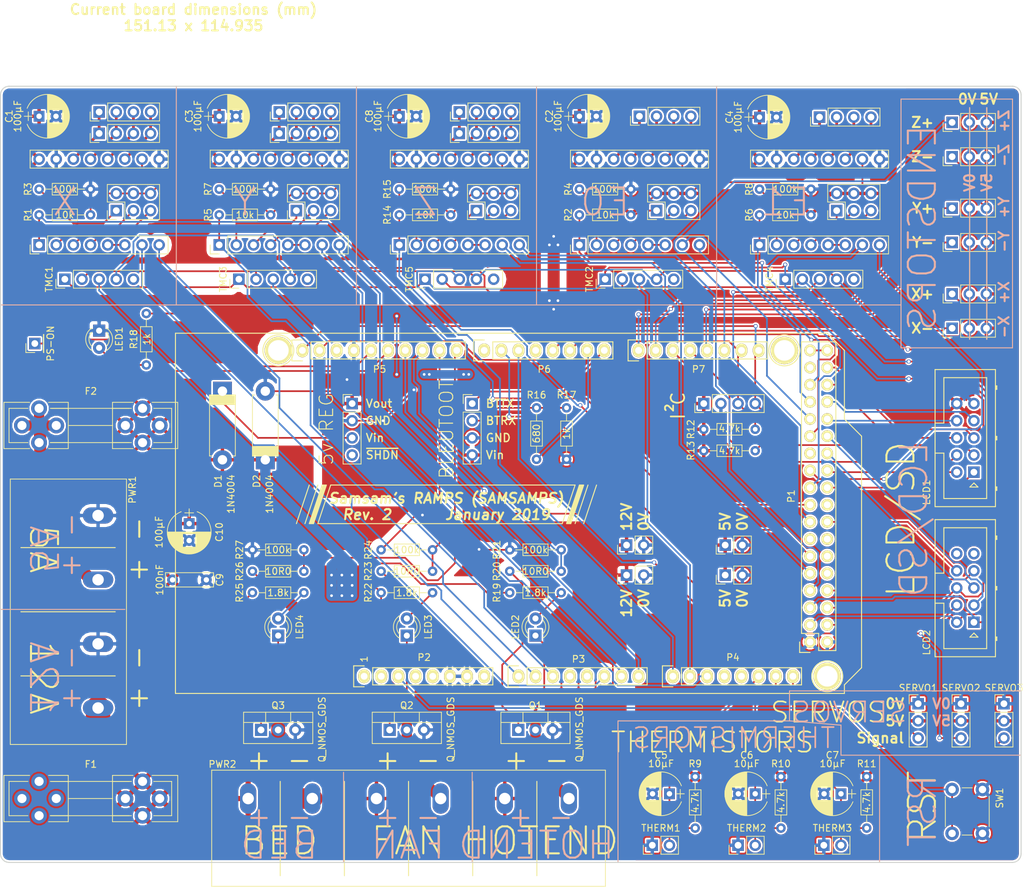
<source format=kicad_pcb>
(kicad_pcb (version 20171130) (host pcbnew "(5.0.2)-1")
  (title_block (date "mar. 31 mars 2015"))
  (layers (0 F.Cu signal) (31 B.Cu signal) (34 B.Paste user) (35 F.Paste user) (36 B.SilkS user) (37 F.SilkS user) (38 B.Mask user) (39 F.Mask user) (44 Edge.Cuts user))
  (net 0 "")
  (net 1 GND)
  (net 2 +5V)
  (net 3 /IOREF)
  (net 4 /Vin)
  (net 5 /A0)
  (net 6 /A1)
  (net 7 /A2)
  (net 8 /A3)
  (net 9 /A4)
  (net 10 /A5)
  (net 11 /A6)
  (net 12 /A7)
  (net 13 /A8)
  (net 14 /A9)
  (net 15 /A10)
  (net 16 /A11)
  (net 17 /A12)
  (net 18 /A13)
  (net 19 /A14)
  (net 20 /A15)
  (net 21 /AREF)
  (net 22 "Net-(P10-Pad1)")
  (net 23 "Net-(P11-Pad1)")
  (net 24 "Net-(P13-Pad1)")
  (net 25 "Net-(P2-Pad1)")
  (net 26 +3V3)
  (net 27 /BT-RX)
  (net 28 /BT-TX)
  (net 29 +12V)
  (net 30 /REG_VIN)
  (net 31 /D3)
  (net 32 /D14)
  (net 33 /D18)
  (net 34 /D2)
  (net 35 /D15)
  (net 36 /D19)
  (net 37 "Net-(F1-Pad1)")
  (net 38 +12VA)
  (net 39 "Net-(F2-Pad1)")
  (net 40 /D20)
  (net 41 /D21)
  (net 42 /TMC-STOP-X)
  (net 43 /TMC-STOP-E0)
  (net 44 /TMC-STOP-Y)
  (net 45 /TMC-STOP-E1)
  (net 46 /D40)
  (net 47 /TMC-STOP-Z)
  (net 48 /D44)
  (net 49 /D12)
  (net 50 /D29)
  (net 51 /D27)
  (net 52 /D25)
  (net 53 /D23)
  (net 54 /D16)
  (net 55 /D17)
  (net 56 /D35)
  (net 57 /D37)
  (net 58 /D50)
  (net 59 /D52)
  (net 60 /D31)
  (net 61 /D53)
  (net 62 /D33)
  (net 63 /D51)
  (net 64 /D49)
  (net 65 /D41)
  (net 66 "Net-(LCD2-Pad9)")
  (net 67 "Net-(LCD2-Pad10)")
  (net 68 "Net-(LED1-Pad2)")
  (net 69 "Net-(LED2-Pad1)")
  (net 70 "Net-(LED2-Pad2)")
  (net 71 "Net-(LED3-Pad2)")
  (net 72 "Net-(LED3-Pad1)")
  (net 73 "Net-(LED4-Pad1)")
  (net 74 "Net-(LED4-Pad2)")
  (net 75 "Net-(MOT1-Pad4)")
  (net 76 "Net-(MOT1-Pad3)")
  (net 77 "Net-(MOT1-Pad2)")
  (net 78 "Net-(MOT1-Pad1)")
  (net 79 "Net-(MOT3-Pad4)")
  (net 80 "Net-(MOT3-Pad3)")
  (net 81 "Net-(MOT3-Pad2)")
  (net 82 "Net-(MOT3-Pad1)")
  (net 83 "Net-(MOT4-Pad4)")
  (net 84 "Net-(MOT4-Pad3)")
  (net 85 "Net-(MOT4-Pad2)")
  (net 86 "Net-(MOT4-Pad1)")
  (net 87 "Net-(MOT6-Pad4)")
  (net 88 "Net-(MOT6-Pad3)")
  (net 89 "Net-(MOT6-Pad2)")
  (net 90 "Net-(MOT6-Pad1)")
  (net 91 "Net-(MOT7-Pad1)")
  (net 92 "Net-(MOT7-Pad2)")
  (net 93 "Net-(MOT7-Pad3)")
  (net 94 "Net-(MOT7-Pad4)")
  (net 95 /D48)
  (net 96 /D46)
  (net 97 /D47)
  (net 98 /D45)
  (net 99 /D42)
  (net 100 /D43)
  (net 101 /D38)
  (net 102 /D39)
  (net 103 /D36)
  (net 104 /D34)
  (net 105 /D32)
  (net 106 /D30)
  (net 107 /D28)
  (net 108 /D26)
  (net 109 /D24)
  (net 110 /D22)
  (net 111 /RESET)
  (net 112 /D13)
  (net 113 /D11)
  (net 114 /D10)
  (net 115 /D9)
  (net 116 /D8)
  (net 117 /D7)
  (net 118 /D6)
  (net 119 /D5)
  (net 120 /D4)
  (net 121 /D1)
  (net 122 "Net-(Q1-Pad1)")
  (net 123 "Net-(Q2-Pad1)")
  (net 124 "Net-(Q3-Pad1)")
  (net 125 /REG_~SHDN)
  (net 126 "Net-(SOCKET1-Pad5)")
  (net 127 "Net-(SOCKET2-Pad5)")
  (net 128 "Net-(SOCKET3-Pad5)")
  (net 129 "Net-(SOCKET4-Pad5)")
  (net 130 "Net-(SOCKET5-Pad5)")
  (net 131 "Net-(JP1-Pad5)")
  (net 132 "Net-(JP1-Pad3)")
  (net 133 "Net-(JP1-Pad1)")
  (net 134 "Net-(JP2-Pad5)")
  (net 135 "Net-(JP2-Pad3)")
  (net 136 "Net-(JP2-Pad1)")
  (net 137 "Net-(JP3-Pad1)")
  (net 138 "Net-(JP3-Pad3)")
  (net 139 "Net-(JP3-Pad5)")
  (net 140 "Net-(JP4-Pad1)")
  (net 141 "Net-(JP4-Pad3)")
  (net 142 "Net-(JP4-Pad5)")
  (net 143 "Net-(JP5-Pad5)")
  (net 144 "Net-(JP5-Pad3)")
  (net 145 "Net-(JP5-Pad1)")
  (net 146 "Net-(NT1-Pad2)")
  (net 147 "Net-(NT3-Pad1)")
  (net 148 "Net-(NT4-Pad1)")
  (net 149 "Net-(NT5-Pad1)")
  (net 150 "Net-(NT6-Pad1)")
  (net 151 "Net-(P2-Pad5)")
  (net 152 "Net-(P1-Pad35)")
  (net 153 "Net-(P1-Pad36)")
  (module samsamps:Multicomp_MC9A12-1034_2x05x2.54mm_Straight_ALT (layer F.Cu) (at 221.615 111.125 90)
    (fp_text reference LCD2 (at -3 -7 90) (layer F.SilkS))
    (fp_text value "LCD Conn 2")
    (pad 1 thru_hole rect (at 0 0 90) (size 1.7 1.7) (drill 1) (layers *.Cu *.Mask) (net 58 /D50))
    (pad 2 thru_hole circle (at 0 -2.54 90) (size 1.7 1.7) (drill 1) (layers *.Cu *.Mask) (net 59 /D52))
    (pad 3 thru_hole circle (at 2.54 0 90) (size 1.7 1.7) (drill 1) (layers *.Cu *.Mask) (net 60 /D31))
    (pad 4 thru_hole circle (at 2.54 -2.54 90) (size 1.7 1.7) (drill 1) (layers *.Cu *.Mask) (net 61 /D53))
    (pad 5 thru_hole circle (at 5.08 0 90) (size 1.7 1.7) (drill 1) (layers *.Cu *.Mask) (net 62 /D33))
    (pad 6 thru_hole circle (at 5.08 -2.54 90) (size 1.7 1.7) (drill 1) (layers *.Cu *.Mask) (net 63 /D51))
    (pad 7 thru_hole circle (at 7.62 0 90) (size 1.7 1.7) (drill 1) (layers *.Cu *.Mask) (net 64 /D49))
    (pad 8 thru_hole circle (at 7.62 -2.54 90) (size 1.7 1.7) (drill 1) (layers *.Cu *.Mask) (net 65 /D41))
    (pad 9 thru_hole circle (at 10.16 0 90) (size 1.7 1.7) (drill 1) (layers *.Cu *.Mask) (net 66 "Net-(LCD2-Pad9)"))
    (pad 10 thru_hole circle (at 10.16 -2.54 90) (size 1.7 1.7) (drill 1) (layers *.Cu *.Mask) (net 67 "Net-(LCD2-Pad10)"))
  )
  (module Connectors_Multicomp:Multicomp_MC9A12-1034_2x05x2.54mm_Straight (layer F.Cu) (at 221.615 88.9 90)
    (fp_text reference LCD1 (at -3 -7 90) (layer F.SilkS))
    (fp_text value "LCD Conn 1")
    (pad 10 thru_hole circle (at 10.16 -2.54 90) (size 1.7 1.7) (drill 1) (layers *.Cu *.Mask) (net 2 +5V))
    (pad 9 thru_hole circle (at 10.16 0 90) (size 1.7 1.7) (drill 1) (layers *.Cu *.Mask) (net 1 GND))
    (pad 8 thru_hole circle (at 7.62 -2.54 90) (size 1.7 1.7) (drill 1) (layers *.Cu *.Mask) (net 50 /D29))
    (pad 7 thru_hole circle (at 7.62 0 90) (size 1.7 1.7) (drill 1) (layers *.Cu *.Mask) (net 51 /D27))
    (pad 6 thru_hole circle (at 5.08 -2.54 90) (size 1.7 1.7) (drill 1) (layers *.Cu *.Mask) (net 52 /D25))
    (pad 5 thru_hole circle (at 5.08 0 90) (size 1.7 1.7) (drill 1) (layers *.Cu *.Mask) (net 53 /D23))
    (pad 4 thru_hole circle (at 2.54 -2.54 90) (size 1.7 1.7) (drill 1) (layers *.Cu *.Mask) (net 54 /D16))
    (pad 3 thru_hole circle (at 2.54 0 90) (size 1.7 1.7) (drill 1) (layers *.Cu *.Mask) (net 55 /D17))
    (pad 2 thru_hole circle (at 0 -2.54 90) (size 1.7 1.7) (drill 1) (layers *.Cu *.Mask) (net 56 /D35))
    (pad 1 thru_hole rect (at 0 0 90) (size 1.7 1.7) (drill 1) (layers *.Cu *.Mask) (net 57 /D37))
  )
  (module Diodes_THT:D_5W_P10.16mm_Horizontal (layer F.Cu) (at 110.334 76.9048 270)
    (fp_text reference D1 (at 13.335 0.635 270) (layer F.SilkS))
    (fp_text value 1N4004 (at 15.24 -1.27 270) (layer F.SilkS))
    (pad 2 thru_hole oval (at 10.16 0 270) (size 2.8 2.8) (drill 1.4) (layers *.Cu *.Mask) (net 29 +12V))
    (pad 1 thru_hole rect (at 0 0 270) (size 2.8 2.8) (drill 1.4) (layers *.Cu *.Mask) (net 30 /REG_VIN))
  )
  (module Diodes_THT:D_5W_P10.16mm_Horizontal (layer F.Cu) (at 116.684 87.0648 90)
    (fp_text reference D2 (at -3.175 -1.27 90) (layer F.SilkS))
    (fp_text value 1N4004 (at -5.08 0.635 90) (layer F.SilkS))
    (pad 1 thru_hole rect (at 0 0 90) (size 2.8 2.8) (drill 1.4) (layers *.Cu *.Mask) (net 29 +12V))
    (pad 2 thru_hole oval (at 10.16 0 90) (size 2.8 2.8) (drill 1.4) (layers *.Cu *.Mask) (net 1 GND))
  )
  (module NetTie:NetTie-2_SMD_Pad0.5mm (layer F.Cu) (at 118.589 124.53 90)
    (fp_text reference NT6 hide)
    (fp_text value Net-Tie_2 hide)
    (fp_poly (pts (xy -0.5 -0.25) (xy 0.5 -0.25) (xy 0.5 0.25) (xy -0.5 0.25)) (layer F.Cu) (width 0))
    (pad 1 smd circle (at -0.5 0 90) (size 0.5 0.5) (layers F.Cu) (net 150 "Net-(NT6-Pad1)"))
    (pad 2 smd circle (at 0.5 0 90) (size 0.5 0.5) (layers F.Cu) (net 73 "Net-(LED4-Pad1)"))
  )
  (module Pin_Headers:Pin_Header_Straight_2x03_Pitch2.54mm (layer F.Cu) (at 94.615 50.165 90)
    (fp_text reference JP1 hide)
    (fp_text value jumpers hide)
    (pad 6 thru_hole oval (at 2.54 5.08 90) (size 1.7 1.7) (drill 1) (layers *.Cu *.Mask) (net 2 +5V))
    (pad 5 thru_hole oval (at 0 5.08 90) (size 1.7 1.7) (drill 1) (layers *.Cu *.Mask) (net 131 "Net-(JP1-Pad5)"))
    (pad 4 thru_hole oval (at 2.54 2.54 90) (size 1.7 1.7) (drill 1) (layers *.Cu *.Mask) (net 2 +5V))
    (pad 3 thru_hole oval (at 0 2.54 90) (size 1.7 1.7) (drill 1) (layers *.Cu *.Mask) (net 132 "Net-(JP1-Pad3)"))
    (pad 2 thru_hole oval (at 2.54 0 90) (size 1.7 1.7) (drill 1) (layers *.Cu *.Mask) (net 2 +5V))
    (pad 1 thru_hole rect (at 0 0 90) (size 1.7 1.7) (drill 1) (layers *.Cu *.Mask) (net 133 "Net-(JP1-Pad1)"))
  )
  (module Socket_Arduino_Mega:Socket_Strip_Arduino_2x18 (layer F.Cu) (at 197.358 114.046 90)
    (fp_text reference P1 (at 21.59 -2.794 90) (layer F.SilkS))
    (fp_text value Digital)
    (pad 1 thru_hole circle (at 0 0 90) (size 1.7272 1.7272) (drill 1.016) (layers *.Cu *.Mask F.SilkS) (net 1 GND))
    (pad 2 thru_hole oval (at 0 2.54 90) (size 1.7272 1.7272) (drill 1.016) (layers *.Cu *.Mask F.SilkS) (net 1 GND))
    (pad 3 thru_hole oval (at 2.54 0 90) (size 1.7272 1.7272) (drill 1.016) (layers *.Cu *.Mask F.SilkS) (net 59 /D52))
    (pad 4 thru_hole oval (at 2.54 2.54 90) (size 1.7272 1.7272) (drill 1.016) (layers *.Cu *.Mask F.SilkS) (net 61 /D53))
    (pad 5 thru_hole oval (at 5.08 0 90) (size 1.7272 1.7272) (drill 1.016) (layers *.Cu *.Mask F.SilkS) (net 58 /D50))
    (pad 6 thru_hole oval (at 5.08 2.54 90) (size 1.7272 1.7272) (drill 1.016) (layers *.Cu *.Mask F.SilkS) (net 63 /D51))
    (pad 7 thru_hole oval (at 7.62 0 90) (size 1.7272 1.7272) (drill 1.016) (layers *.Cu *.Mask F.SilkS) (net 95 /D48))
    (pad 8 thru_hole oval (at 7.62 2.54 90) (size 1.7272 1.7272) (drill 1.016) (layers *.Cu *.Mask F.SilkS) (net 64 /D49))
    (pad 9 thru_hole oval (at 10.16 0 90) (size 1.7272 1.7272) (drill 1.016) (layers *.Cu *.Mask F.SilkS) (net 96 /D46))
    (pad 10 thru_hole oval (at 10.16 2.54 90) (size 1.7272 1.7272) (drill 1.016) (layers *.Cu *.Mask F.SilkS) (net 97 /D47))
    (pad 11 thru_hole oval (at 12.7 0 90) (size 1.7272 1.7272) (drill 1.016) (layers *.Cu *.Mask F.SilkS) (net 48 /D44))
    (pad 12 thru_hole oval (at 12.7 2.54 90) (size 1.7272 1.7272) (drill 1.016) (layers *.Cu *.Mask F.SilkS) (net 98 /D45))
    (pad 13 thru_hole oval (at 15.24 0 90) (size 1.7272 1.7272) (drill 1.016) (layers *.Cu *.Mask F.SilkS) (net 99 /D42))
    (pad 14 thru_hole oval (at 15.24 2.54 90) (size 1.7272 1.7272) (drill 1.016) (layers *.Cu *.Mask F.SilkS) (net 100 /D43))
    (pad 15 thru_hole oval (at 17.78 0 90) (size 1.7272 1.7272) (drill 1.016) (layers *.Cu *.Mask F.SilkS) (net 46 /D40))
    (pad 16 thru_hole oval (at 17.78 2.54 90) (size 1.7272 1.7272) (drill 1.016) (layers *.Cu *.Mask F.SilkS) (net 65 /D41))
    (pad 17 thru_hole oval (at 20.32 0 90) (size 1.7272 1.7272) (drill 1.016) (layers *.Cu *.Mask F.SilkS) (net 101 /D38))
    (pad 18 thru_hole oval (at 20.32 2.54 90) (size 1.7272 1.7272) (drill 1.016) (layers *.Cu *.Mask F.SilkS) (net 102 /D39))
    (pad 19 thru_hole oval (at 22.86 0 90) (size 1.7272 1.7272) (drill 1.016) (layers *.Cu *.Mask F.SilkS) (net 103 /D36))
    (pad 20 thru_hole oval (at 22.86 2.54 90) (size 1.7272 1.7272) (drill 1.016) (layers *.Cu *.Mask F.SilkS) (net 57 /D37))
    (pad 21 thru_hole oval (at 25.4 0 90) (size 1.7272 1.7272) (drill 1.016) (layers *.Cu *.Mask F.SilkS) (net 104 /D34))
    (pad 22 thru_hole oval (at 25.4 2.54 90) (size 1.7272 1.7272) (drill 1.016) (layers *.Cu *.Mask F.SilkS) (net 56 /D35))
    (pad 23 thru_hole oval (at 27.94 0 90) (size 1.7272 1.7272) (drill 1.016) (layers *.Cu *.Mask F.SilkS) (net 105 /D32))
    (pad 24 thru_hole oval (at 27.94 2.54 90) (size 1.7272 1.7272) (drill 1.016) (layers *.Cu *.Mask F.SilkS) (net 62 /D33))
    (pad 25 thru_hole oval (at 30.48 0 90) (size 1.7272 1.7272) (drill 1.016) (layers *.Cu *.Mask F.SilkS) (net 106 /D30))
    (pad 26 thru_hole oval (at 30.48 2.54 90) (size 1.7272 1.7272) (drill 1.016) (layers *.Cu *.Mask F.SilkS) (net 60 /D31))
    (pad 27 thru_hole oval (at 33.02 0 90) (size 1.7272 1.7272) (drill 1.016) (layers *.Cu *.Mask F.SilkS) (net 107 /D28))
    (pad 28 thru_hole oval (at 33.02 2.54 90) (size 1.7272 1.7272) (drill 1.016) (layers *.Cu *.Mask F.SilkS) (net 50 /D29))
    (pad 29 thru_hole oval (at 35.56 0 90) (size 1.7272 1.7272) (drill 1.016) (layers *.Cu *.Mask F.SilkS) (net 108 /D26))
    (pad 30 thru_hole oval (at 35.56 2.54 90) (size 1.7272 1.7272) (drill 1.016) (layers *.Cu *.Mask F.SilkS) (net 51 /D27))
    (pad 31 thru_hole oval (at 38.1 0 90) (size 1.7272 1.7272) (drill 1.016) (layers *.Cu *.Mask F.SilkS) (net 109 /D24))
    (pad 32 thru_hole oval (at 38.1 2.54 90) (size 1.7272 1.7272) (drill 1.016) (layers *.Cu *.Mask F.SilkS) (net 52 /D25))
    (pad 33 thru_hole oval (at 40.64 0 90) (size 1.7272 1.7272) (drill 1.016) (layers *.Cu *.Mask F.SilkS) (net 110 /D22))
    (pad 34 thru_hole oval (at 40.64 2.54 90) (size 1.7272 1.7272) (drill 1.016) (layers *.Cu *.Mask F.SilkS) (net 53 /D23))
    (pad 35 thru_hole oval (at 43.18 0 90) (size 1.7272 1.7272) (drill 1.016) (layers *.Cu *.Mask F.SilkS) (net 152 "Net-(P1-Pad35)"))
    (pad 36 thru_hole oval (at 43.18 2.54 90) (size 1.7272 1.7272) (drill 1.016) (layers *.Cu *.Mask F.SilkS) (net 153 "Net-(P1-Pad36)"))
  )
  (module Socket_Arduino_Mega:Socket_Strip_Arduino_1x08 (layer F.Cu) (at 131.318 119.126)
    (fp_text reference P2 (at 8.89 -2.794) (layer F.SilkS))
    (fp_text value Power)
    (pad 1 thru_hole oval (at 0 0) (size 1.7272 2.032) (drill 1.016) (layers *.Cu *.Mask F.SilkS) (net 25 "Net-(P2-Pad1)"))
    (pad 2 thru_hole oval (at 2.54 0) (size 1.7272 2.032) (drill 1.016) (layers *.Cu *.Mask F.SilkS) (net 3 /IOREF))
    (pad 3 thru_hole oval (at 5.08 0) (size 1.7272 2.032) (drill 1.016) (layers *.Cu *.Mask F.SilkS) (net 111 /RESET))
    (pad 4 thru_hole oval (at 7.62 0) (size 1.7272 2.032) (drill 1.016) (layers *.Cu *.Mask F.SilkS) (net 26 +3V3))
    (pad 5 thru_hole oval (at 10.16 0) (size 1.7272 2.032) (drill 1.016) (layers *.Cu *.Mask F.SilkS) (net 151 "Net-(P2-Pad5)"))
    (pad 6 thru_hole oval (at 12.7 0) (size 1.7272 2.032) (drill 1.016) (layers *.Cu *.Mask F.SilkS) (net 1 GND))
    (pad 7 thru_hole oval (at 15.24 0) (size 1.7272 2.032) (drill 1.016) (layers *.Cu *.Mask F.SilkS) (net 1 GND))
    (pad 8 thru_hole oval (at 17.78 0) (size 1.7272 2.032) (drill 1.016) (layers *.Cu *.Mask F.SilkS) (net 4 /Vin))
  )
  (module Socket_Arduino_Mega:Socket_Strip_Arduino_1x08 (layer F.Cu) (at 154.178 119.126)
    (fp_text reference P3 (at 8.89 -2.54) (layer F.SilkS))
    (fp_text value Analog)
    (pad 1 thru_hole oval (at 0 0) (size 1.7272 2.032) (drill 1.016) (layers *.Cu *.Mask F.SilkS) (net 5 /A0))
    (pad 2 thru_hole oval (at 2.54 0) (size 1.7272 2.032) (drill 1.016) (layers *.Cu *.Mask F.SilkS) (net 6 /A1))
    (pad 3 thru_hole oval (at 5.08 0) (size 1.7272 2.032) (drill 1.016) (layers *.Cu *.Mask F.SilkS) (net 7 /A2))
    (pad 4 thru_hole oval (at 7.62 0) (size 1.7272 2.032) (drill 1.016) (layers *.Cu *.Mask F.SilkS) (net 8 /A3))
    (pad 5 thru_hole oval (at 10.16 0) (size 1.7272 2.032) (drill 1.016) (layers *.Cu *.Mask F.SilkS) (net 9 /A4))
    (pad 6 thru_hole oval (at 12.7 0) (size 1.7272 2.032) (drill 1.016) (layers *.Cu *.Mask F.SilkS) (net 10 /A5))
    (pad 7 thru_hole oval (at 15.24 0) (size 1.7272 2.032) (drill 1.016) (layers *.Cu *.Mask F.SilkS) (net 11 /A6))
    (pad 8 thru_hole oval (at 17.78 0) (size 1.7272 2.032) (drill 1.016) (layers *.Cu *.Mask F.SilkS) (net 12 /A7))
  )
  (module Socket_Arduino_Mega:Socket_Strip_Arduino_1x08 (layer F.Cu) (at 177.038 119.126)
    (fp_text reference P4 (at 8.89 -2.794) (layer F.SilkS))
    (fp_text value Analog)
    (pad 1 thru_hole oval (at 0 0) (size 1.7272 2.032) (drill 1.016) (layers *.Cu *.Mask F.SilkS) (net 13 /A8))
    (pad 2 thru_hole oval (at 2.54 0) (size 1.7272 2.032) (drill 1.016) (layers *.Cu *.Mask F.SilkS) (net 14 /A9))
    (pad 3 thru_hole oval (at 5.08 0) (size 1.7272 2.032) (drill 1.016) (layers *.Cu *.Mask F.SilkS) (net 15 /A10))
    (pad 4 thru_hole oval (at 7.62 0) (size 1.7272 2.032) (drill 1.016) (layers *.Cu *.Mask F.SilkS) (net 16 /A11))
    (pad 5 thru_hole oval (at 10.16 0) (size 1.7272 2.032) (drill 1.016) (layers *.Cu *.Mask F.SilkS) (net 17 /A12))
    (pad 6 thru_hole oval (at 12.7 0) (size 1.7272 2.032) (drill 1.016) (layers *.Cu *.Mask F.SilkS) (net 18 /A13))
    (pad 7 thru_hole oval (at 15.24 0) (size 1.7272 2.032) (drill 1.016) (layers *.Cu *.Mask F.SilkS) (net 19 /A14))
    (pad 8 thru_hole oval (at 17.78 0) (size 1.7272 2.032) (drill 1.016) (layers *.Cu *.Mask F.SilkS) (net 20 /A15))
  )
  (module Socket_Arduino_Mega:Socket_Strip_Arduino_1x10 (layer F.Cu) (at 122.174 70.866)
    (fp_text reference P5 (at 11.43 2.794) (layer F.SilkS))
    (fp_text value PWM)
    (pad 1 thru_hole oval (at 0 0) (size 1.7272 2.032) (drill 1.016) (layers *.Cu *.Mask F.SilkS) (net 41 /D21))
    (pad 2 thru_hole oval (at 2.54 0) (size 1.7272 2.032) (drill 1.016) (layers *.Cu *.Mask F.SilkS) (net 40 /D20))
    (pad 3 thru_hole oval (at 5.08 0) (size 1.7272 2.032) (drill 1.016) (layers *.Cu *.Mask F.SilkS) (net 21 /AREF))
    (pad 4 thru_hole oval (at 7.62 0) (size 1.7272 2.032) (drill 1.016) (layers *.Cu *.Mask F.SilkS) (net 1 GND))
    (pad 5 thru_hole oval (at 10.16 0) (size 1.7272 2.032) (drill 1.016) (layers *.Cu *.Mask F.SilkS) (net 112 /D13))
    (pad 6 thru_hole oval (at 12.7 0) (size 1.7272 2.032) (drill 1.016) (layers *.Cu *.Mask F.SilkS) (net 49 /D12))
    (pad 7 thru_hole oval (at 15.24 0) (size 1.7272 2.032) (drill 1.016) (layers *.Cu *.Mask F.SilkS) (net 113 /D11))
    (pad 8 thru_hole oval (at 17.78 0) (size 1.7272 2.032) (drill 1.016) (layers *.Cu *.Mask F.SilkS) (net 114 /D10))
    (pad 9 thru_hole oval (at 20.32 0) (size 1.7272 2.032) (drill 1.016) (layers *.Cu *.Mask F.SilkS) (net 115 /D9))
    (pad 10 thru_hole oval (at 22.86 0) (size 1.7272 2.032) (drill 1.016) (layers *.Cu *.Mask F.SilkS) (net 116 /D8))
  )
  (module Socket_Arduino_Mega:Socket_Strip_Arduino_1x08 (layer F.Cu) (at 149.098 70.866)
    (fp_text reference P6 (at 8.89 2.794) (layer F.SilkS))
    (fp_text value PWM)
    (pad 1 thru_hole oval (at 0 0) (size 1.7272 2.032) (drill 1.016) (layers *.Cu *.Mask F.SilkS) (net 117 /D7))
    (pad 2 thru_hole oval (at 2.54 0) (size 1.7272 2.032) (drill 1.016) (layers *.Cu *.Mask F.SilkS) (net 118 /D6))
    (pad 3 thru_hole oval (at 5.08 0) (size 1.7272 2.032) (drill 1.016) (layers *.Cu *.Mask F.SilkS) (net 119 /D5))
    (pad 4 thru_hole oval (at 7.62 0) (size 1.7272 2.032) (drill 1.016) (layers *.Cu *.Mask F.SilkS) (net 120 /D4))
    (pad 5 thru_hole oval (at 10.16 0) (size 1.7272 2.032) (drill 1.016) (layers *.Cu *.Mask F.SilkS) (net 31 /D3))
    (pad 6 thru_hole oval (at 12.7 0) (size 1.7272 2.032) (drill 1.016) (layers *.Cu *.Mask F.SilkS) (net 34 /D2))
    (pad 7 thru_hole oval (at 15.24 0) (size 1.7272 2.032) (drill 1.016) (layers *.Cu *.Mask F.SilkS) (net 121 /D1))
    (pad 8 thru_hole oval (at 17.78 0) (size 1.7272 2.032) (drill 1.016) (layers *.Cu *.Mask F.SilkS) (net 28 /BT-TX))
  )
  (module Socket_Arduino_Mega:Socket_Strip_Arduino_1x08 (layer F.Cu) (at 171.958 70.866)
    (fp_text reference P7 (at 8.89 2.794) (layer F.SilkS))
    (fp_text value Communication)
    (pad 1 thru_hole oval (at 0 0) (size 1.7272 2.032) (drill 1.016) (layers *.Cu *.Mask F.SilkS) (net 32 /D14))
    (pad 2 thru_hole oval (at 2.54 0) (size 1.7272 2.032) (drill 1.016) (layers *.Cu *.Mask F.SilkS) (net 35 /D15))
    (pad 3 thru_hole oval (at 5.08 0) (size 1.7272 2.032) (drill 1.016) (layers *.Cu *.Mask F.SilkS) (net 54 /D16))
    (pad 4 thru_hole oval (at 7.62 0) (size 1.7272 2.032) (drill 1.016) (layers *.Cu *.Mask F.SilkS) (net 55 /D17))
    (pad 5 thru_hole oval (at 10.16 0) (size 1.7272 2.032) (drill 1.016) (layers *.Cu *.Mask F.SilkS) (net 33 /D18))
    (pad 6 thru_hole oval (at 12.7 0) (size 1.7272 2.032) (drill 1.016) (layers *.Cu *.Mask F.SilkS) (net 36 /D19))
    (pad 7 thru_hole oval (at 15.24 0) (size 1.7272 2.032) (drill 1.016) (layers *.Cu *.Mask F.SilkS) (net 40 /D20))
    (pad 8 thru_hole oval (at 17.78 0) (size 1.7272 2.032) (drill 1.016) (layers *.Cu *.Mask F.SilkS) (net 41 /D21))
  )
  (module Socket_Arduino_Mega:Arduino_1pin (layer F.Cu) (at 199.898 119.126)
    (fp_text reference P10 hide)
    (fp_text value CONN_01X01 hide)
    (pad 1 thru_hole circle (at 0 0) (size 4.064 4.064) (drill 3.048) (layers *.Cu *.Mask F.SilkS) (net 22 "Net-(P10-Pad1)"))
  )
  (module Socket_Arduino_Mega:Arduino_1pin (layer F.Cu) (at 118.618 70.866)
    (fp_text reference P11 hide)
    (fp_text value CONN_01X01 hide)
    (pad 1 thru_hole circle (at 0 0) (size 4.064 4.064) (drill 3.048) (layers *.Cu *.Mask F.SilkS) (net 23 "Net-(P11-Pad1)"))
  )
  (module Socket_Arduino_Mega:Arduino_1pin (layer F.Cu) (at 193.548 70.866)
    (fp_text reference P13 hide)
    (fp_text value CONN_01X01 hide)
    (pad 1 thru_hole circle (at 0 0) (size 4.064 4.064) (drill 3.048) (layers *.Cu *.Mask F.SilkS) (net 24 "Net-(P13-Pad1)"))
  )
  (module Socket_Strips:Socket_Strip_Straight_1x04_Pitch2.54mm (layer F.Cu) (at 147.32 78.74)
    (fp_text reference BT1 hide)
    (fp_text value Conn_01x04 hide)
    (pad 4 thru_hole oval (at 0 7.62) (size 1.7 1.7) (drill 1) (layers *.Cu *.Mask) (net 2 +5V))
    (pad 3 thru_hole oval (at 0 5.08) (size 1.7 1.7) (drill 1) (layers *.Cu *.Mask) (net 1 GND))
    (pad 2 thru_hole oval (at 0 2.54) (size 1.7 1.7) (drill 1) (layers *.Cu *.Mask) (net 27 /BT-RX))
    (pad 1 thru_hole rect (at 0 0) (size 1.7 1.7) (drill 1) (layers *.Cu *.Mask) (net 28 /BT-TX))
  )
  (module Capacitors_THT:CP_Radial_D6.3mm_P2.50mm (layer F.Cu) (at 83.185 36.195)
    (fp_text reference C1 (at -4.445 0 90) (layer F.SilkS))
    (fp_text value 100μF (at -3.175 0 90) (layer F.SilkS))
    (pad 2 thru_hole circle (at 2.5 0) (size 1.6 1.6) (drill 0.8) (layers *.Cu *.Mask) (net 1 GND))
    (pad 1 thru_hole rect (at 0 0) (size 1.6 1.6) (drill 0.8) (layers *.Cu *.Mask) (net 29 +12V))
  )
  (module Capacitors_THT:CP_Radial_D6.3mm_P2.50mm (layer F.Cu) (at 163.195 36.195)
    (fp_text reference C2 (at -4.445 0 90) (layer F.SilkS))
    (fp_text value 100μF (at -3.175 0 90) (layer F.SilkS))
    (pad 1 thru_hole rect (at 0 0) (size 1.6 1.6) (drill 0.8) (layers *.Cu *.Mask) (net 29 +12V))
    (pad 2 thru_hole circle (at 2.5 0) (size 1.6 1.6) (drill 0.8) (layers *.Cu *.Mask) (net 1 GND))
  )
  (module Capacitors_THT:CP_Radial_D6.3mm_P2.50mm (layer F.Cu) (at 109.855 36.195)
    (fp_text reference C3 (at -4.445 0 90) (layer F.SilkS))
    (fp_text value 100μF (at -3.175 0 90) (layer F.SilkS))
    (pad 2 thru_hole circle (at 2.5 0) (size 1.6 1.6) (drill 0.8) (layers *.Cu *.Mask) (net 1 GND))
    (pad 1 thru_hole rect (at 0 0) (size 1.6 1.6) (drill 0.8) (layers *.Cu *.Mask) (net 29 +12V))
  )
  (module Capacitors_THT:CP_Radial_D6.3mm_P2.50mm (layer F.Cu) (at 189.865 36.322)
    (fp_text reference C4 (at -4.445 0 90) (layer F.SilkS))
    (fp_text value 100μF (at -3.175 0 90) (layer F.SilkS))
    (pad 2 thru_hole circle (at 2.5 0) (size 1.6 1.6) (drill 0.8) (layers *.Cu *.Mask) (net 1 GND))
    (pad 1 thru_hole rect (at 0 0) (size 1.6 1.6) (drill 0.8) (layers *.Cu *.Mask) (net 29 +12V))
  )
  (module Capacitors_THT:CP_Radial_D6.3mm_P2.50mm (layer F.Cu) (at 176.53 136.525 180)
    (fp_text reference C5 (at 1.25 5.715 180) (layer F.SilkS))
    (fp_text value 10μF (at 1.25 4.46 180) (layer F.SilkS))
    (pad 1 thru_hole rect (at 0 0 180) (size 1.6 1.6) (drill 0.8) (layers *.Cu *.Mask) (net 18 /A13))
    (pad 2 thru_hole circle (at 2.5 0 180) (size 1.6 1.6) (drill 0.8) (layers *.Cu *.Mask) (net 1 GND))
  )
  (module Capacitors_THT:CP_Radial_D6.3mm_P2.50mm (layer F.Cu) (at 189.23 136.525 180)
    (fp_text reference C6 (at 1.25 5.715 180) (layer F.SilkS))
    (fp_text value 10μF (at 1.25 4.46 180) (layer F.SilkS))
    (pad 2 thru_hole circle (at 2.5 0 180) (size 1.6 1.6) (drill 0.8) (layers *.Cu *.Mask) (net 1 GND))
    (pad 1 thru_hole rect (at 0 0 180) (size 1.6 1.6) (drill 0.8) (layers *.Cu *.Mask) (net 19 /A14))
  )
  (module Capacitors_THT:CP_Radial_D6.3mm_P2.50mm (layer F.Cu) (at 201.93 136.525 180)
    (fp_text reference C7 (at 1.27 5.715 180) (layer F.SilkS))
    (fp_text value 10μF (at 1.25 4.46 180) (layer F.SilkS))
    (pad 2 thru_hole circle (at 2.5 0 180) (size 1.6 1.6) (drill 0.8) (layers *.Cu *.Mask) (net 1 GND))
    (pad 1 thru_hole rect (at 0 0 180) (size 1.6 1.6) (drill 0.8) (layers *.Cu *.Mask) (net 20 /A15))
  )
  (module Capacitors_THT:CP_Radial_D6.3mm_P2.50mm (layer F.Cu) (at 136.525 36.195)
    (fp_text reference C8 (at -4.445 0 90) (layer F.SilkS))
    (fp_text value 100μF (at -3.175 0 90) (layer F.SilkS))
    (pad 2 thru_hole circle (at 2.5 0) (size 1.6 1.6) (drill 0.8) (layers *.Cu *.Mask) (net 1 GND))
    (pad 1 thru_hole rect (at 0 0) (size 1.6 1.6) (drill 0.8) (layers *.Cu *.Mask) (net 29 +12V))
  )
  (module Capacitors_THT:C_Rect_L7.0mm_W2.0mm_P5.00mm (layer F.Cu) (at 107.95 104.845 180)
    (fp_text reference C9 (at -1.985 0 270) (layer F.SilkS))
    (fp_text value 100nF (at 6.905 0 270) (layer F.SilkS))
    (pad 2 thru_hole circle (at 5 0 180) (size 1.6 1.6) (drill 0.8) (layers *.Cu *.Mask) (net 29 +12V))
    (pad 1 thru_hole circle (at 0 0 180) (size 1.6 1.6) (drill 0.8) (layers *.Cu *.Mask) (net 1 GND))
  )
  (module Capacitors_THT:CP_Radial_D6.3mm_P2.50mm (layer F.Cu) (at 105.41 96.52 270)
    (fp_text reference C10 (at 1.25 -4.46 270) (layer F.SilkS))
    (fp_text value 100μF (at 1.25 4.46 270) (layer F.SilkS))
    (pad 1 thru_hole rect (at 0 0 270) (size 1.6 1.6) (drill 0.8) (layers *.Cu *.Mask) (net 29 +12V))
    (pad 2 thru_hole circle (at 2.5 0 270) (size 1.6 1.6) (drill 0.8) (layers *.Cu *.Mask) (net 1 GND))
  )
  (module Pin_Headers:Pin_Header_Straight_1x03_Pitch2.54mm (layer F.Cu) (at 218.388 67.5843 90)
    (fp_text reference ENDSTOP1 hide)
    (fp_text value Conn_01x03 hide)
    (pad 1 thru_hole rect (at 0 0 90) (size 1.7 1.7) (drill 1) (layers *.Cu *.Mask) (net 31 /D3))
    (pad 2 thru_hole oval (at 0 2.54 90) (size 1.7 1.7) (drill 1) (layers *.Cu *.Mask) (net 1 GND))
    (pad 3 thru_hole oval (at 0 5.08 90) (size 1.7 1.7) (drill 1) (layers *.Cu *.Mask) (net 2 +5V))
  )
  (module Pin_Headers:Pin_Header_Straight_1x03_Pitch2.54mm (layer F.Cu) (at 218.388 54.8843 90)
    (fp_text reference ENDSTOP2 hide)
    (fp_text value Conn_01x03 hide)
    (pad 3 thru_hole oval (at 0 5.08 90) (size 1.7 1.7) (drill 1) (layers *.Cu *.Mask) (net 2 +5V))
    (pad 2 thru_hole oval (at 0 2.54 90) (size 1.7 1.7) (drill 1) (layers *.Cu *.Mask) (net 1 GND))
    (pad 1 thru_hole rect (at 0 0 90) (size 1.7 1.7) (drill 1) (layers *.Cu *.Mask) (net 32 /D14))
  )
  (module Pin_Headers:Pin_Header_Straight_1x03_Pitch2.54mm (layer F.Cu) (at 218.388 42.1843 90)
    (fp_text reference ENDSTOP3 hide)
    (fp_text value Conn_01x03 hide)
    (pad 3 thru_hole oval (at 0 5.08 90) (size 1.7 1.7) (drill 1) (layers *.Cu *.Mask) (net 2 +5V))
    (pad 2 thru_hole oval (at 0 2.54 90) (size 1.7 1.7) (drill 1) (layers *.Cu *.Mask) (net 1 GND))
    (pad 1 thru_hole rect (at 0 0 90) (size 1.7 1.7) (drill 1) (layers *.Cu *.Mask) (net 33 /D18))
  )
  (module Pin_Headers:Pin_Header_Straight_1x03_Pitch2.54mm (layer F.Cu) (at 218.388 62.5043 90)
    (fp_text reference ENDSTOP4 hide)
    (fp_text value Conn_01x03 hide)
    (pad 1 thru_hole rect (at 0 0 90) (size 1.7 1.7) (drill 1) (layers *.Cu *.Mask) (net 34 /D2))
    (pad 2 thru_hole oval (at 0 2.54 90) (size 1.7 1.7) (drill 1) (layers *.Cu *.Mask) (net 1 GND))
    (pad 3 thru_hole oval (at 0 5.08 90) (size 1.7 1.7) (drill 1) (layers *.Cu *.Mask) (net 2 +5V))
  )
  (module Pin_Headers:Pin_Header_Straight_1x03_Pitch2.54mm (layer F.Cu) (at 218.388 49.8043 90)
    (fp_text reference ENDSTOP5 hide)
    (fp_text value Conn_01x03 hide)
    (pad 3 thru_hole oval (at 0 5.08 90) (size 1.7 1.7) (drill 1) (layers *.Cu *.Mask) (net 2 +5V))
    (pad 2 thru_hole oval (at 0 2.54 90) (size 1.7 1.7) (drill 1) (layers *.Cu *.Mask) (net 1 GND))
    (pad 1 thru_hole rect (at 0 0 90) (size 1.7 1.7) (drill 1) (layers *.Cu *.Mask) (net 35 /D15))
  )
  (module Pin_Headers:Pin_Header_Straight_1x03_Pitch2.54mm (layer F.Cu) (at 218.388 37.1043 90)
    (fp_text reference ENDSTOP6 hide)
    (fp_text value Conn_01x03 hide)
    (pad 1 thru_hole rect (at 0 0 90) (size 1.7 1.7) (drill 1) (layers *.Cu *.Mask) (net 36 /D19))
    (pad 2 thru_hole oval (at 0 2.54 90) (size 1.7 1.7) (drill 1) (layers *.Cu *.Mask) (net 1 GND))
    (pad 3 thru_hole oval (at 0 5.08 90) (size 1.7 1.7) (drill 1) (layers *.Cu *.Mask) (net 2 +5V))
  )
  (module Socket_Strips:Socket_Strip_Straight_1x04_Pitch2.54mm (layer F.Cu) (at 181.61 78.74 90)
    (fp_text reference IIC1 hide)
    (fp_text value Conn_01x04 hide)
    (pad 1 thru_hole rect (at 0 0 90) (size 1.7 1.7) (drill 1) (layers *.Cu *.Mask) (net 2 +5V))
    (pad 2 thru_hole oval (at 0 2.54 90) (size 1.7 1.7) (drill 1) (layers *.Cu *.Mask) (net 1 GND))
    (pad 3 thru_hole oval (at 0 5.08 90) (size 1.7 1.7) (drill 1) (layers *.Cu *.Mask) (net 40 /D20))
    (pad 4 thru_hole oval (at 0 7.62 90) (size 1.7 1.7) (drill 1) (layers *.Cu *.Mask) (net 41 /D21))
  )
  (module Pin_Headers:Pin_Header_Straight_1x01_Pitch2.54mm (layer F.Cu) (at 82.55 69.85 90)
    (fp_text reference J6 hide)
    (fp_text value PS-ON (at 0 2.33 90) (layer F.SilkS))
    (pad 1 thru_hole rect (at 0 0 90) (size 1.7 1.7) (drill 1) (layers *.Cu *.Mask) (net 49 /D12))
  )
  (module Socket_Strips:Socket_Strip_Straight_1x02_Pitch2.54mm (layer F.Cu) (at 170.18 104.14 90)
    (fp_text reference J7 hide)
    (fp_text value "12v aux 1" hide)
    (pad 1 thru_hole rect (at 0 0 90) (size 1.7 1.7) (drill 1) (layers *.Cu *.Mask) (net 29 +12V))
    (pad 2 thru_hole oval (at 0 2.54 90) (size 1.7 1.7) (drill 1) (layers *.Cu *.Mask) (net 1 GND))
  )
  (module Socket_Strips:Socket_Strip_Straight_1x02_Pitch2.54mm (layer F.Cu) (at 184.785 104.14 90)
    (fp_text reference J8 hide)
    (fp_text value "5v aux 1" hide)
    (pad 2 thru_hole oval (at 0 2.54 90) (size 1.7 1.7) (drill 1) (layers *.Cu *.Mask) (net 1 GND))
    (pad 1 thru_hole rect (at 0 0 90) (size 1.7 1.7) (drill 1) (layers *.Cu *.Mask) (net 2 +5V))
  )
  (module Socket_Strips:Socket_Strip_Straight_1x02_Pitch2.54mm (layer F.Cu) (at 170.18 99.695 90)
    (fp_text reference J9 hide)
    (fp_text value "12v aux 2" hide)
    (pad 2 thru_hole oval (at 0 2.54 90) (size 1.7 1.7) (drill 1) (layers *.Cu *.Mask) (net 1 GND))
    (pad 1 thru_hole rect (at 0 0 90) (size 1.7 1.7) (drill 1) (layers *.Cu *.Mask) (net 29 +12V))
  )
  (module Socket_Strips:Socket_Strip_Straight_1x02_Pitch2.54mm (layer F.Cu) (at 184.785 99.695 90)
    (fp_text reference J10 hide)
    (fp_text value "5v aux 2" hide)
    (pad 1 thru_hole rect (at 0 0 90) (size 1.7 1.7) (drill 1) (layers *.Cu *.Mask) (net 2 +5V))
    (pad 2 thru_hole oval (at 0 2.54 90) (size 1.7 1.7) (drill 1) (layers *.Cu *.Mask) (net 1 GND))
  )
  (module Pin_Headers:Pin_Header_Straight_2x03_Pitch2.54mm (layer F.Cu) (at 174.625 50.165 90)
    (fp_text reference JP2 hide)
    (fp_text value jumpers hide)
    (pad 6 thru_hole oval (at 2.54 5.08 90) (size 1.7 1.7) (drill 1) (layers *.Cu *.Mask) (net 2 +5V))
    (pad 5 thru_hole oval (at 0 5.08 90) (size 1.7 1.7) (drill 1) (layers *.Cu *.Mask) (net 134 "Net-(JP2-Pad5)"))
    (pad 4 thru_hole oval (at 2.54 2.54 90) (size 1.7 1.7) (drill 1) (layers *.Cu *.Mask) (net 2 +5V))
    (pad 3 thru_hole oval (at 0 2.54 90) (size 1.7 1.7) (drill 1) (layers *.Cu *.Mask) (net 135 "Net-(JP2-Pad3)"))
    (pad 2 thru_hole oval (at 2.54 0 90) (size 1.7 1.7) (drill 1) (layers *.Cu *.Mask) (net 2 +5V))
    (pad 1 thru_hole rect (at 0 0 90) (size 1.7 1.7) (drill 1) (layers *.Cu *.Mask) (net 136 "Net-(JP2-Pad1)"))
  )
  (module Pin_Headers:Pin_Header_Straight_2x03_Pitch2.54mm (layer F.Cu) (at 121.285 50.165 90)
    (fp_text reference JP3 hide)
    (fp_text value jumpers hide)
    (pad 1 thru_hole rect (at 0 0 90) (size 1.7 1.7) (drill 1) (layers *.Cu *.Mask) (net 137 "Net-(JP3-Pad1)"))
    (pad 2 thru_hole oval (at 2.54 0 90) (size 1.7 1.7) (drill 1) (layers *.Cu *.Mask) (net 2 +5V))
    (pad 3 thru_hole oval (at 0 2.54 90) (size 1.7 1.7) (drill 1) (layers *.Cu *.Mask) (net 138 "Net-(JP3-Pad3)"))
    (pad 4 thru_hole oval (at 2.54 2.54 90) (size 1.7 1.7) (drill 1) (layers *.Cu *.Mask) (net 2 +5V))
    (pad 5 thru_hole oval (at 0 5.08 90) (size 1.7 1.7) (drill 1) (layers *.Cu *.Mask) (net 139 "Net-(JP3-Pad5)"))
    (pad 6 thru_hole oval (at 2.54 5.08 90) (size 1.7 1.7) (drill 1) (layers *.Cu *.Mask) (net 2 +5V))
  )
  (module Pin_Headers:Pin_Header_Straight_2x03_Pitch2.54mm (layer F.Cu) (at 201.295 50.165 90)
    (fp_text reference JP4 hide)
    (fp_text value jumpers hide)
    (pad 1 thru_hole rect (at 0 0 90) (size 1.7 1.7) (drill 1) (layers *.Cu *.Mask) (net 140 "Net-(JP4-Pad1)"))
    (pad 2 thru_hole oval (at 2.54 0 90) (size 1.7 1.7) (drill 1) (layers *.Cu *.Mask) (net 2 +5V))
    (pad 3 thru_hole oval (at 0 2.54 90) (size 1.7 1.7) (drill 1) (layers *.Cu *.Mask) (net 141 "Net-(JP4-Pad3)"))
    (pad 4 thru_hole oval (at 2.54 2.54 90) (size 1.7 1.7) (drill 1) (layers *.Cu *.Mask) (net 2 +5V))
    (pad 5 thru_hole oval (at 0 5.08 90) (size 1.7 1.7) (drill 1) (layers *.Cu *.Mask) (net 142 "Net-(JP4-Pad5)"))
    (pad 6 thru_hole oval (at 2.54 5.08 90) (size 1.7 1.7) (drill 1) (layers *.Cu *.Mask) (net 2 +5V))
  )
  (module Pin_Headers:Pin_Header_Straight_2x03_Pitch2.54mm (layer F.Cu) (at 147.955 50.165 90)
    (fp_text reference JP5 hide)
    (fp_text value jumpers hide)
    (pad 6 thru_hole oval (at 2.54 5.08 90) (size 1.7 1.7) (drill 1) (layers *.Cu *.Mask) (net 2 +5V))
    (pad 5 thru_hole oval (at 0 5.08 90) (size 1.7 1.7) (drill 1) (layers *.Cu *.Mask) (net 143 "Net-(JP5-Pad5)"))
    (pad 4 thru_hole oval (at 2.54 2.54 90) (size 1.7 1.7) (drill 1) (layers *.Cu *.Mask) (net 2 +5V))
    (pad 3 thru_hole oval (at 0 2.54 90) (size 1.7 1.7) (drill 1) (layers *.Cu *.Mask) (net 144 "Net-(JP5-Pad3)"))
    (pad 2 thru_hole oval (at 2.54 0 90) (size 1.7 1.7) (drill 1) (layers *.Cu *.Mask) (net 2 +5V))
    (pad 1 thru_hole rect (at 0 0 90) (size 1.7 1.7) (drill 1) (layers *.Cu *.Mask) (net 145 "Net-(JP5-Pad1)"))
  )
  (module LEDs:LED_D3.0mm (layer F.Cu) (at 92.075 67.945 270)
    (fp_text reference LED1 (at 1.27 -2.96 270) (layer F.SilkS))
    (fp_text value LED_Small_ALT hide)
    (pad 2 thru_hole circle (at 2.54 0 270) (size 1.8 1.8) (drill 0.9) (layers *.Cu *.Mask) (net 68 "Net-(LED1-Pad2)"))
    (pad 1 thru_hole rect (at 0 0 270) (size 1.8 1.8) (drill 0.9) (layers *.Cu *.Mask) (net 1 GND))
  )
  (module LEDs:LED_D3.0mm (layer F.Cu) (at 156.689 113.1 90)
    (fp_text reference LED2 (at 1.27 -2.96 90) (layer F.SilkS))
    (fp_text value LED_Small_ALT hide)
    (pad 1 thru_hole rect (at 0 0 90) (size 1.8 1.8) (drill 0.9) (layers *.Cu *.Mask) (net 69 "Net-(LED2-Pad1)"))
    (pad 2 thru_hole circle (at 2.54 0 90) (size 1.8 1.8) (drill 0.9) (layers *.Cu *.Mask) (net 70 "Net-(LED2-Pad2)"))
  )
  (module LEDs:LED_D3.0mm (layer F.Cu) (at 137.639 113.1 90)
    (fp_text reference LED3 (at 1.27 3.175 90) (layer F.SilkS))
    (fp_text value LED_Small_ALT hide)
    (pad 2 thru_hole circle (at 2.54 0 90) (size 1.8 1.8) (drill 0.9) (layers *.Cu *.Mask) (net 71 "Net-(LED3-Pad2)"))
    (pad 1 thru_hole rect (at 0 0 90) (size 1.8 1.8) (drill 0.9) (layers *.Cu *.Mask) (net 72 "Net-(LED3-Pad1)"))
  )
  (module LEDs:LED_D3.0mm (layer F.Cu) (at 118.589 113.1 90)
    (fp_text reference LED4 (at 1.27 3.175 270) (layer F.SilkS))
    (fp_text value LED_Small_ALT hide)
    (pad 1 thru_hole rect (at 0 0 90) (size 1.8 1.8) (drill 0.9) (layers *.Cu *.Mask) (net 73 "Net-(LED4-Pad1)"))
    (pad 2 thru_hole circle (at 2.54 0 90) (size 1.8 1.8) (drill 0.9) (layers *.Cu *.Mask) (net 74 "Net-(LED4-Pad2)"))
  )
  (module Socket_Strips:Socket_Strip_Straight_1x04_Pitch2.54mm (layer F.Cu) (at 92.075 38.735 90)
    (fp_text reference MOT1 hide)
    (fp_text value Conn_01x04 hide)
    (pad 4 thru_hole oval (at 0 7.62 90) (size 1.7 1.7) (drill 1) (layers *.Cu *.Mask) (net 75 "Net-(MOT1-Pad4)"))
    (pad 3 thru_hole oval (at 0 5.08 90) (size 1.7 1.7) (drill 1) (layers *.Cu *.Mask) (net 76 "Net-(MOT1-Pad3)"))
    (pad 2 thru_hole oval (at 0 2.54 90) (size 1.7 1.7) (drill 1) (layers *.Cu *.Mask) (net 77 "Net-(MOT1-Pad2)"))
    (pad 1 thru_hole rect (at 0 0 90) (size 1.7 1.7) (drill 1) (layers *.Cu *.Mask) (net 78 "Net-(MOT1-Pad1)"))
  )
  (module Socket_Strips:Socket_Strip_Straight_1x04_Pitch2.54mm (layer F.Cu) (at 92.075 35.56 90)
    (fp_text reference MOT2 hide)
    (fp_text value Conn_01x04 hide)
    (pad 1 thru_hole rect (at 0 0 90) (size 1.7 1.7) (drill 1) (layers *.Cu *.Mask) (net 78 "Net-(MOT1-Pad1)"))
    (pad 2 thru_hole oval (at 0 2.54 90) (size 1.7 1.7) (drill 1) (layers *.Cu *.Mask) (net 77 "Net-(MOT1-Pad2)"))
    (pad 3 thru_hole oval (at 0 5.08 90) (size 1.7 1.7) (drill 1) (layers *.Cu *.Mask) (net 76 "Net-(MOT1-Pad3)"))
    (pad 4 thru_hole oval (at 0 7.62 90) (size 1.7 1.7) (drill 1) (layers *.Cu *.Mask) (net 75 "Net-(MOT1-Pad4)"))
  )
  (module Socket_Strips:Socket_Strip_Straight_1x04_Pitch2.54mm (layer F.Cu) (at 172.085 36.195 90)
    (fp_text reference MOT3 hide)
    (fp_text value Conn_01x04 hide)
    (pad 4 thru_hole oval (at 0 7.62 90) (size 1.7 1.7) (drill 1) (layers *.Cu *.Mask) (net 79 "Net-(MOT3-Pad4)"))
    (pad 3 thru_hole oval (at 0 5.08 90) (size 1.7 1.7) (drill 1) (layers *.Cu *.Mask) (net 80 "Net-(MOT3-Pad3)"))
    (pad 2 thru_hole oval (at 0 2.54 90) (size 1.7 1.7) (drill 1) (layers *.Cu *.Mask) (net 81 "Net-(MOT3-Pad2)"))
    (pad 1 thru_hole rect (at 0 0 90) (size 1.7 1.7) (drill 1) (layers *.Cu *.Mask) (net 82 "Net-(MOT3-Pad1)"))
  )
  (module Socket_Strips:Socket_Strip_Straight_1x04_Pitch2.54mm (layer F.Cu) (at 118.745 35.56 90)
    (fp_text reference MOT4 hide)
    (fp_text value Conn_01x04 hide)
    (pad 4 thru_hole oval (at 0 7.62 90) (size 1.7 1.7) (drill 1) (layers *.Cu *.Mask) (net 83 "Net-(MOT4-Pad4)"))
    (pad 3 thru_hole oval (at 0 5.08 90) (size 1.7 1.7) (drill 1) (layers *.Cu *.Mask) (net 84 "Net-(MOT4-Pad3)"))
    (pad 2 thru_hole oval (at 0 2.54 90) (size 1.7 1.7) (drill 1) (layers *.Cu *.Mask) (net 85 "Net-(MOT4-Pad2)"))
    (pad 1 thru_hole rect (at 0 0 90) (size 1.7 1.7) (drill 1) (layers *.Cu *.Mask) (net 86 "Net-(MOT4-Pad1)"))
  )
  (module Socket_Strips:Socket_Strip_Straight_1x04_Pitch2.54mm (layer F.Cu) (at 118.745 38.735 90)
    (fp_text reference MOT5 hide)
    (fp_text value Conn_01x04 hide)
    (pad 1 thru_hole rect (at 0 0 90) (size 1.7 1.7) (drill 1) (layers *.Cu *.Mask) (net 86 "Net-(MOT4-Pad1)"))
    (pad 2 thru_hole oval (at 0 2.54 90) (size 1.7 1.7) (drill 1) (layers *.Cu *.Mask) (net 85 "Net-(MOT4-Pad2)"))
    (pad 3 thru_hole oval (at 0 5.08 90) (size 1.7 1.7) (drill 1) (layers *.Cu *.Mask) (net 84 "Net-(MOT4-Pad3)"))
    (pad 4 thru_hole oval (at 0 7.62 90) (size 1.7 1.7) (drill 1) (layers *.Cu *.Mask) (net 83 "Net-(MOT4-Pad4)"))
  )
  (module Socket_Strips:Socket_Strip_Straight_1x04_Pitch2.54mm (layer F.Cu) (at 198.755 36.322 90)
    (fp_text reference MOT6 hide)
    (fp_text value Conn_01x04 hide)
    (pad 4 thru_hole oval (at 0 7.62 90) (size 1.7 1.7) (drill 1) (layers *.Cu *.Mask) (net 87 "Net-(MOT6-Pad4)"))
    (pad 3 thru_hole oval (at 0 5.08 90) (size 1.7 1.7) (drill 1) (layers *.Cu *.Mask) (net 88 "Net-(MOT6-Pad3)"))
    (pad 2 thru_hole oval (at 0 2.54 90) (size 1.7 1.7) (drill 1) (layers *.Cu *.Mask) (net 89 "Net-(MOT6-Pad2)"))
    (pad 1 thru_hole rect (at 0 0 90) (size 1.7 1.7) (drill 1) (layers *.Cu *.Mask) (net 90 "Net-(MOT6-Pad1)"))
  )
  (module Socket_Strips:Socket_Strip_Straight_1x04_Pitch2.54mm (layer F.Cu) (at 145.415 35.56 90)
    (fp_text reference MOT7 hide)
    (fp_text value Conn_01x04 hide)
    (pad 4 thru_hole oval (at 0 7.62 90) (size 1.7 1.7) (drill 1) (layers *.Cu *.Mask) (net 94 "Net-(MOT7-Pad4)"))
    (pad 3 thru_hole oval (at 0 5.08 90) (size 1.7 1.7) (drill 1) (layers *.Cu *.Mask) (net 93 "Net-(MOT7-Pad3)"))
    (pad 2 thru_hole oval (at 0 2.54 90) (size 1.7 1.7) (drill 1) (layers *.Cu *.Mask) (net 92 "Net-(MOT7-Pad2)"))
    (pad 1 thru_hole rect (at 0 0 90) (size 1.7 1.7) (drill 1) (layers *.Cu *.Mask) (net 91 "Net-(MOT7-Pad1)"))
  )
  (module Socket_Strips:Socket_Strip_Straight_1x04_Pitch2.54mm (layer F.Cu) (at 145.415 38.735 90)
    (fp_text reference MOT8 hide)
    (fp_text value Conn_01x04 hide)
    (pad 1 thru_hole rect (at 0 0 90) (size 1.7 1.7) (drill 1) (layers *.Cu *.Mask) (net 91 "Net-(MOT7-Pad1)"))
    (pad 2 thru_hole oval (at 0 2.54 90) (size 1.7 1.7) (drill 1) (layers *.Cu *.Mask) (net 92 "Net-(MOT7-Pad2)"))
    (pad 3 thru_hole oval (at 0 5.08 90) (size 1.7 1.7) (drill 1) (layers *.Cu *.Mask) (net 93 "Net-(MOT7-Pad3)"))
    (pad 4 thru_hole oval (at 0 7.62 90) (size 1.7 1.7) (drill 1) (layers *.Cu *.Mask) (net 94 "Net-(MOT7-Pad4)"))
  )
  (module samsamps:TerminalBlock_4_P9.5mm (layer F.Cu) (at 91.9194 95.3198 270)
    (fp_text reference PWR1 (at -3.81 -5.08 90) (layer F.SilkS))
    (fp_text value "Power Terminal")
    (pad 2 thru_hole oval (at 9.5 0 270) (size 2.4 4.5) (drill 1.7) (layers *.Cu *.Mask) (net 39 "Net-(F2-Pad1)"))
    (pad 1 thru_hole oval (at 0 0 270) (size 2.4 4.5) (drill 1.7) (layers *.Cu *.Mask) (net 1 GND))
    (pad 3 thru_hole oval (at 19 0 270) (size 2.4 4.5) (drill 1.7) (layers *.Cu *.Mask) (net 1 GND))
    (pad 4 thru_hole oval (at 28.5 0 270) (size 2.4 4.5) (drill 1.7) (layers *.Cu *.Mask) (net 37 "Net-(F1-Pad1)"))
  )
  (module samsamps:TerminalBlock_6_P9.5mm (layer F.Cu) (at 114.144 137.23)
    (fp_text reference PWR2 (at -3.81 -5.08) (layer F.SilkS))
    (fp_text value "Hotend, Fan, Bed" hide)
    (pad 2 thru_hole oval (at 9.5 0) (size 2.4 4.5) (drill 1.7) (layers *.Cu *.Mask) (net 150 "Net-(NT6-Pad1)"))
    (pad 1 thru_hole oval (at 0 0) (size 2.4 4.5) (drill 1.7) (layers *.Cu *.Mask) (net 38 +12VA))
    (pad 3 thru_hole oval (at 19 0) (size 2.4 4.5) (drill 1.7) (layers *.Cu *.Mask) (net 29 +12V))
    (pad 4 thru_hole oval (at 28.5 0) (size 2.4 4.5) (drill 1.7) (layers *.Cu *.Mask) (net 149 "Net-(NT5-Pad1)"))
    (pad 5 thru_hole oval (at 38 0) (size 2.4 4.5) (drill 1.7) (layers *.Cu *.Mask) (net 29 +12V))
    (pad 6 thru_hole oval (at 47.5 0) (size 2.4 4.5) (drill 1.7) (layers *.Cu *.Mask) (net 148 "Net-(NT4-Pad1)"))
  )
  (module TO_SOT_Packages_THT:TO-220-3_Vertical (layer F.Cu) (at 154.149 127.07)
    (fp_text reference Q1 (at 2.54 -3.62) (layer F.SilkS))
    (fp_text value Q_NMOS_GDS (at 9.045578 -0.069844 90) (layer F.SilkS))
    (pad 3 thru_hole oval (at 5.08 0) (size 1.8 1.8) (drill 1) (layers *.Cu *.Mask) (net 1 GND))
    (pad 2 thru_hole oval (at 2.54 0) (size 1.8 1.8) (drill 1) (layers *.Cu *.Mask) (net 148 "Net-(NT4-Pad1)"))
    (pad 1 thru_hole rect (at 0 0) (size 1.8 1.8) (drill 1) (layers *.Cu *.Mask) (net 122 "Net-(Q1-Pad1)"))
  )
  (module TO_SOT_Packages_THT:TO-220-3_Vertical (layer F.Cu) (at 135.099 127.07)
    (fp_text reference Q2 (at 2.54 -3.62) (layer F.SilkS))
    (fp_text value Q_NMOS_GDS (at 9.045578 -0.069844 90) (layer F.SilkS))
    (pad 1 thru_hole rect (at 0 0) (size 1.8 1.8) (drill 1) (layers *.Cu *.Mask) (net 123 "Net-(Q2-Pad1)"))
    (pad 2 thru_hole oval (at 2.54 0) (size 1.8 1.8) (drill 1) (layers *.Cu *.Mask) (net 149 "Net-(NT5-Pad1)"))
    (pad 3 thru_hole oval (at 5.08 0) (size 1.8 1.8) (drill 1) (layers *.Cu *.Mask) (net 1 GND))
  )
  (module TO_SOT_Packages_THT:TO-220-3_Vertical (layer F.Cu) (at 116.049 127.07)
    (fp_text reference Q3 (at 2.54 -3.62) (layer F.SilkS))
    (fp_text value Q_NMOS_GDS (at 9.045578 -0.069844 90) (layer F.SilkS))
    (pad 3 thru_hole oval (at 5.08 0) (size 1.8 1.8) (drill 1) (layers *.Cu *.Mask) (net 1 GND))
    (pad 2 thru_hole oval (at 2.54 0) (size 1.8 1.8) (drill 1) (layers *.Cu *.Mask) (net 150 "Net-(NT6-Pad1)"))
    (pad 1 thru_hole rect (at 0 0) (size 1.8 1.8) (drill 1) (layers *.Cu *.Mask) (net 124 "Net-(Q3-Pad1)"))
  )
  (module Socket_Strips:Socket_Strip_Straight_1x04_Pitch2.54mm (layer F.Cu) (at 129.54 78.74)
    (fp_text reference REG1 hide)
    (fp_text value Conn_01x04 hide)
    (pad 1 thru_hole rect (at 0 0) (size 1.7 1.7) (drill 1) (layers *.Cu *.Mask) (net 2 +5V))
    (pad 2 thru_hole oval (at 0 2.54) (size 1.7 1.7) (drill 1) (layers *.Cu *.Mask) (net 1 GND))
    (pad 3 thru_hole oval (at 0 5.08) (size 1.7 1.7) (drill 1) (layers *.Cu *.Mask) (net 30 /REG_VIN))
    (pad 4 thru_hole oval (at 0 7.62) (size 1.7 1.7) (drill 1) (layers *.Cu *.Mask) (net 125 /REG_~SHDN))
  )
  (module Socket_Strips:Socket_Strip_Straight_1x03_Pitch2.54mm (layer F.Cu) (at 213.36 123.19)
    (fp_text reference SERVO1 (at 0 -2.33) (layer F.SilkS))
    (fp_text value Conn_01x03 hide)
    (pad 3 thru_hole oval (at 0 5.08) (size 1.7 1.7) (drill 1) (layers *.Cu *.Mask) (net 113 /D11))
    (pad 2 thru_hole oval (at 0 2.54) (size 1.7 1.7) (drill 1) (layers *.Cu *.Mask) (net 2 +5V))
    (pad 1 thru_hole rect (at 0 0) (size 1.7 1.7) (drill 1) (layers *.Cu *.Mask) (net 1 GND))
  )
  (module Socket_Strips:Socket_Strip_Straight_1x03_Pitch2.54mm (layer F.Cu) (at 219.71 123.19)
    (fp_text reference SERVO2 (at 0 -2.33) (layer F.SilkS))
    (fp_text value Conn_01x03 hide)
    (pad 1 thru_hole rect (at 0 0) (size 1.7 1.7) (drill 1) (layers *.Cu *.Mask) (net 1 GND))
    (pad 2 thru_hole oval (at 0 2.54) (size 1.7 1.7) (drill 1) (layers *.Cu *.Mask) (net 2 +5V))
    (pad 3 thru_hole oval (at 0 5.08) (size 1.7 1.7) (drill 1) (layers *.Cu *.Mask) (net 118 /D6))
  )
  (module Socket_Strips:Socket_Strip_Straight_1x03_Pitch2.54mm (layer F.Cu) (at 226.06 123.19)
    (fp_text reference SERVO3 (at 0 -2.33) (layer F.SilkS))
    (fp_text value Conn_01x03 hide)
    (pad 3 thru_hole oval (at 0 5.08) (size 1.7 1.7) (drill 1) (layers *.Cu *.Mask) (net 119 /D5))
    (pad 2 thru_hole oval (at 0 2.54) (size 1.7 1.7) (drill 1) (layers *.Cu *.Mask) (net 2 +5V))
    (pad 1 thru_hole rect (at 0 0) (size 1.7 1.7) (drill 1) (layers *.Cu *.Mask) (net 1 GND))
  )
  (module samsamps:Stepper_Motor_Driver_Socket (layer F.Cu) (at 92.075 48.895 90)
    (fp_text reference SOCKET1 hide)
    (fp_text value stepper_driver_socket hide)
    (pad 16 thru_hole circle (at 6.35 -8.89 90) (size 1.7 1.7) (drill 1) (layers *.Cu *.Mask) (net 29 +12V))
    (pad 11 thru_hole oval (at 6.35 3.81 90) (size 1.7 1.7) (drill 1) (layers *.Cu *.Mask) (net 75 "Net-(MOT1-Pad4)"))
    (pad 9 thru_hole oval (at 6.35 8.89 90) (size 1.7 1.7) (drill 1) (layers *.Cu *.Mask) (net 1 GND))
    (pad 14 thru_hole oval (at 6.35 -3.81 90) (size 1.7 1.7) (drill 1) (layers *.Cu *.Mask) (net 78 "Net-(MOT1-Pad1)"))
    (pad 13 thru_hole oval (at 6.35 -1.27 90) (size 1.7 1.7) (drill 1) (layers *.Cu *.Mask) (net 77 "Net-(MOT1-Pad2)"))
    (pad 15 thru_hole oval (at 6.35 -6.35 90) (size 1.7 1.7) (drill 1) (layers *.Cu *.Mask) (net 1 GND))
    (pad 12 thru_hole oval (at 6.35 1.27 90) (size 1.7 1.7) (drill 1) (layers *.Cu *.Mask) (net 76 "Net-(MOT1-Pad3)"))
    (pad 10 thru_hole oval (at 6.35 6.35 90) (size 1.7 1.7) (drill 1) (layers *.Cu *.Mask) (net 2 +5V))
    (pad 1 thru_hole rect (at -6.35 -8.89 90) (size 1.7 1.7) (drill 1) (layers *.Cu *.Mask) (net 101 /D38))
    (pad 2 thru_hole oval (at -6.35 -6.35 90) (size 1.7 1.7) (drill 1) (layers *.Cu *.Mask) (net 133 "Net-(JP1-Pad1)"))
    (pad 3 thru_hole oval (at -6.35 -3.81 90) (size 1.7 1.7) (drill 1) (layers *.Cu *.Mask) (net 132 "Net-(JP1-Pad3)"))
    (pad 4 thru_hole oval (at -6.35 -1.27 90) (size 1.7 1.7) (drill 1) (layers *.Cu *.Mask) (net 131 "Net-(JP1-Pad5)"))
    (pad 5 thru_hole oval (at -6.35 1.27 90) (size 1.7 1.7) (drill 1) (layers *.Cu *.Mask) (net 126 "Net-(SOCKET1-Pad5)"))
    (pad 6 thru_hole oval (at -6.35 3.81 90) (size 1.7 1.7) (drill 1) (layers *.Cu *.Mask) (net 126 "Net-(SOCKET1-Pad5)"))
    (pad 7 thru_hole oval (at -6.35 6.35 90) (size 1.7 1.7) (drill 1) (layers *.Cu *.Mask) (net 5 /A0))
    (pad 8 thru_hole oval (at -6.35 8.89 90) (size 1.7 1.7) (drill 1) (layers *.Cu *.Mask) (net 6 /A1))
  )
  (module samsamps:Stepper_Motor_Driver_Socket (layer F.Cu) (at 172.085 48.895 90)
    (fp_text reference SOCKET2 hide)
    (fp_text value stepper_driver_socket hide)
    (pad 8 thru_hole oval (at -6.35 8.89 90) (size 1.7 1.7) (drill 1) (layers *.Cu *.Mask) (net 107 /D28))
    (pad 7 thru_hole oval (at -6.35 6.35 90) (size 1.7 1.7) (drill 1) (layers *.Cu *.Mask) (net 108 /D26))
    (pad 6 thru_hole oval (at -6.35 3.81 90) (size 1.7 1.7) (drill 1) (layers *.Cu *.Mask) (net 127 "Net-(SOCKET2-Pad5)"))
    (pad 5 thru_hole oval (at -6.35 1.27 90) (size 1.7 1.7) (drill 1) (layers *.Cu *.Mask) (net 127 "Net-(SOCKET2-Pad5)"))
    (pad 4 thru_hole oval (at -6.35 -1.27 90) (size 1.7 1.7) (drill 1) (layers *.Cu *.Mask) (net 134 "Net-(JP2-Pad5)"))
    (pad 3 thru_hole oval (at -6.35 -3.81 90) (size 1.7 1.7) (drill 1) (layers *.Cu *.Mask) (net 135 "Net-(JP2-Pad3)"))
    (pad 2 thru_hole oval (at -6.35 -6.35 90) (size 1.7 1.7) (drill 1) (layers *.Cu *.Mask) (net 136 "Net-(JP2-Pad1)"))
    (pad 1 thru_hole rect (at -6.35 -8.89 90) (size 1.7 1.7) (drill 1) (layers *.Cu *.Mask) (net 109 /D24))
    (pad 10 thru_hole oval (at 6.35 6.35 90) (size 1.7 1.7) (drill 1) (layers *.Cu *.Mask) (net 2 +5V))
    (pad 12 thru_hole oval (at 6.35 1.27 90) (size 1.7 1.7) (drill 1) (layers *.Cu *.Mask) (net 80 "Net-(MOT3-Pad3)"))
    (pad 15 thru_hole oval (at 6.35 -6.35 90) (size 1.7 1.7) (drill 1) (layers *.Cu *.Mask) (net 1 GND))
    (pad 13 thru_hole oval (at 6.35 -1.27 90) (size 1.7 1.7) (drill 1) (layers *.Cu *.Mask) (net 81 "Net-(MOT3-Pad2)"))
    (pad 14 thru_hole oval (at 6.35 -3.81 90) (size 1.7 1.7) (drill 1) (layers *.Cu *.Mask) (net 82 "Net-(MOT3-Pad1)"))
    (pad 9 thru_hole oval (at 6.35 8.89 90) (size 1.7 1.7) (drill 1) (layers *.Cu *.Mask) (net 1 GND))
    (pad 11 thru_hole oval (at 6.35 3.81 90) (size 1.7 1.7) (drill 1) (layers *.Cu *.Mask) (net 79 "Net-(MOT3-Pad4)"))
    (pad 16 thru_hole circle (at 6.35 -8.89 90) (size 1.7 1.7) (drill 1) (layers *.Cu *.Mask) (net 29 +12V))
  )
  (module samsamps:Stepper_Motor_Driver_Socket (layer F.Cu) (at 118.745 48.895 90)
    (fp_text reference SOCKET3 hide)
    (fp_text value stepper_driver_socket hide)
    (pad 16 thru_hole circle (at 6.35 -8.89 90) (size 1.7 1.7) (drill 1) (layers *.Cu *.Mask) (net 29 +12V))
    (pad 11 thru_hole oval (at 6.35 3.81 90) (size 1.7 1.7) (drill 1) (layers *.Cu *.Mask) (net 83 "Net-(MOT4-Pad4)"))
    (pad 9 thru_hole oval (at 6.35 8.89 90) (size 1.7 1.7) (drill 1) (layers *.Cu *.Mask) (net 1 GND))
    (pad 14 thru_hole oval (at 6.35 -3.81 90) (size 1.7 1.7) (drill 1) (layers *.Cu *.Mask) (net 86 "Net-(MOT4-Pad1)"))
    (pad 13 thru_hole oval (at 6.35 -1.27 90) (size 1.7 1.7) (drill 1) (layers *.Cu *.Mask) (net 85 "Net-(MOT4-Pad2)"))
    (pad 15 thru_hole oval (at 6.35 -6.35 90) (size 1.7 1.7) (drill 1) (layers *.Cu *.Mask) (net 1 GND))
    (pad 12 thru_hole oval (at 6.35 1.27 90) (size 1.7 1.7) (drill 1) (layers *.Cu *.Mask) (net 84 "Net-(MOT4-Pad3)"))
    (pad 10 thru_hole oval (at 6.35 6.35 90) (size 1.7 1.7) (drill 1) (layers *.Cu *.Mask) (net 2 +5V))
    (pad 1 thru_hole rect (at -6.35 -8.89 90) (size 1.7 1.7) (drill 1) (layers *.Cu *.Mask) (net 7 /A2))
    (pad 2 thru_hole oval (at -6.35 -6.35 90) (size 1.7 1.7) (drill 1) (layers *.Cu *.Mask) (net 137 "Net-(JP3-Pad1)"))
    (pad 3 thru_hole oval (at -6.35 -3.81 90) (size 1.7 1.7) (drill 1) (layers *.Cu *.Mask) (net 138 "Net-(JP3-Pad3)"))
    (pad 4 thru_hole oval (at -6.35 -1.27 90) (size 1.7 1.7) (drill 1) (layers *.Cu *.Mask) (net 139 "Net-(JP3-Pad5)"))
    (pad 5 thru_hole oval (at -6.35 1.27 90) (size 1.7 1.7) (drill 1) (layers *.Cu *.Mask) (net 128 "Net-(SOCKET3-Pad5)"))
    (pad 6 thru_hole oval (at -6.35 3.81 90) (size 1.7 1.7) (drill 1) (layers *.Cu *.Mask) (net 128 "Net-(SOCKET3-Pad5)"))
    (pad 7 thru_hole oval (at -6.35 6.35 90) (size 1.7 1.7) (drill 1) (layers *.Cu *.Mask) (net 11 /A6))
    (pad 8 thru_hole oval (at -6.35 8.89 90) (size 1.7 1.7) (drill 1) (layers *.Cu *.Mask) (net 12 /A7))
  )
  (module samsamps:Stepper_Motor_Driver_Socket (layer F.Cu) (at 198.755 48.895 90)
    (fp_text reference SOCKET4 hide)
    (fp_text value stepper_driver_socket hide)
    (pad 8 thru_hole oval (at -6.35 8.89 90) (size 1.7 1.7) (drill 1) (layers *.Cu *.Mask) (net 104 /D34))
    (pad 7 thru_hole oval (at -6.35 6.35 90) (size 1.7 1.7) (drill 1) (layers *.Cu *.Mask) (net 103 /D36))
    (pad 6 thru_hole oval (at -6.35 3.81 90) (size 1.7 1.7) (drill 1) (layers *.Cu *.Mask) (net 129 "Net-(SOCKET4-Pad5)"))
    (pad 5 thru_hole oval (at -6.35 1.27 90) (size 1.7 1.7) (drill 1) (layers *.Cu *.Mask) (net 129 "Net-(SOCKET4-Pad5)"))
    (pad 4 thru_hole oval (at -6.35 -1.27 90) (size 1.7 1.7) (drill 1) (layers *.Cu *.Mask) (net 142 "Net-(JP4-Pad5)"))
    (pad 3 thru_hole oval (at -6.35 -3.81 90) (size 1.7 1.7) (drill 1) (layers *.Cu *.Mask) (net 141 "Net-(JP4-Pad3)"))
    (pad 2 thru_hole oval (at -6.35 -6.35 90) (size 1.7 1.7) (drill 1) (layers *.Cu *.Mask) (net 140 "Net-(JP4-Pad1)"))
    (pad 1 thru_hole rect (at -6.35 -8.89 90) (size 1.7 1.7) (drill 1) (layers *.Cu *.Mask) (net 106 /D30))
    (pad 10 thru_hole oval (at 6.35 6.35 90) (size 1.7 1.7) (drill 1) (layers *.Cu *.Mask) (net 2 +5V))
    (pad 12 thru_hole oval (at 6.35 1.27 90) (size 1.7 1.7) (drill 1) (layers *.Cu *.Mask) (net 88 "Net-(MOT6-Pad3)"))
    (pad 15 thru_hole oval (at 6.35 -6.35 90) (size 1.7 1.7) (drill 1) (layers *.Cu *.Mask) (net 1 GND))
    (pad 13 thru_hole oval (at 6.35 -1.27 90) (size 1.7 1.7) (drill 1) (layers *.Cu *.Mask) (net 89 "Net-(MOT6-Pad2)"))
    (pad 14 thru_hole oval (at 6.35 -3.81 90) (size 1.7 1.7) (drill 1) (layers *.Cu *.Mask) (net 90 "Net-(MOT6-Pad1)"))
    (pad 9 thru_hole oval (at 6.35 8.89 90) (size 1.7 1.7) (drill 1) (layers *.Cu *.Mask) (net 1 GND))
    (pad 11 thru_hole oval (at 6.35 3.81 90) (size 1.7 1.7) (drill 1) (layers *.Cu *.Mask) (net 87 "Net-(MOT6-Pad4)"))
    (pad 16 thru_hole circle (at 6.35 -8.89 90) (size 1.7 1.7) (drill 1) (layers *.Cu *.Mask) (net 29 +12V))
  )
  (module samsamps:Stepper_Motor_Driver_Socket (layer F.Cu) (at 145.415 48.895 90)
    (fp_text reference SOCKET5 hide)
    (fp_text value stepper_driver_socket hide)
    (pad 8 thru_hole oval (at -6.35 8.89 90) (size 1.7 1.7) (drill 1) (layers *.Cu *.Mask) (net 95 /D48))
    (pad 7 thru_hole oval (at -6.35 6.35 90) (size 1.7 1.7) (drill 1) (layers *.Cu *.Mask) (net 96 /D46))
    (pad 6 thru_hole oval (at -6.35 3.81 90) (size 1.7 1.7) (drill 1) (layers *.Cu *.Mask) (net 130 "Net-(SOCKET5-Pad5)"))
    (pad 5 thru_hole oval (at -6.35 1.27 90) (size 1.7 1.7) (drill 1) (layers *.Cu *.Mask) (net 130 "Net-(SOCKET5-Pad5)"))
    (pad 4 thru_hole oval (at -6.35 -1.27 90) (size 1.7 1.7) (drill 1) (layers *.Cu *.Mask) (net 143 "Net-(JP5-Pad5)"))
    (pad 3 thru_hole oval (at -6.35 -3.81 90) (size 1.7 1.7) (drill 1) (layers *.Cu *.Mask) (net 144 "Net-(JP5-Pad3)"))
    (pad 2 thru_hole oval (at -6.35 -6.35 90) (size 1.7 1.7) (drill 1) (layers *.Cu *.Mask) (net 145 "Net-(JP5-Pad1)"))
    (pad 1 thru_hole rect (at -6.35 -8.89 90) (size 1.7 1.7) (drill 1) (layers *.Cu *.Mask) (net 13 /A8))
    (pad 10 thru_hole oval (at 6.35 6.35 90) (size 1.7 1.7) (drill 1) (layers *.Cu *.Mask) (net 2 +5V))
    (pad 12 thru_hole oval (at 6.35 1.27 90) (size 1.7 1.7) (drill 1) (layers *.Cu *.Mask) (net 93 "Net-(MOT7-Pad3)"))
    (pad 15 thru_hole oval (at 6.35 -6.35 90) (size 1.7 1.7) (drill 1) (layers *.Cu *.Mask) (net 1 GND))
    (pad 13 thru_hole oval (at 6.35 -1.27 90) (size 1.7 1.7) (drill 1) (layers *.Cu *.Mask) (net 92 "Net-(MOT7-Pad2)"))
    (pad 14 thru_hole oval (at 6.35 -3.81 90) (size 1.7 1.7) (drill 1) (layers *.Cu *.Mask) (net 91 "Net-(MOT7-Pad1)"))
    (pad 9 thru_hole oval (at 6.35 8.89 90) (size 1.7 1.7) (drill 1) (layers *.Cu *.Mask) (net 1 GND))
    (pad 11 thru_hole oval (at 6.35 3.81 90) (size 1.7 1.7) (drill 1) (layers *.Cu *.Mask) (net 94 "Net-(MOT7-Pad4)"))
    (pad 16 thru_hole circle (at 6.35 -8.89 90) (size 1.7 1.7) (drill 1) (layers *.Cu *.Mask) (net 29 +12V))
  )
  (module Buttons_Switches_THT:SW_PUSH_6mm (layer F.Cu) (at 222.885 135.89 270)
    (fp_text reference SW1 (at 1.27 -2.54 270) (layer F.SilkS))
    (fp_text value SW_SPST hide)
    (pad 1 thru_hole circle (at 6.5 0) (size 2 2) (drill 1.1) (layers *.Cu *.Mask) (net 1 GND))
    (pad 2 thru_hole circle (at 6.5 4.5) (size 2 2) (drill 1.1) (layers *.Cu *.Mask) (net 111 /RESET))
    (pad 1 thru_hole circle (at 0 0) (size 2 2) (drill 1.1) (layers *.Cu *.Mask) (net 1 GND))
    (pad 2 thru_hole circle (at 0 4.5) (size 2 2) (drill 1.1) (layers *.Cu *.Mask) (net 111 /RESET))
  )
  (module Pin_Headers:Pin_Header_Straight_1x02_Pitch2.54mm (layer F.Cu) (at 173.99 144.145 90)
    (fp_text reference THERM1 (at 2.54 1.27 180) (layer F.SilkS))
    (fp_text value Conn_01x02 hide)
    (pad 2 thru_hole oval (at 0 2.54 90) (size 1.7 1.7) (drill 1) (layers *.Cu *.Mask) (net 18 /A13))
    (pad 1 thru_hole rect (at 0 0 90) (size 1.7 1.7) (drill 1) (layers *.Cu *.Mask) (net 1 GND))
  )
  (module Pin_Headers:Pin_Header_Straight_1x02_Pitch2.54mm (layer F.Cu) (at 186.69 144.145 90)
    (fp_text reference THERM2 (at 2.54 1.27 180) (layer F.SilkS))
    (fp_text value Conn_01x02 hide)
    (pad 2 thru_hole oval (at 0 2.54 90) (size 1.7 1.7) (drill 1) (layers *.Cu *.Mask) (net 19 /A14))
    (pad 1 thru_hole rect (at 0 0 90) (size 1.7 1.7) (drill 1) (layers *.Cu *.Mask) (net 1 GND))
  )
  (module Pin_Headers:Pin_Header_Straight_1x02_Pitch2.54mm (layer F.Cu) (at 199.39 144.145 90)
    (fp_text reference THERM3 (at 2.54 1.27 180) (layer F.SilkS))
    (fp_text value Conn_01x02 hide)
    (pad 1 thru_hole rect (at 0 0 90) (size 1.7 1.7) (drill 1) (layers *.Cu *.Mask) (net 1 GND))
    (pad 2 thru_hole oval (at 0 2.54 90) (size 1.7 1.7) (drill 1) (layers *.Cu *.Mask) (net 20 /A15))
  )
  (module Resistors_THT:R_Axial_DIN0204_L3.6mm_D1.6mm_P7.62mm_Horizontal (layer F.Cu) (at 90.805 50.8 180)
    (fp_text reference R1 (at 9.263703 0 270) (layer F.SilkS))
    (fp_text value 10k (at 3.81 0 180) (layer F.SilkS))
    (pad 2 thru_hole oval (at 7.62 0 180) (size 1.4 1.4) (drill 0.7) (layers *.Cu *.Mask) (net 101 /D38))
    (pad 1 thru_hole circle (at 0 0 180) (size 1.4 1.4) (drill 0.7) (layers *.Cu *.Mask) (net 2 +5V))
  )
  (module Resistors_THT:R_Axial_DIN0204_L3.6mm_D1.6mm_P7.62mm_Horizontal (layer F.Cu) (at 170.815 50.8 180)
    (fp_text reference R2 (at 9.263703 0 270) (layer F.SilkS))
    (fp_text value 10k (at 3.81 0 180) (layer F.SilkS))
    (pad 2 thru_hole oval (at 7.62 0 180) (size 1.4 1.4) (drill 0.7) (layers *.Cu *.Mask) (net 109 /D24))
    (pad 1 thru_hole circle (at 0 0 180) (size 1.4 1.4) (drill 0.7) (layers *.Cu *.Mask) (net 2 +5V))
  )
  (module Resistors_THT:R_Axial_DIN0204_L3.6mm_D1.6mm_P7.62mm_Horizontal (layer F.Cu) (at 83.185 46.99)
    (fp_text reference R3 (at -1.643703 0 90) (layer F.SilkS))
    (fp_text value 100k (at 3.81 0) (layer F.SilkS))
    (pad 1 thru_hole circle (at 0 0) (size 1.4 1.4) (drill 0.7) (layers *.Cu *.Mask) (net 133 "Net-(JP1-Pad1)"))
    (pad 2 thru_hole oval (at 7.62 0) (size 1.4 1.4) (drill 0.7) (layers *.Cu *.Mask) (net 1 GND))
  )
  (module Resistors_THT:R_Axial_DIN0204_L3.6mm_D1.6mm_P7.62mm_Horizontal (layer F.Cu) (at 163.195 46.99)
    (fp_text reference R4 (at -1.643703 0 90) (layer F.SilkS))
    (fp_text value 100k (at 3.81 0) (layer F.SilkS))
    (pad 1 thru_hole circle (at 0 0) (size 1.4 1.4) (drill 0.7) (layers *.Cu *.Mask) (net 136 "Net-(JP2-Pad1)"))
    (pad 2 thru_hole oval (at 7.62 0) (size 1.4 1.4) (drill 0.7) (layers *.Cu *.Mask) (net 1 GND))
  )
  (module Resistors_THT:R_Axial_DIN0204_L3.6mm_D1.6mm_P7.62mm_Horizontal (layer F.Cu) (at 117.475 50.8 180)
    (fp_text reference R5 (at 9.263703 0 270) (layer F.SilkS))
    (fp_text value 10k (at 3.81 0 180) (layer F.SilkS))
    (pad 2 thru_hole oval (at 7.62 0 180) (size 1.4 1.4) (drill 0.7) (layers *.Cu *.Mask) (net 7 /A2))
    (pad 1 thru_hole circle (at 0 0 180) (size 1.4 1.4) (drill 0.7) (layers *.Cu *.Mask) (net 2 +5V))
  )
  (module Resistors_THT:R_Axial_DIN0204_L3.6mm_D1.6mm_P7.62mm_Horizontal (layer F.Cu) (at 197.485 50.8 180)
    (fp_text reference R6 (at 9.144 0 270) (layer F.SilkS))
    (fp_text value 10k (at 3.81 0 180) (layer F.SilkS))
    (pad 2 thru_hole oval (at 7.62 0 180) (size 1.4 1.4) (drill 0.7) (layers *.Cu *.Mask) (net 106 /D30))
    (pad 1 thru_hole circle (at 0 0 180) (size 1.4 1.4) (drill 0.7) (layers *.Cu *.Mask) (net 2 +5V))
  )
  (module Resistors_THT:R_Axial_DIN0204_L3.6mm_D1.6mm_P7.62mm_Horizontal (layer F.Cu) (at 109.855 46.99)
    (fp_text reference R7 (at -1.643703 0 90) (layer F.SilkS))
    (fp_text value 100k (at 3.81 0) (layer F.SilkS))
    (pad 1 thru_hole circle (at 0 0) (size 1.4 1.4) (drill 0.7) (layers *.Cu *.Mask) (net 137 "Net-(JP3-Pad1)"))
    (pad 2 thru_hole oval (at 7.62 0) (size 1.4 1.4) (drill 0.7) (layers *.Cu *.Mask) (net 1 GND))
  )
  (module Resistors_THT:R_Axial_DIN0204_L3.6mm_D1.6mm_P7.62mm_Horizontal (layer F.Cu) (at 189.865 46.99)
    (fp_text reference R8 (at -1.524 0 90) (layer F.SilkS))
    (fp_text value 100k (at 3.81 0) (layer F.SilkS))
    (pad 1 thru_hole circle (at 0 0) (size 1.4 1.4) (drill 0.7) (layers *.Cu *.Mask) (net 140 "Net-(JP4-Pad1)"))
    (pad 2 thru_hole oval (at 7.62 0) (size 1.4 1.4) (drill 0.7) (layers *.Cu *.Mask) (net 1 GND))
  )
  (module Resistors_THT:R_Axial_DIN0204_L3.6mm_D1.6mm_P7.62mm_Horizontal (layer F.Cu) (at 180.34 133.985 270)
    (fp_text reference R9 (at -1.905 0) (layer F.SilkS))
    (fp_text value 4.7k (at 3.81 0 270) (layer F.SilkS))
    (pad 2 thru_hole oval (at 7.62 0 270) (size 1.4 1.4) (drill 0.7) (layers *.Cu *.Mask) (net 18 /A13))
    (pad 1 thru_hole circle (at 0 0 270) (size 1.4 1.4) (drill 0.7) (layers *.Cu *.Mask) (net 2 +5V))
  )
  (module Resistors_THT:R_Axial_DIN0204_L3.6mm_D1.6mm_P7.62mm_Horizontal (layer F.Cu) (at 193.04 133.985 270)
    (fp_text reference R10 (at -1.905 0) (layer F.SilkS))
    (fp_text value 4.7k (at 3.81 0 270) (layer F.SilkS))
    (pad 1 thru_hole circle (at 0 0 270) (size 1.4 1.4) (drill 0.7) (layers *.Cu *.Mask) (net 2 +5V))
    (pad 2 thru_hole oval (at 7.62 0 270) (size 1.4 1.4) (drill 0.7) (layers *.Cu *.Mask) (net 19 /A14))
  )
  (module Resistors_THT:R_Axial_DIN0204_L3.6mm_D1.6mm_P7.62mm_Horizontal (layer F.Cu) (at 205.74 133.985 270)
    (fp_text reference R11 (at -1.905 0) (layer F.SilkS))
    (fp_text value 4.7k (at 3.81 0 270) (layer F.SilkS))
    (pad 1 thru_hole circle (at 0 0 270) (size 1.4 1.4) (drill 0.7) (layers *.Cu *.Mask) (net 2 +5V))
    (pad 2 thru_hole oval (at 7.62 0 270) (size 1.4 1.4) (drill 0.7) (layers *.Cu *.Mask) (net 20 /A15))
  )
  (module Resistors_THT:R_Axial_DIN0204_L3.6mm_D1.6mm_P7.62mm_Horizontal (layer F.Cu) (at 189.23 82.55 180)
    (fp_text reference R12 (at 9.525 0 270) (layer F.SilkS))
    (fp_text value 4.7k (at 3.81 0.097999 180) (layer F.SilkS))
    (pad 2 thru_hole oval (at 7.62 0 180) (size 1.4 1.4) (drill 0.7) (layers *.Cu *.Mask) (net 2 +5V))
    (pad 1 thru_hole circle (at 0 0 180) (size 1.4 1.4) (drill 0.7) (layers *.Cu *.Mask) (net 40 /D20))
  )
  (module Resistors_THT:R_Axial_DIN0204_L3.6mm_D1.6mm_P7.62mm_Horizontal (layer F.Cu) (at 189.23 85.725 180)
    (fp_text reference R13 (at 9.525 0 270) (layer F.SilkS))
    (fp_text value 4.7k (at 3.81 0 180) (layer F.SilkS))
    (pad 1 thru_hole circle (at 0 0 180) (size 1.4 1.4) (drill 0.7) (layers *.Cu *.Mask) (net 41 /D21))
    (pad 2 thru_hole oval (at 7.62 0 180) (size 1.4 1.4) (drill 0.7) (layers *.Cu *.Mask) (net 2 +5V))
  )
  (module Resistors_THT:R_Axial_DIN0204_L3.6mm_D1.6mm_P7.62mm_Horizontal (layer F.Cu) (at 144.145 50.8 180)
    (fp_text reference R14 (at 9.398 0 270) (layer F.SilkS))
    (fp_text value 10k (at 3.81 0 180) (layer F.SilkS))
    (pad 2 thru_hole oval (at 7.62 0 180) (size 1.4 1.4) (drill 0.7) (layers *.Cu *.Mask) (net 13 /A8))
    (pad 1 thru_hole circle (at 0 0 180) (size 1.4 1.4) (drill 0.7) (layers *.Cu *.Mask) (net 2 +5V))
  )
  (module Resistors_THT:R_Axial_DIN0204_L3.6mm_D1.6mm_P7.62mm_Horizontal (layer F.Cu) (at 136.525 46.99)
    (fp_text reference R15 (at -1.778 0 90) (layer F.SilkS))
    (fp_text value 100k (at 3.81 0) (layer F.SilkS))
    (pad 1 thru_hole circle (at 0 0) (size 1.4 1.4) (drill 0.7) (layers *.Cu *.Mask) (net 145 "Net-(JP5-Pad1)"))
    (pad 2 thru_hole oval (at 7.62 0) (size 1.4 1.4) (drill 0.7) (layers *.Cu *.Mask) (net 1 GND))
  )
  (module Resistors_THT:R_Axial_DIN0204_L3.6mm_D1.6mm_P7.62mm_Horizontal (layer F.Cu) (at 156.845 79.375 270)
    (fp_text reference R16 (at -1.905 0) (layer F.SilkS))
    (fp_text value 680 (at 3.81 0 270) (layer F.SilkS))
    (pad 2 thru_hole oval (at 7.62 0 270) (size 1.4 1.4) (drill 0.7) (layers *.Cu *.Mask) (net 121 /D1))
    (pad 1 thru_hole circle (at 0 0 270) (size 1.4 1.4) (drill 0.7) (layers *.Cu *.Mask) (net 27 /BT-RX))
  )
  (module Resistors_THT:R_Axial_DIN0204_L3.6mm_D1.6mm_P7.62mm_Horizontal (layer F.Cu) (at 161.29 86.995 90)
    (fp_text reference R17 (at 9.525 0 180) (layer F.SilkS))
    (fp_text value 1k (at 3.81 0 90) (layer F.SilkS))
    (pad 1 thru_hole circle (at 0 0 90) (size 1.4 1.4) (drill 0.7) (layers *.Cu *.Mask) (net 1 GND))
    (pad 2 thru_hole oval (at 7.62 0 90) (size 1.4 1.4) (drill 0.7) (layers *.Cu *.Mask) (net 27 /BT-RX))
  )
  (module Resistors_THT:R_Axial_DIN0204_L3.6mm_D1.6mm_P7.62mm_Horizontal (layer F.Cu) (at 99.06 73.025 90)
    (fp_text reference R18 (at 3.81 -1.86 90) (layer F.SilkS))
    (fp_text value 1k (at 3.81 0.087999 90) (layer F.SilkS))
    (pad 1 thru_hole circle (at 0 0 90) (size 1.4 1.4) (drill 0.7) (layers *.Cu *.Mask) (net 68 "Net-(LED1-Pad2)"))
    (pad 2 thru_hole oval (at 7.62 0 90) (size 1.4 1.4) (drill 0.7) (layers *.Cu *.Mask) (net 112 /D13))
  )
  (module Resistors_THT:R_Axial_DIN0204_L3.6mm_D1.6mm_P7.62mm_Horizontal (layer F.Cu) (at 152.879 106.75)
    (fp_text reference R19 (at -1.905 0 90) (layer F.SilkS))
    (fp_text value 1.8k (at 3.81 0) (layer F.SilkS))
    (pad 2 thru_hole oval (at 7.62 0) (size 1.4 1.4) (drill 0.7) (layers *.Cu *.Mask) (net 70 "Net-(LED2-Pad2)"))
    (pad 1 thru_hole circle (at 0 0) (size 1.4 1.4) (drill 0.7) (layers *.Cu *.Mask) (net 146 "Net-(NT1-Pad2)"))
  )
  (module Resistors_THT:R_Axial_DIN0204_L3.6mm_D1.6mm_P7.62mm_Horizontal (layer F.Cu) (at 160.499 103.575 180)
    (fp_text reference R20 (at 9.525 0 270) (layer F.SilkS))
    (fp_text value 10R0 (at 3.81 0 180) (layer F.SilkS))
    (pad 1 thru_hole circle (at 0 0 180) (size 1.4 1.4) (drill 0.7) (layers *.Cu *.Mask) (net 114 /D10))
    (pad 2 thru_hole oval (at 7.62 0 180) (size 1.4 1.4) (drill 0.7) (layers *.Cu *.Mask) (net 122 "Net-(Q1-Pad1)"))
  )
  (module Resistors_THT:R_Axial_DIN0204_L3.6mm_D1.6mm_P7.62mm_Horizontal (layer F.Cu) (at 160.499 100.4 180)
    (fp_text reference R21 (at 9.525 0 270) (layer F.SilkS))
    (fp_text value 100k (at 3.81 0 180) (layer F.SilkS))
    (pad 1 thru_hole circle (at 0 0 180) (size 1.4 1.4) (drill 0.7) (layers *.Cu *.Mask) (net 114 /D10))
    (pad 2 thru_hole oval (at 7.62 0 180) (size 1.4 1.4) (drill 0.7) (layers *.Cu *.Mask) (net 1 GND))
  )
  (module Resistors_THT:R_Axial_DIN0204_L3.6mm_D1.6mm_P7.62mm_Horizontal (layer F.Cu) (at 133.829 106.75)
    (fp_text reference R22 (at -1.905 0 90) (layer F.SilkS))
    (fp_text value 1.8k (at 3.81 0) (layer F.SilkS))
    (pad 2 thru_hole oval (at 7.62 0) (size 1.4 1.4) (drill 0.7) (layers *.Cu *.Mask) (net 71 "Net-(LED3-Pad2)"))
    (pad 1 thru_hole circle (at 0 0) (size 1.4 1.4) (drill 0.7) (layers *.Cu *.Mask) (net 146 "Net-(NT1-Pad2)"))
  )
  (module Resistors_THT:R_Axial_DIN0204_L3.6mm_D1.6mm_P7.62mm_Horizontal (layer F.Cu) (at 141.449 103.575 180)
    (fp_text reference R23 (at 9.525 0 270) (layer F.SilkS))
    (fp_text value 10R0 (at 3.81 0 180) (layer F.SilkS))
    (pad 2 thru_hole oval (at 7.62 0 180) (size 1.4 1.4) (drill 0.7) (layers *.Cu *.Mask) (net 123 "Net-(Q2-Pad1)"))
    (pad 1 thru_hole circle (at 0 0 180) (size 1.4 1.4) (drill 0.7) (layers *.Cu *.Mask) (net 115 /D9))
  )
  (module Resistors_THT:R_Axial_DIN0204_L3.6mm_D1.6mm_P7.62mm_Horizontal (layer F.Cu) (at 141.449 100.4 180)
    (fp_text reference R24 (at 9.525 0 270) (layer F.SilkS))
    (fp_text value 100k (at 3.81 0 180) (layer F.SilkS))
    (pad 2 thru_hole oval (at 7.62 0 180) (size 1.4 1.4) (drill 0.7) (layers *.Cu *.Mask) (net 1 GND))
    (pad 1 thru_hole circle (at 0 0 180) (size 1.4 1.4) (drill 0.7) (layers *.Cu *.Mask) (net 115 /D9))
  )
  (module Resistors_THT:R_Axial_DIN0204_L3.6mm_D1.6mm_P7.62mm_Horizontal (layer F.Cu) (at 114.779 106.75)
    (fp_text reference R25 (at -1.905 0 90) (layer F.SilkS))
    (fp_text value 1.8k (at 3.81 0) (layer F.SilkS))
    (pad 1 thru_hole circle (at 0 0) (size 1.4 1.4) (drill 0.7) (layers *.Cu *.Mask) (net 147 "Net-(NT3-Pad1)"))
    (pad 2 thru_hole oval (at 7.62 0) (size 1.4 1.4) (drill 0.7) (layers *.Cu *.Mask) (net 74 "Net-(LED4-Pad2)"))
  )
  (module Resistors_THT:R_Axial_DIN0204_L3.6mm_D1.6mm_P7.62mm_Horizontal (layer F.Cu) (at 122.399 103.575 180)
    (fp_text reference R26 (at 9.525 0 90) (layer F.SilkS))
    (fp_text value 10R0 (at 3.81 0 180) (layer F.SilkS))
    (pad 2 thru_hole oval (at 7.62 0 180) (size 1.4 1.4) (drill 0.7) (layers *.Cu *.Mask) (net 124 "Net-(Q3-Pad1)"))
    (pad 1 thru_hole circle (at 0 0 180) (size 1.4 1.4) (drill 0.7) (layers *.Cu *.Mask) (net 116 /D8))
  )
  (module Resistors_THT:R_Axial_DIN0204_L3.6mm_D1.6mm_P7.62mm_Horizontal (layer F.Cu) (at 122.399 100.4 180)
    (fp_text reference R27 (at 9.525 0 270) (layer F.SilkS))
    (fp_text value 100k (at 3.81 0 180) (layer F.SilkS))
    (pad 2 thru_hole oval (at 7.62 0 180) (size 1.4 1.4) (drill 0.7) (layers *.Cu *.Mask) (net 1 GND))
    (pad 1 thru_hole circle (at 0 0 180) (size 1.4 1.4) (drill 0.7) (layers *.Cu *.Mask) (net 116 /D8))
  )
  (module Pin_Headers:Pin_Header_Straight_1x05_Pitch2.54mm (layer F.Cu) (at 86.995 60.325 90)
    (fp_text reference TMC1 (at 0 -2.33 90) (layer F.SilkS))
    (fp_text value Conn_01x05 hide)
    (pad 1 thru_hole rect (at 0 0 90) (size 1.7 1.7) (drill 1) (layers *.Cu *.Mask) (net 63 /D51))
    (pad 2 thru_hole oval (at 0 2.54 90) (size 1.7 1.7) (drill 1) (layers *.Cu *.Mask) (net 59 /D52))
    (pad 3 thru_hole oval (at 0 5.08 90) (size 1.7 1.7) (drill 1) (layers *.Cu *.Mask) (net 10 /A5))
    (pad 4 thru_hole oval (at 0 7.62 90) (size 1.7 1.7) (drill 1) (layers *.Cu *.Mask) (net 58 /D50))
    (pad 5 thru_hole oval (at 0 10.16 90) (size 1.7 1.7) (drill 1) (layers *.Cu *.Mask) (net 42 /TMC-STOP-X))
  )
  (module Pin_Headers:Pin_Header_Straight_1x05_Pitch2.54mm (layer F.Cu) (at 167.005 60.325 90)
    (fp_text reference TMC2 (at 0 -2.33 90) (layer F.SilkS))
    (fp_text value Conn_01x05 hide)
    (pad 5 thru_hole oval (at 0 10.16 90) (size 1.7 1.7) (drill 1) (layers *.Cu *.Mask) (net 43 /TMC-STOP-E0))
    (pad 4 thru_hole oval (at 0 7.62 90) (size 1.7 1.7) (drill 1) (layers *.Cu *.Mask) (net 58 /D50))
    (pad 3 thru_hole oval (at 0 5.08 90) (size 1.7 1.7) (drill 1) (layers *.Cu *.Mask) (net 14 /A9))
    (pad 2 thru_hole oval (at 0 2.54 90) (size 1.7 1.7) (drill 1) (layers *.Cu *.Mask) (net 59 /D52))
    (pad 1 thru_hole rect (at 0 0 90) (size 1.7 1.7) (drill 1) (layers *.Cu *.Mask) (net 63 /D51))
  )
  (module Pin_Headers:Pin_Header_Straight_1x05_Pitch2.54mm (layer F.Cu) (at 112.769 60.325 90)
    (fp_text reference TMC3 (at 0 -2.33 90) (layer F.SilkS))
    (fp_text value Conn_01x05 hide)
    (pad 1 thru_hole rect (at 0 0 90) (size 1.7 1.7) (drill 1) (layers *.Cu *.Mask) (net 63 /D51))
    (pad 2 thru_hole oval (at 0 2.54 90) (size 1.7 1.7) (drill 1) (layers *.Cu *.Mask) (net 59 /D52))
    (pad 3 thru_hole oval (at 0 5.08 90) (size 1.7 1.7) (drill 1) (layers *.Cu *.Mask) (net 15 /A10))
    (pad 4 thru_hole oval (at 0 7.62 90) (size 1.7 1.7) (drill 1) (layers *.Cu *.Mask) (net 58 /D50))
    (pad 5 thru_hole oval (at 0 10.16 90) (size 1.7 1.7) (drill 1) (layers *.Cu *.Mask) (net 44 /TMC-STOP-Y))
  )
  (module Pin_Headers:Pin_Header_Straight_1x05_Pitch2.54mm (layer F.Cu) (at 193.675 60.325 90)
    (fp_text reference TMC4 (at 0 -2.33 90) (layer F.SilkS))
    (fp_text value Conn_01x05 hide)
    (pad 1 thru_hole rect (at 0 0 90) (size 1.7 1.7) (drill 1) (layers *.Cu *.Mask) (net 63 /D51))
    (pad 2 thru_hole oval (at 0 2.54 90) (size 1.7 1.7) (drill 1) (layers *.Cu *.Mask) (net 59 /D52))
    (pad 3 thru_hole oval (at 0 5.08 90) (size 1.7 1.7) (drill 1) (layers *.Cu *.Mask) (net 46 /D40))
    (pad 4 thru_hole oval (at 0 7.62 90) (size 1.7 1.7) (drill 1) (layers *.Cu *.Mask) (net 58 /D50))
    (pad 5 thru_hole oval (at 0 10.16 90) (size 1.7 1.7) (drill 1) (layers *.Cu *.Mask) (net 45 /TMC-STOP-E1))
  )
  (module Pin_Headers:Pin_Header_Straight_1x05_Pitch2.54mm (layer F.Cu) (at 140.335 60.325 90)
    (fp_text reference TMC5 (at 0 -2.33 90) (layer F.SilkS))
    (fp_text value Conn_01x05 hide)
    (pad 5 thru_hole oval (at 0 10.16 90) (size 1.7 1.7) (drill 1) (layers *.Cu *.Mask) (net 47 /TMC-STOP-Z))
    (pad 4 thru_hole oval (at 0 7.62 90) (size 1.7 1.7) (drill 1) (layers *.Cu *.Mask) (net 58 /D50))
    (pad 3 thru_hole oval (at 0 5.08 90) (size 1.7 1.7) (drill 1) (layers *.Cu *.Mask) (net 48 /D44))
    (pad 2 thru_hole oval (at 0 2.54 90) (size 1.7 1.7) (drill 1) (layers *.Cu *.Mask) (net 59 /D52))
    (pad 1 thru_hole rect (at 0 0 90) (size 1.7 1.7) (drill 1) (layers *.Cu *.Mask) (net 63 /D51))
  )
  (module NetTie:NetTie-2_SMD_Pad0.5mm (layer F.Cu) (at 133.731 109.347 270)
    (fp_text reference NT2 hide)
    (fp_text value Net-Tie_2 hide)
    (fp_poly (pts (xy -0.5 -0.25) (xy 0.5 -0.25) (xy 0.5 0.25) (xy -0.5 0.25)) (layer F.Cu) (width 0))
    (pad 2 smd circle (at 0.5 0 270) (size 0.5 0.5) (layers F.Cu) (net 29 +12V))
    (pad 1 smd circle (at -0.5 0 270) (size 0.5 0.5) (layers F.Cu) (net 146 "Net-(NT1-Pad2)"))
  )
  (module NetTie:NetTie-2_SMD_Pad0.5mm (layer F.Cu) (at 109.855 117.34 270)
    (fp_text reference NT3 hide)
    (fp_text value Net-Tie_2 hide)
    (fp_poly (pts (xy -0.5 -0.25) (xy 0.5 -0.25) (xy 0.5 0.25) (xy -0.5 0.25)) (layer F.Cu) (width 0))
    (pad 1 smd circle (at -0.5 0 270) (size 0.5 0.5) (layers F.Cu) (net 147 "Net-(NT3-Pad1)"))
    (pad 2 smd circle (at 0.5 0 270) (size 0.5 0.5) (layers F.Cu) (net 38 +12VA))
  )
  (module NetTie:NetTie-2_SMD_Pad0.5mm (layer F.Cu) (at 156.689 124.665 90)
    (fp_text reference NT4 hide)
    (fp_text value Net-Tie_2 hide)
    (fp_poly (pts (xy -0.5 -0.25) (xy 0.5 -0.25) (xy 0.5 0.25) (xy -0.5 0.25)) (layer F.Cu) (width 0))
    (pad 1 smd circle (at -0.5 0 90) (size 0.5 0.5) (layers F.Cu) (net 148 "Net-(NT4-Pad1)"))
    (pad 2 smd circle (at 0.5 0 90) (size 0.5 0.5) (layers F.Cu) (net 69 "Net-(LED2-Pad1)"))
  )
  (module NetTie:NetTie-2_SMD_Pad0.5mm (layer F.Cu) (at 137.639 124.53 90)
    (fp_text reference NT5 hide)
    (fp_text value Net-Tie_2 hide)
    (fp_poly (pts (xy -0.5 -0.25) (xy 0.5 -0.25) (xy 0.5 0.25) (xy -0.5 0.25)) (layer F.Cu) (width 0))
    (pad 2 smd circle (at 0.5 0 90) (size 0.5 0.5) (layers F.Cu) (net 72 "Net-(LED3-Pad1)"))
    (pad 1 smd circle (at -0.5 0 90) (size 0.5 0.5) (layers F.Cu) (net 149 "Net-(NT5-Pad1)"))
  )
  (module Fuse_Holders_and_Fuses:Fuseholder5x20_horiz_open_universal_Type-III (layer F.Cu) (at 80.645 137.23)
    (fp_text reference F1 (at 10.2 -5.08) (layer F.SilkS))
    (fp_text value 12A)
    (pad 2 thru_hole circle (at 15.32 0) (size 2.35 2.35) (drill 1.35) (layers *.Cu *.Mask) (net 38 +12VA))
    (pad 2 thru_hole circle (at 20.4 0) (size 2.35 2.35) (drill 1.35) (layers *.Cu *.Mask) (net 38 +12VA))
    (pad 1 thru_hole circle (at 5.08 0) (size 2.35 2.35) (drill 1.35) (layers *.Cu *.Mask) (net 37 "Net-(F1-Pad1)"))
    (pad 1 thru_hole circle (at 0 0) (size 2.35 2.35) (drill 1.35) (layers *.Cu *.Mask) (net 37 "Net-(F1-Pad1)"))
    (pad 2 thru_hole circle (at 17.86 -2.54) (size 2.35 2.35) (drill 1.35) (layers *.Cu *.Mask) (net 38 +12VA))
    (pad 2 thru_hole circle (at 17.86 2.54) (size 2.35 2.35) (drill 1.35) (layers *.Cu *.Mask) (net 38 +12VA))
    (pad 1 thru_hole circle (at 2.54 -2.54) (size 2.35 2.35) (drill 1.35) (layers *.Cu *.Mask) (net 37 "Net-(F1-Pad1)"))
    (pad 1 thru_hole circle (at 2.54 2.54) (size 2.35 2.35) (drill 1.35) (layers *.Cu *.Mask) (net 37 "Net-(F1-Pad1)"))
  )
  (module Fuse_Holders_and_Fuses:Fuseholder5x20_horiz_open_universal_Type-III (layer F.Cu) (at 80.645 81.9848)
    (fp_text reference F2 (at 10.2 -5.08) (layer F.SilkS))
    (fp_text value 5A)
    (pad 1 thru_hole circle (at 2.54 2.54) (size 2.35 2.35) (drill 1.35) (layers *.Cu *.Mask) (net 39 "Net-(F2-Pad1)"))
    (pad 1 thru_hole circle (at 2.54 -2.54) (size 2.35 2.35) (drill 1.35) (layers *.Cu *.Mask) (net 39 "Net-(F2-Pad1)"))
    (pad 2 thru_hole circle (at 17.86 2.54) (size 2.35 2.35) (drill 1.35) (layers *.Cu *.Mask) (net 29 +12V))
    (pad 2 thru_hole circle (at 17.86 -2.54) (size 2.35 2.35) (drill 1.35) (layers *.Cu *.Mask) (net 29 +12V))
    (pad 1 thru_hole circle (at 0 0) (size 2.35 2.35) (drill 1.35) (layers *.Cu *.Mask) (net 39 "Net-(F2-Pad1)"))
    (pad 1 thru_hole circle (at 5.08 0) (size 2.35 2.35) (drill 1.35) (layers *.Cu *.Mask) (net 39 "Net-(F2-Pad1)"))
    (pad 2 thru_hole circle (at 20.4 0) (size 2.35 2.35) (drill 1.35) (layers *.Cu *.Mask) (net 29 +12V))
    (pad 2 thru_hole circle (at 15.32 0) (size 2.35 2.35) (drill 1.35) (layers *.Cu *.Mask) (net 29 +12V))
  )
  (gr_arc (start 78.74 33.02) (end 78.74 31.75) (angle -90) (layer Edge.Cuts) (width 0.15))
  (gr_arc (start 227.33 33.02) (end 228.6 33.02) (angle -90) (layer Edge.Cuts) (width 0.15))
  (gr_arc (start 227.33 145.415) (end 227.33 146.685) (angle -90) (layer Edge.Cuts) (width 0.15))
  (gr_arc (start 78.74 145.415) (end 77.47 145.415) (angle -90) (layer Edge.Cuts) (width 0.15))
  (gr_line (start 123.19 90.805) (end 121.285 96.52) (layer F.SilkS) (width 0.15))
  (gr_line (start 124.46 90.805) (end 122.555 96.52) (layer F.SilkS) (width 0.15))
  (gr_poly (pts (xy 125.095 90.805) (xy 125.73 90.805) (xy 123.825 96.52) (xy 123.19 96.52)) (layer F.SilkS) (width 0.15))
  (gr_line (start 163.83 96.52) (end 165.735 90.805) (layer F.SilkS) (width 0.15))
  (gr_poly (pts (xy 163.195 90.805) (xy 163.83 90.805) (xy 161.925 96.52) (xy 161.29 96.52)) (layer F.SilkS) (width 0.15))
  (gr_line (start 162.56 96.52) (end 164.465 90.805) (layer F.SilkS) (width 0.15))
  (gr_line (start 162.56 90.805) (end 126.365 90.805) (layer F.SilkS) (width 0.15))
  (gr_line (start 160.655 96.52) (end 162.56 90.805) (layer F.SilkS) (width 0.15))
  (gr_line (start 124.46 96.52) (end 160.655 96.52) (layer F.SilkS) (width 0.15))
  (gr_line (start 126.365 90.805) (end 124.46 96.52) (layer F.SilkS) (width 0.15))
  (gr_text "Samsam's RAMPS (SAMSAMPS)\nRev. 2       January 2019" (at 143.51 93.98) (layer F.SilkS) (effects (font (size 1.5 1.5) (thickness 0.3) italic)))
  (gr_text LCD/SD (at 210.82 95.885 90) (layer F.SilkS) (effects (font (size 4 4) (thickness 0.3))))
  (gr_text LCD/SD (at 212.725 95.885 90) (layer B.SilkS) (effects (font (size 4 4) (thickness 0.3)) (justify mirror)))
  (gr_line (start 103.505 31.75) (end 103.505 64.135) (layer B.SilkS) (width 0.15))
  (gr_line (start 130.175 31.75) (end 130.175 64.135) (layer B.SilkS) (width 0.15))
  (gr_line (start 156.845 31.75) (end 156.845 64.135) (layer B.SilkS) (width 0.15))
  (gr_line (start 183.515 64.135) (end 183.515 31.75) (layer B.SilkS) (width 0.15))
  (gr_line (start 77.47 64.135) (end 210.82 64.135) (layer B.SilkS) (width 0.15))
  (gr_text E1 (at 193.675 48.895) (layer B.SilkS) (effects (font (size 4 4) (thickness 0.3)) (justify mirror)))
  (gr_text E0 (at 167.005 48.895) (layer B.SilkS) (effects (font (size 4 4) (thickness 0.3)) (justify mirror)))
  (gr_text Z (at 140.335 48.895) (layer B.SilkS) (effects (font (size 4 4) (thickness 0.3)) (justify mirror)))
  (gr_text Y (at 113.665 48.895) (layer B.SilkS) (effects (font (size 4 4) (thickness 0.3)) (justify mirror)))
  (gr_text X (at 86.995 48.895) (layer B.SilkS) (effects (font (size 4 4) (thickness 0.3)) (justify mirror)))
  (gr_text "Current board dimensions (mm)\n151.13 x 114.935" (at 106.045 21.59) (layer F.SilkS) (effects (font (size 1.5 1.5) (thickness 0.3))))
  (gr_line (start 95.885 109.22) (end 77.47 109.22) (layer B.SilkS) (width 0.15))
  (gr_line (start 147.32 146.685) (end 147.32 133.35) (layer B.SilkS) (width 0.15))
  (gr_line (start 128.27 146.685) (end 128.27 133.35) (layer B.SilkS) (width 0.15))
  (gr_text RST (at 213.995 139.065 90) (layer B.SilkS) (effects (font (size 4 4) (thickness 0.3)) (justify mirror)))
  (gr_line (start 194.31 125.73) (end 168.91 125.73) (layer B.SilkS) (width 0.15))
  (gr_text 5V (at 215.265 125.73) (layer B.SilkS) (effects (font (size 1.5 1.5) (thickness 0.3)) (justify right mirror)))
  (gr_text 0V (at 215.265 123.19) (layer B.SilkS) (effects (font (size 1.5 1.5) (thickness 0.3)) (justify right mirror)))
  (gr_line (start 194.31 121.285) (end 228.6 121.285) (layer B.SilkS) (width 0.15))
  (gr_line (start 194.31 125.73) (end 194.31 121.285) (layer B.SilkS) (width 0.15))
  (gr_text SERVOS (at 203.2 124.46) (layer B.SilkS) (effects (font (size 3 3) (thickness 0.25)) (justify mirror)))
  (gr_line (start 201.93 130.81) (end 201.93 126.365) (layer B.SilkS) (width 0.15))
  (gr_line (start 207.645 130.81) (end 201.93 130.81) (layer B.SilkS) (width 0.15))
  (gr_line (start 207.645 130.81) (end 228.6 130.81) (layer B.SilkS) (width 0.15))
  (gr_text SERVOS (at 200.025 124.46) (layer F.SilkS) (effects (font (size 3 3) (thickness 0.25))))
  (gr_line (start 207.645 130.81) (end 207.645 146.685) (layer B.SilkS) (width 0.15))
  (gr_line (start 194.31 125.73) (end 201.93 126.365) (layer B.SilkS) (width 0.15))
  (gr_line (start 168.91 146.685) (end 168.91 125.73) (layer B.SilkS) (width 0.15))
  (gr_text THERMISTORS (at 186.055 128.27) (layer B.SilkS) (effects (font (size 3 3) (thickness 0.25)) (justify mirror)))
  (gr_text "+ -" (at 157.48 140.335 180) (layer B.SilkS) (effects (font (size 3 3) (thickness 0.3)) (justify mirror)))
  (gr_text "+ -" (at 137.795 140.335 180) (layer B.SilkS) (effects (font (size 3 3) (thickness 0.3)) (justify mirror)))
  (gr_text "+ -" (at 118.745 140.335 180) (layer B.SilkS) (effects (font (size 3 3) (thickness 0.3)) (justify mirror)))
  (gr_text HOTEND (at 156.845 144.145) (layer B.SilkS) (effects (font (size 4 4) (thickness 0.3)) (justify mirror)))
  (gr_text FAN (at 137.795 144.145) (layer B.SilkS) (effects (font (size 4 4) (thickness 0.3)) (justify mirror)))
  (gr_text BED (at 118.745 144.145) (layer B.SilkS) (effects (font (size 4 4) (thickness 0.3)) (justify mirror)))
  (gr_text "+ -" (at 88.265 119.38 270) (layer B.SilkS) (effects (font (size 3 3) (thickness 0.3)) (justify mirror)))
  (gr_text 12A (at 83.82 119.38 270) (layer B.SilkS) (effects (font (size 4 4) (thickness 0.3)) (justify mirror)))
  (gr_text "+ -" (at 88.265 99.695 270) (layer B.SilkS) (effects (font (size 3 3) (thickness 0.3)) (justify mirror)))
  (gr_text 5A (at 83.82 100.33 270) (layer B.SilkS) (effects (font (size 4 4) (thickness 0.3)) (justify mirror)))
  (gr_line (start 227.33 31.75) (end 78.74 31.75) (layer Edge.Cuts) (width 0.15))
  (gr_line (start 228.6 145.415) (end 228.6 33.02) (layer Edge.Cuts) (width 0.15))
  (gr_line (start 78.74 146.685) (end 227.33 146.685) (layer Edge.Cuts) (width 0.15))
  (gr_line (start 77.47 33.02) (end 77.47 145.415) (layer Edge.Cuts) (width 0.15))
  (gr_text 5V (at 184.785 97.79 90) (layer F.SilkS) (effects (font (size 1.5 1.5) (thickness 0.3)) (justify left)))
  (gr_text 0V (at 187.325 97.79 90) (layer F.SilkS) (effects (font (size 1.5 1.5) (thickness 0.3)) (justify left)))
  (gr_text 0V (at 187.325 106.045 90) (layer F.SilkS) (effects (font (size 1.5 1.5) (thickness 0.3)) (justify right)))
  (gr_text 5V (at 184.785 106.045 90) (layer F.SilkS) (effects (font (size 1.5 1.5) (thickness 0.3)) (justify right)))
  (gr_text 0V (at 172.72 106.045 90) (layer F.SilkS) (effects (font (size 1.5 1.5) (thickness 0.3)) (justify right)))
  (gr_text 12V (at 170.18 106.045 90) (layer F.SilkS) (effects (font (size 1.5 1.5) (thickness 0.3)) (justify right)))
  (gr_text 12V (at 170.18 97.79 90) (layer F.SilkS) (effects (font (size 1.5 1.5) (thickness 0.3)) (justify left)))
  (gr_text 0V (at 172.72 97.79 90) (layer F.SilkS) (effects (font (size 1.5 1.5) (thickness 0.3)) (justify left)))
  (gr_line (start 220.98 34.925) (end 220.98 69.215) (layer B.SilkS) (width 0.15))
  (gr_line (start 223.52 34.925) (end 223.52 69.215) (layer B.SilkS) (width 0.15))
  (gr_text 5V (at 223.52 44.45 90) (layer B.SilkS) (effects (font (size 1.5 1.5) (thickness 0.3)) (justify left mirror)))
  (gr_text 0V (at 220.98 44.45 90) (layer B.SilkS) (effects (font (size 1.5 1.5) (thickness 0.3)) (justify left mirror)))
  (gr_text Z+ (at 226.06 38.735 90) (layer B.SilkS) (effects (font (size 1.5 1.5) (thickness 0.3)) (justify right mirror)))
  (gr_text Z- (at 226.06 43.815 90) (layer B.SilkS) (effects (font (size 1.5 1.5) (thickness 0.3)) (justify right mirror)))
  (gr_text Y+ (at 226.06 51.435 90) (layer B.SilkS) (effects (font (size 1.5 1.5) (thickness 0.3)) (justify right mirror)))
  (gr_text Y- (at 226.06 56.515 90) (layer B.SilkS) (effects (font (size 1.5 1.5) (thickness 0.3)) (justify right mirror)))
  (gr_text X+ (at 226.06 64.135 90) (layer B.SilkS) (effects (font (size 1.5 1.5) (thickness 0.3)) (justify right mirror)))
  (gr_text X- (at 226.06 69.215 90) (layer B.SilkS) (effects (font (size 1.5 1.5) (thickness 0.3)) (justify right mirror)))
  (gr_line (start 210.82 70.485) (end 210.82 33.655) (layer B.SilkS) (width 0.15))
  (gr_line (start 227.33 70.485) (end 210.82 70.485) (layer B.SilkS) (width 0.15))
  (gr_line (start 227.33 33.655) (end 227.33 70.485) (layer B.SilkS) (width 0.15))
  (gr_line (start 210.82 33.655) (end 227.33 33.655) (layer B.SilkS) (width 0.15))
  (gr_text Signal (at 211.455 128.27) (layer F.SilkS) (effects (font (size 1.5 1.5) (thickness 0.3)) (justify right)))
  (gr_text 5V (at 211.455 125.73) (layer F.SilkS) (effects (font (size 1.5 1.5) (thickness 0.3)) (justify right)))
  (gr_text 0V (at 211.455 123.19) (layer F.SilkS) (effects (font (size 1.5 1.5) (thickness 0.3)) (justify right)))
  (gr_text RST (at 213.995 138.43 90) (layer F.SilkS) (effects (font (size 4 4) (thickness 0.3))))
  (gr_text C (at 177.8 76.835 90) (layer F.SilkS) (effects (font (size 2 2) (thickness 0.25)) (justify right)))
  (gr_text 2 (at 176.53 79.375 90) (layer F.SilkS) (effects (font (size 1.2 1.2) (thickness 0.25))))
  (gr_text I (at 177.8 80.01 90) (layer F.SilkS) (effects (font (size 2 2) (thickness 0.25)) (justify right)))
  (gr_text "+ -" (at 97.79 119.38 90) (layer F.SilkS) (effects (font (size 3 3) (thickness 0.3))))
  (gr_text "+ -" (at 97.79 100.33 90) (layer F.SilkS) (effects (font (size 3 3) (thickness 0.3))))
  (gr_text 5A (at 83.82 100.33 270) (layer F.SilkS) (effects (font (size 4 4) (thickness 0.3))))
  (gr_text 12A (at 83.82 119.38 270) (layer F.SilkS) (effects (font (size 4 4) (thickness 0.3))))
  (gr_line (start 223.52 34.925) (end 223.52 69.215) (layer F.SilkS) (width 0.15))
  (gr_line (start 220.98 34.925) (end 220.98 69.215) (layer F.SilkS) (width 0.15))
  (gr_text 5V (at 222.25 33.655) (layer F.SilkS) (effects (font (size 1.5 1.5) (thickness 0.3)) (justify left)))
  (gr_text 0V (at 219.075 33.655) (layer F.SilkS) (effects (font (size 1.5 1.5) (thickness 0.3)) (justify left)))
  (gr_text BLEUTOOT (at 143.51 82.55 90) (layer F.SilkS) (effects (font (size 2 2))))
  (gr_text "5v REG" (at 125.73 82.55 90) (layer F.SilkS) (effects (font (size 2 2))))
  (gr_text ENDSTOPS (at 213.995 52.705 90) (layer B.SilkS) (effects (font (size 4 4) (thickness 0.3)) (justify mirror)))
  (gr_text Z+ (at 215.84819 37.10426) (layer F.SilkS) (effects (font (size 1.5 1.5) (thickness 0.3)) (justify right)))
  (gr_text Z- (at 215.84819 42.18426) (layer F.SilkS) (effects (font (size 1.5 1.5) (thickness 0.3)) (justify right)))
  (gr_text Y+ (at 215.84819 49.80426) (layer F.SilkS) (effects (font (size 1.5 1.5) (thickness 0.3)) (justify right)))
  (gr_text Y- (at 215.84819 54.88426) (layer F.SilkS) (effects (font (size 1.5 1.5) (thickness 0.3)) (justify right)))
  (gr_text X+ (at 215.84819 62.50426) (layer F.SilkS) (effects (font (size 1.5 1.5) (thickness 0.3)) (justify right)))
  (gr_text X- (at 215.84819 67.58426) (layer F.SilkS) (effects (font (size 1.5 1.5) (thickness 0.3)) (justify right)))
  (gr_text "+ -" (at 156.845 131.445) (layer F.SilkS) (effects (font (size 3 3) (thickness 0.3))))
  (gr_text "+ -" (at 137.795 131.445) (layer F.SilkS) (effects (font (size 3 3) (thickness 0.3))))
  (gr_text "+ -" (at 118.745 131.445) (layer F.SilkS) (effects (font (size 3 3) (thickness 0.3))))
  (gr_text THERMISTORS (at 182.88 128.905) (layer F.SilkS) (effects (font (size 3 3) (thickness 0.25))))
  (gr_text Vout (at 131.445 78.74) (layer F.SilkS) (effects (font (size 1.2 1.2) (thickness 0.2)) (justify left)))
  (gr_text GND (at 131.445 81.28) (layer F.SilkS) (effects (font (size 1.2 1.2) (thickness 0.2)) (justify left)))
  (gr_text Vin (at 131.445 83.82) (layer F.SilkS) (effects (font (size 1.2 1.2) (thickness 0.2)) (justify left)))
  (gr_text Vin (at 149.225 86.36) (layer F.SilkS) (effects (font (size 1.2 1.2) (thickness 0.2)) (justify left)))
  (gr_text GND (at 149.225 83.82) (layer F.SilkS) (effects (font (size 1.2 1.2) (thickness 0.2)) (justify left)))
  (gr_text BTRX (at 149.225 81.28) (layer F.SilkS) (effects (font (size 1.2 1.2) (thickness 0.2)) (justify left)))
  (gr_text BTTX (at 149.225 78.74) (layer F.SilkS) (effects (font (size 1.2 1.2) (thickness 0.2)) (justify left)))
  (gr_text ~SHDN (at 131.445 86.36) (layer F.SilkS) (effects (font (size 1.2 1.2) (thickness 0.2)) (justify left)))
  (gr_text HOTEND (at 157.48 143.51) (layer F.SilkS) (effects (font (size 4 4) (thickness 0.3))))
  (gr_text FAN (at 137.795 143.51) (layer F.SilkS) (effects (font (size 4 4) (thickness 0.3))))
  (gr_text BED (at 118.745 143.51) (layer F.SilkS) (effects (font (size 4 4) (thickness 0.3))))
  (gr_line (start 103.378 121.666) (end 103.378 68.326) (angle 90) (layer F.SilkS) (width 0.15))
  (gr_text 1 (at 131.318 116.586 90) (layer F.SilkS) (effects (font (size 1 1))))
  (gr_line (start 202.438 121.666) (end 103.378 121.666) (angle 90) (layer F.SilkS) (width 0.15))
  (gr_line (start 202.438 120.396) (end 202.438 121.666) (angle 90) (layer F.SilkS) (width 0.15))
  (gr_line (start 204.978 117.856) (end 202.438 120.396) (angle 90) (layer F.SilkS) (width 0.15))
  (gr_line (start 204.978 83.566) (end 204.978 117.856) (angle 90) (layer F.SilkS) (width 0.15))
  (gr_line (start 202.438 81.026) (end 204.978 83.566) (angle 90) (layer F.SilkS) (width 0.15))
  (gr_line (start 202.438 70.866) (end 202.438 81.026) (angle 90) (layer F.SilkS) (width 0.15))
  (gr_line (start 199.898 68.326) (end 202.438 70.866) (angle 90) (layer F.SilkS) (width 0.15))
  (gr_line (start 103.378 68.326) (end 199.898 68.326) (angle 90) (layer F.SilkS) (width 0.15))
  (via (at 159.385 64.77) (size 0.6) (drill 0.4) (layers F.Cu B.Cu) (net 1))
  (via (at 128.778 75.184) (size 0.6) (drill 0.4) (layers F.Cu B.Cu) (net 1))
  (segment (start 127.0572 76.9048) (end 128.778 75.184) (width 0.254) (layer F.Cu) (net 1))
  (segment (start 129.794 74.168) (end 129.794 70.866) (width 0.254) (layer B.Cu) (net 1))
  (segment (start 128.778 75.184) (end 129.794 74.168) (width 0.254) (layer B.Cu) (net 1))
  (segment (start 125.222 78.164081) (end 125.222 76.9048) (width 0.254) (layer F.Cu) (net 1))
  (segment (start 128.337919 81.28) (end 125.222 78.164081) (width 0.254) (layer F.Cu) (net 1))
  (segment (start 129.54 81.28) (end 128.337919 81.28) (width 0.254) (layer F.Cu) (net 1))
  (segment (start 116.684 76.9048) (end 125.222 76.9048) (width 0.254) (layer F.Cu) (net 1))
  (segment (start 125.222 76.9048) (end 127.0572 76.9048) (width 0.254) (layer F.Cu) (net 1))
  (segment (start 133.096 81.28) (end 133.096 81.28) (width 0.254) (layer F.Cu) (net 1))
  (via (at 134.112 81.28) (size 0.6) (drill 0.4) (layers F.Cu B.Cu) (net 1))
  (segment (start 129.54 81.28) (end 134.112 81.28) (width 0.254) (layer F.Cu) (net 1))
  (via (at 138.684 76.708002) (size 0.6) (drill 0.4) (layers F.Cu B.Cu) (net 1))
  (segment (start 134.112 81.28) (end 134.412001 80.980001) (width 0.254) (layer F.Cu) (net 1))
  (segment (start 138.384001 77.008001) (end 138.684 76.708002) (width 0.254) (layer F.Cu) (net 1))
  (segment (start 134.412001 80.980001) (end 138.384001 77.008001) (width 0.254) (layer F.Cu) (net 1))
  (via (at 148.336 100.33) (size 0.6) (drill 0.4) (layers F.Cu B.Cu) (net 1))
  (segment (start 152.879 100.4) (end 148.406 100.4) (width 0.254) (layer F.Cu) (net 1))
  (segment (start 148.406 100.4) (end 148.336 100.33) (width 0.254) (layer F.Cu) (net 1))
  (via (at 139.954 95.25) (size 0.6) (drill 0.4) (layers F.Cu B.Cu) (net 1))
  (segment (start 139.954 95.25) (end 138.979 95.25) (width 0.254) (layer F.Cu) (net 1))
  (segment (start 138.979 95.25) (end 133.829 100.4) (width 0.254) (layer F.Cu) (net 1))
  (via (at 158.75 63.5) (size 0.6) (drill 0.4) (layers F.Cu B.Cu) (net 1))
  (via (at 160.02 63.5) (size 0.6) (drill 0.4) (layers F.Cu B.Cu) (net 1))
  (via (at 160.02 55.245) (size 0.6) (drill 0.4) (layers F.Cu B.Cu) (net 1))
  (via (at 158.75 55.245) (size 0.6) (drill 0.4) (layers F.Cu B.Cu) (net 1))
  (via (at 159.385 53.975) (size 0.6) (drill 0.4) (layers F.Cu B.Cu) (net 1))
  (segment (start 159.385 54.61) (end 159.385 64.135) (width 1.778) (layer F.Cu) (net 1))
  (via (at 136.144 65.786) (size 0.6) (drill 0.4) (layers F.Cu B.Cu) (net 2))
  (via (at 140.208 74.422) (size 0.6) (drill 0.4) (layers F.Cu B.Cu) (net 2))
  (segment (start 140.208 74.422) (end 140.97 74.422) (width 1.27) (layer B.Cu) (net 2))
  (via (at 140.97 74.422) (size 0.6) (drill 0.4) (layers F.Cu B.Cu) (net 2))
  (segment (start 140.97 74.422) (end 141.732 74.422) (width 1.27) (layer B.Cu) (net 2))
  (segment (start 141.732 74.422) (end 146.05 74.422) (width 1.27) (layer B.Cu) (net 2))
  (via (at 146.05 74.422) (size 0.6) (drill 0.4) (layers F.Cu B.Cu) (net 2))
  (segment (start 146.05 74.422) (end 146.812 74.422) (width 1.27) (layer B.Cu) (net 2))
  (via (at 146.812 74.422) (size 0.6) (drill 0.4) (layers F.Cu B.Cu) (net 2))
  (segment (start 98.425 47.625) (end 97.155 47.625) (width 0.254) (layer F.Cu) (net 2))
  (segment (start 99.695 47.625) (end 98.425 47.625) (width 0.254) (layer F.Cu) (net 2))
  (segment (start 205.105 47.625) (end 206.375 47.625) (width 0.254) (layer F.Cu) (net 2))
  (segment (start 203.835 47.625) (end 205.105 47.625) (width 0.254) (layer F.Cu) (net 2))
  (segment (start 178.308 47.625) (end 179.705 47.625) (width 0.254) (layer F.Cu) (net 2))
  (segment (start 177.165 47.625) (end 178.308 47.625) (width 0.254) (layer F.Cu) (net 2))
  (segment (start 125.095 47.625) (end 126.365 47.625) (width 0.254) (layer F.Cu) (net 2))
  (segment (start 123.825 47.625) (end 125.095 47.625) (width 0.254) (layer F.Cu) (net 2))
  (segment (start 151.638 47.625) (end 153.035 47.625) (width 0.254) (layer F.Cu) (net 2))
  (segment (start 150.495 47.625) (end 151.638 47.625) (width 0.254) (layer F.Cu) (net 2))
  (segment (start 179.705 47.625) (end 181.37 45.9598) (width 0.254) (layer F.Cu) (net 2))
  (segment (start 181.37 45.9598) (end 192.645 45.9598) (width 0.254) (layer F.Cu) (net 2))
  (segment (start 192.645 45.9598) (end 196.785 50.1) (width 0.254) (layer F.Cu) (net 2))
  (segment (start 196.785 50.1) (end 197.485 50.8) (width 0.254) (layer F.Cu) (net 2))
  (segment (start 153.035 47.625) (end 154.7 45.9598) (width 0.254) (layer F.Cu) (net 2))
  (segment (start 154.7 45.9598) (end 165.975 45.9598) (width 0.254) (layer F.Cu) (net 2))
  (segment (start 165.975 45.9598) (end 170.115 50.1) (width 0.254) (layer F.Cu) (net 2))
  (segment (start 170.115 50.1) (end 170.815 50.8) (width 0.254) (layer F.Cu) (net 2))
  (segment (start 151.765 42.545) (end 151.765 47.498) (width 0.254) (layer F.Cu) (net 2))
  (segment (start 151.765 47.498) (end 151.638 47.625) (width 0.254) (layer F.Cu) (net 2))
  (segment (start 147.955 47.625) (end 150.495 47.625) (width 0.254) (layer F.Cu) (net 2))
  (segment (start 144.145 50.8) (end 147.32 47.625) (width 0.254) (layer F.Cu) (net 2))
  (segment (start 147.32 47.625) (end 147.955 47.625) (width 0.254) (layer F.Cu) (net 2))
  (segment (start 126.365 47.625) (end 128.03 45.9598) (width 0.254) (layer F.Cu) (net 2))
  (segment (start 128.03 45.9598) (end 139.305 45.9598) (width 0.254) (layer F.Cu) (net 2))
  (segment (start 139.305 45.9598) (end 143.445 50.1) (width 0.254) (layer F.Cu) (net 2))
  (segment (start 143.445 50.1) (end 144.145 50.8) (width 0.254) (layer F.Cu) (net 2))
  (segment (start 99.695 47.625) (end 101.36 45.9598) (width 0.254) (layer F.Cu) (net 2))
  (segment (start 101.36 45.9598) (end 112.635 45.9598) (width 0.254) (layer F.Cu) (net 2))
  (segment (start 112.635 45.9598) (end 116.775 50.1) (width 0.254) (layer F.Cu) (net 2))
  (segment (start 116.775 50.1) (end 117.475 50.8) (width 0.254) (layer F.Cu) (net 2))
  (segment (start 125.095 42.545) (end 125.095 47.625) (width 0.254) (layer F.Cu) (net 2))
  (segment (start 121.285 47.625) (end 123.825 47.625) (width 0.254) (layer F.Cu) (net 2))
  (segment (start 117.475 50.8) (end 120.65 47.625) (width 0.254) (layer F.Cu) (net 2))
  (segment (start 120.65 47.625) (end 121.285 47.625) (width 0.254) (layer F.Cu) (net 2))
  (segment (start 206.375 47.625) (end 221.289 47.625) (width 0.254) (layer F.Cu) (net 2))
  (segment (start 221.289 47.625) (end 223.468 49.8043) (width 0.254) (layer F.Cu) (net 2))
  (segment (start 174.625 47.625) (end 171.45 50.8) (width 0.254) (layer F.Cu) (net 2))
  (segment (start 171.45 50.8) (end 170.815 50.8) (width 0.254) (layer F.Cu) (net 2))
  (segment (start 178.435 42.545) (end 178.435 47.498) (width 0.254) (layer F.Cu) (net 2))
  (segment (start 178.435 47.498) (end 178.308 47.625) (width 0.254) (layer F.Cu) (net 2))
  (segment (start 174.625 47.625) (end 177.165 47.625) (width 0.254) (layer F.Cu) (net 2))
  (segment (start 205.105 42.545) (end 205.105 47.625) (width 0.254) (layer F.Cu) (net 2))
  (segment (start 201.295 47.625) (end 203.835 47.625) (width 0.254) (layer F.Cu) (net 2))
  (segment (start 197.485 50.8) (end 200.66 47.625) (width 0.254) (layer F.Cu) (net 2))
  (segment (start 200.66 47.625) (end 201.295 47.625) (width 0.254) (layer F.Cu) (net 2))
  (segment (start 90.805 50.8) (end 90.805 49.8101) (width 0.254) (layer F.Cu) (net 2))
  (segment (start 90.805 49.8101) (end 92.9901 47.625) (width 0.254) (layer F.Cu) (net 2))
  (segment (start 92.9901 47.625) (end 94.615 47.625) (width 0.254) (layer F.Cu) (net 2))
  (segment (start 98.425 42.545) (end 98.425 47.625) (width 0.254) (layer F.Cu) (net 2))
  (segment (start 94.615 47.625) (end 97.155 47.625) (width 0.254) (layer F.Cu) (net 2))
  (segment (start 147.297 87.585081) (end 147.297 91.948) (width 0.254) (layer F.Cu) (net 2))
  (segment (start 147.32 87.562081) (end 147.297 87.585081) (width 0.254) (layer F.Cu) (net 2))
  (segment (start 147.32 86.36) (end 147.32 87.562081) (width 0.254) (layer F.Cu) (net 2))
  (segment (start 147.297 91.7355) (end 147.297 91.948) (width 0.254) (layer F.Cu) (net 2))
  (via (at 136.144 74.422) (size 0.6) (drill 0.4) (layers F.Cu B.Cu) (net 2))
  (segment (start 136.144 65.786) (end 136.144 74.422) (width 0.254) (layer B.Cu) (net 2))
  (segment (start 98.425 61.3311) (end 98.425 55.245) (width 0.254) (layer B.Cu) (net 5))
  (segment (start 129.4614 92.3675) (end 98.425 61.3311) (width 0.254) (layer B.Cu) (net 5))
  (segment (start 142.748 107.696) (end 142.748 106.426) (width 0.254) (layer B.Cu) (net 5))
  (segment (start 154.178 119.126) (end 142.748 107.696) (width 0.254) (layer B.Cu) (net 5))
  (segment (start 142.748 106.426) (end 141.986 105.664) (width 0.254) (layer B.Cu) (net 5))
  (segment (start 141.986 105.664) (end 140.716 105.664) (width 0.254) (layer B.Cu) (net 5))
  (segment (start 140.716 105.664) (end 129.4614 94.4094) (width 0.254) (layer B.Cu) (net 5))
  (segment (start 129.4614 94.4094) (end 129.4614 92.3675) (width 0.254) (layer B.Cu) (net 5))
  (segment (start 143.002 105.41) (end 156.718 119.126) (width 0.254) (layer B.Cu) (net 6))
  (segment (start 143.002 103.603302) (end 143.002 105.41) (width 0.254) (layer B.Cu) (net 6))
  (segment (start 118.7733 79.374602) (end 143.002 103.603302) (width 0.254) (layer B.Cu) (net 6))
  (segment (start 118.7733 74.9999) (end 118.7733 79.374602) (width 0.254) (layer B.Cu) (net 6))
  (segment (start 100.965 55.245) (end 100.965 57.1916) (width 0.254) (layer B.Cu) (net 6))
  (segment (start 100.965 57.1916) (end 118.7733 74.9999) (width 0.254) (layer B.Cu) (net 6))
  (segment (start 109.855 50.8) (end 109.855 55.245) (width 0.254) (layer F.Cu) (net 7))
  (segment (start 149.098 108.966) (end 159.258 119.126) (width 0.254) (layer B.Cu) (net 7))
  (segment (start 132.873302 91.44) (end 134.112 91.44) (width 0.254) (layer B.Cu) (net 7))
  (segment (start 123.385 81.951698) (end 132.873302 91.44) (width 0.254) (layer B.Cu) (net 7))
  (segment (start 123.385 70.299) (end 123.385 81.951698) (width 0.254) (layer B.Cu) (net 7))
  (segment (start 109.8564 55.245) (end 114.046 59.4346) (width 0.254) (layer B.Cu) (net 7))
  (segment (start 149.098 106.426) (end 149.098 108.966) (width 0.254) (layer B.Cu) (net 7))
  (segment (start 123.36781 70.219108) (end 123.36781 70.28181) (width 0.254) (layer B.Cu) (net 7))
  (segment (start 109.855 55.245) (end 109.8564 55.245) (width 0.254) (layer B.Cu) (net 7))
  (segment (start 123.36781 70.28181) (end 123.385 70.299) (width 0.254) (layer B.Cu) (net 7))
  (segment (start 114.046 59.4346) (end 114.046 62.992) (width 0.254) (layer B.Cu) (net 7))
  (segment (start 114.046 62.992) (end 117.602 66.548) (width 0.254) (layer B.Cu) (net 7))
  (segment (start 117.602 66.548) (end 119.696702 66.548) (width 0.254) (layer B.Cu) (net 7))
  (segment (start 134.112 91.44) (end 149.098 106.426) (width 0.254) (layer B.Cu) (net 7))
  (segment (start 119.696702 66.548) (end 123.36781 70.219108) (width 0.254) (layer B.Cu) (net 7))
  (segment (start 165.5112 120.4928) (end 166.878 119.126) (width 0.254) (layer B.Cu) (net 10))
  (segment (start 152.422 120.4928) (end 165.5112 120.4928) (width 0.254) (layer B.Cu) (net 10))
  (segment (start 92.075 62.0018) (end 114.9751 84.9019) (width 0.254) (layer B.Cu) (net 10))
  (segment (start 114.9751 84.9019) (end 117.8977 84.9019) (width 0.254) (layer B.Cu) (net 10))
  (segment (start 117.8977 84.9019) (end 131.7634 98.7676) (width 0.254) (layer B.Cu) (net 10))
  (segment (start 92.075 60.325) (end 92.075 62.0018) (width 0.254) (layer B.Cu) (net 10))
  (segment (start 131.7634 98.7676) (end 131.7634 99.8342) (width 0.254) (layer B.Cu) (net 10))
  (segment (start 131.7634 99.8342) (end 152.422 120.4928) (width 0.254) (layer B.Cu) (net 10))
  (segment (start 125.095 56.4255) (end 125.095 55.245) (width 0.254) (layer B.Cu) (net 11))
  (segment (start 131.064 62.3945) (end 125.095 56.4255) (width 0.254) (layer B.Cu) (net 11))
  (segment (start 131.064 80.0848) (end 131.064 62.3945) (width 0.254) (layer B.Cu) (net 11))
  (segment (start 169.418 119.126) (end 169.418 118.4388) (width 0.254) (layer B.Cu) (net 11))
  (segment (start 169.418 118.4388) (end 131.064 80.0848) (width 0.254) (layer B.Cu) (net 11))
  (segment (start 171.958 119.126) (end 171.958 116.6765) (width 0.254) (layer B.Cu) (net 12))
  (segment (start 171.958 116.6765) (end 133.654 78.3725) (width 0.254) (layer B.Cu) (net 12))
  (segment (start 133.654 78.3725) (end 133.654 62.4445) (width 0.254) (layer B.Cu) (net 12))
  (segment (start 133.654 62.4445) (end 127.635 56.4255) (width 0.254) (layer B.Cu) (net 12))
  (segment (start 127.635 55.245) (end 127.635 56.4255) (width 0.254) (layer B.Cu) (net 12))
  (segment (start 136.525 50.8) (end 136.525 55.245) (width 0.254) (layer F.Cu) (net 13))
  (segment (start 177.038 117.856) (end 177.038 119.126) (width 0.254) (layer B.Cu) (net 13))
  (segment (start 177.038 113.3265) (end 177.038 117.856) (width 0.254) (layer B.Cu) (net 13))
  (segment (start 151.4288 75.038) (end 151.4288 87.7173) (width 0.254) (layer B.Cu) (net 13))
  (segment (start 136.525 59.817) (end 145.288 68.58) (width 0.254) (layer B.Cu) (net 13))
  (segment (start 136.525 55.245) (end 136.525 59.817) (width 0.254) (layer B.Cu) (net 13))
  (segment (start 145.288 68.58) (end 146.558 68.58) (width 0.254) (layer B.Cu) (net 13))
  (segment (start 146.558 68.58) (end 147.574 69.596) (width 0.254) (layer B.Cu) (net 13))
  (segment (start 151.4288 87.7173) (end 177.038 113.3265) (width 0.254) (layer B.Cu) (net 13))
  (segment (start 147.574 69.596) (end 147.574 71.1832) (width 0.254) (layer B.Cu) (net 13))
  (segment (start 147.574 71.1832) (end 151.4288 75.038) (width 0.254) (layer B.Cu) (net 13))
  (segment (start 173.2608 62.6813) (end 173.2608 96.3313) (width 0.254) (layer B.Cu) (net 14))
  (segment (start 172.085 61.5055) (end 173.2608 62.6813) (width 0.254) (layer B.Cu) (net 14))
  (segment (start 172.085 60.325) (end 172.085 61.5055) (width 0.254) (layer B.Cu) (net 14))
  (segment (start 173.2608 96.3313) (end 179.578 102.6485) (width 0.254) (layer B.Cu) (net 14))
  (segment (start 179.578 102.6485) (end 179.578 119.126) (width 0.254) (layer B.Cu) (net 14))
  (segment (start 182.118 119.126) (end 180.9239 119.126) (width 0.254) (layer B.Cu) (net 15))
  (segment (start 180.9239 119.6215) (end 180.9239 119.126) (width 0.254) (layer B.Cu) (net 15))
  (segment (start 180.0619 120.4835) (end 180.9239 119.6215) (width 0.254) (layer B.Cu) (net 15))
  (segment (start 168.8808 120.4835) (end 180.0619 120.4835) (width 0.254) (layer B.Cu) (net 15))
  (segment (start 168.148 119.7507) (end 168.8808 120.4835) (width 0.254) (layer B.Cu) (net 15))
  (segment (start 168.148 118.5474) (end 168.148 119.7507) (width 0.254) (layer B.Cu) (net 15))
  (segment (start 154.6216 105.021) (end 168.148 118.5474) (width 0.254) (layer B.Cu) (net 15))
  (segment (start 152.861 105.021) (end 154.6216 105.021) (width 0.254) (layer B.Cu) (net 15))
  (segment (start 151.1797 103.3397) (end 152.861 105.021) (width 0.254) (layer B.Cu) (net 15))
  (segment (start 151.1797 101.2116) (end 151.1797 103.3397) (width 0.254) (layer B.Cu) (net 15))
  (segment (start 129.9251 79.957) (end 151.1797 101.2116) (width 0.254) (layer B.Cu) (net 15))
  (segment (start 128.5578 79.957) (end 129.9251 79.957) (width 0.254) (layer B.Cu) (net 15))
  (segment (start 125.984 77.3832) (end 128.5578 79.957) (width 0.254) (layer B.Cu) (net 15))
  (segment (start 125.984 69.6405) (end 125.984 77.3832) (width 0.254) (layer B.Cu) (net 15))
  (segment (start 117.849 61.5055) (end 125.984 69.6405) (width 0.254) (layer B.Cu) (net 15))
  (segment (start 117.849 60.325) (end 117.849 61.5055) (width 0.254) (layer B.Cu) (net 15))
  (segment (start 176.53 141.605) (end 176.53 136.525) (width 0.254) (layer F.Cu) (net 18))
  (segment (start 176.53 144.145) (end 176.53 141.605) (width 0.254) (layer F.Cu) (net 18))
  (segment (start 176.53 136.525) (end 176.53 132.334) (width 0.254) (layer F.Cu) (net 18))
  (segment (start 176.53 132.334) (end 188.468 120.396) (width 0.254) (layer F.Cu) (net 18))
  (segment (start 188.468 120.396) (end 188.62 120.396) (width 0.254) (layer F.Cu) (net 18))
  (segment (start 188.62 120.396) (end 189.738 119.278) (width 0.254) (layer F.Cu) (net 18))
  (segment (start 189.738 119.278) (end 189.738 119.126) (width 0.254) (layer F.Cu) (net 18))
  (segment (start 180.34 141.605) (end 176.53 141.605) (width 0.254) (layer F.Cu) (net 18))
  (segment (start 189.23 141.732) (end 189.23 144.145) (width 0.254) (layer F.Cu) (net 19))
  (segment (start 189.23 136.525) (end 189.23 141.732) (width 0.254) (layer F.Cu) (net 19))
  (segment (start 192.278 119.126) (end 192.278 120.396) (width 0.254) (layer F.Cu) (net 19))
  (segment (start 192.278 120.396) (end 189.23 123.444) (width 0.254) (layer F.Cu) (net 19))
  (segment (start 189.23 123.444) (end 189.23 136.525) (width 0.254) (layer F.Cu) (net 19))
  (segment (start 193.04 141.605) (end 189.357 141.605) (width 0.254) (layer F.Cu) (net 19))
  (segment (start 189.357 141.605) (end 189.23 141.732) (width 0.254) (layer F.Cu) (net 19))
  (segment (start 201.93 141.605) (end 201.93 136.525) (width 0.254) (layer F.Cu) (net 20))
  (segment (start 201.93 144.145) (end 201.93 141.605) (width 0.254) (layer F.Cu) (net 20))
  (segment (start 194.818 119.126) (end 194.818 129.413) (width 0.254) (layer F.Cu) (net 20))
  (segment (start 194.818 129.413) (end 201.93 136.525) (width 0.254) (layer F.Cu) (net 20))
  (segment (start 205.74 141.605) (end 201.93 141.605) (width 0.254) (layer F.Cu) (net 20))
  (segment (start 156.845 79.375) (end 150.4055 79.375) (width 0.254) (layer F.Cu) (net 27))
  (segment (start 150.4055 79.375) (end 148.5005 81.28) (width 0.254) (layer F.Cu) (net 27))
  (segment (start 161.29 79.375) (end 156.845 79.375) (width 0.254) (layer F.Cu) (net 27))
  (segment (start 147.32 81.28) (end 148.5005 81.28) (width 0.254) (layer F.Cu) (net 27))
  (segment (start 149.098 76.962) (end 147.32 78.74) (width 0.254) (layer F.Cu) (net 28))
  (segment (start 166.878 70.866) (end 160.782 76.962) (width 0.254) (layer F.Cu) (net 28))
  (segment (start 160.782 76.962) (end 149.098 76.962) (width 0.254) (layer F.Cu) (net 28))
  (segment (start 160.528 116.84) (end 160.528 121.92) (width 0.254) (layer F.Cu) (net 29))
  (segment (start 163.068 116.84) (end 163.068 121.92) (width 0.254) (layer F.Cu) (net 29))
  (segment (start 165.608 116.84) (end 165.608 121.92) (width 0.254) (layer F.Cu) (net 29))
  (segment (start 168.148 116.84) (end 168.148 121.92) (width 0.254) (layer F.Cu) (net 29))
  (via (at 129.54 105.664) (size 0.6) (drill 0.4) (layers F.Cu B.Cu) (net 29))
  (via (at 129.54 107.188) (size 0.6) (drill 0.4) (layers F.Cu B.Cu) (net 29))
  (segment (start 132.3046 110.113) (end 130.9116 111.506) (width 1.524) (layer F.Cu) (net 29))
  (segment (start 133.123319 110.113001) (end 133.731 110.113001) (width 1.524) (layer F.Cu) (net 29))
  (segment (start 132.3046 110.113) (end 133.123319 110.113001) (width 1.524) (layer F.Cu) (net 29))
  (via (at 128.016 104.14) (size 0.6) (drill 0.4) (layers F.Cu B.Cu) (net 29))
  (via (at 128.016 105.664) (size 0.6) (drill 0.4) (layers F.Cu B.Cu) (net 29))
  (via (at 128.016 107.188) (size 0.6) (drill 0.4) (layers F.Cu B.Cu) (net 29))
  (via (at 129.54 104.14) (size 0.6) (drill 0.4) (layers F.Cu B.Cu) (net 29))
  (via (at 126.492 104.14) (size 0.6) (drill 0.4) (layers F.Cu B.Cu) (net 29))
  (via (at 126.492 105.664) (size 0.6) (drill 0.4) (layers F.Cu B.Cu) (net 29))
  (via (at 126.492 107.188) (size 0.6) (drill 0.4) (layers F.Cu B.Cu) (net 29))
  (segment (start 128.016 101.3208) (end 128.016 104.14) (width 1.524) (layer B.Cu) (net 29))
  (segment (start 116.684 87.0648) (end 116.684 89.9888) (width 1.524) (layer B.Cu) (net 29))
  (segment (start 116.684 89.9888) (end 128.016 101.3208) (width 1.524) (layer B.Cu) (net 29))
  (segment (start 128.016 105.664) (end 128.016 104.14) (width 1.524) (layer B.Cu) (net 29))
  (segment (start 128.016 107.188) (end 128.016 105.664) (width 1.524) (layer B.Cu) (net 29))
  (segment (start 126.492 107.188) (end 126.492 105.664) (width 1.524) (layer B.Cu) (net 29))
  (segment (start 126.492 105.664) (end 126.492 104.14) (width 1.524) (layer B.Cu) (net 29))
  (segment (start 126.492 104.14) (end 129.54 104.14) (width 1.524) (layer B.Cu) (net 29))
  (segment (start 129.54 104.14) (end 129.54 107.188) (width 1.524) (layer B.Cu) (net 29))
  (segment (start 129.54 107.188) (end 126.492 107.188) (width 1.524) (layer B.Cu) (net 29))
  (segment (start 126.492 102.8448) (end 128.016 101.3208) (width 1.524) (layer B.Cu) (net 29))
  (segment (start 126.492 104.14) (end 126.492 102.8448) (width 1.524) (layer B.Cu) (net 29))
  (segment (start 129.54 102.8448) (end 128.016 101.3208) (width 1.524) (layer B.Cu) (net 29))
  (segment (start 129.54 104.14) (end 129.54 102.8448) (width 1.524) (layer B.Cu) (net 29))
  (segment (start 110.334 76.9048) (end 110.334 78.5588) (width 0.254) (layer F.Cu) (net 30))
  (segment (start 110.334 78.5588) (end 115.596 83.82) (width 0.254) (layer F.Cu) (net 30))
  (segment (start 115.596 83.82) (end 129.54 83.82) (width 0.254) (layer F.Cu) (net 30))
  (segment (start 162.1785 67.9455) (end 159.258 70.866) (width 0.254) (layer F.Cu) (net 31))
  (segment (start 216.8463 67.9455) (end 162.1785 67.9455) (width 0.254) (layer F.Cu) (net 31))
  (segment (start 218.388 67.5843) (end 217.2075 67.5843) (width 0.254) (layer F.Cu) (net 31))
  (segment (start 217.2075 67.5843) (end 216.8463 67.9455) (width 0.254) (layer F.Cu) (net 31))
  (via (at 171.958008 65.532) (size 0.6) (drill 0.4) (layers F.Cu B.Cu) (net 32))
  (segment (start 217.284 54.8843) (end 206.6363 65.532) (width 0.254) (layer F.Cu) (net 32))
  (segment (start 206.6363 65.532) (end 172.382272 65.532) (width 0.254) (layer F.Cu) (net 32))
  (segment (start 218.388 54.8843) (end 217.284 54.8843) (width 0.254) (layer F.Cu) (net 32))
  (segment (start 172.382272 65.532) (end 171.958008 65.532) (width 0.254) (layer F.Cu) (net 32))
  (segment (start 171.958 70.866) (end 171.958 65.532008) (width 0.254) (layer B.Cu) (net 32))
  (segment (start 171.958 65.532008) (end 171.958008 65.532) (width 0.254) (layer B.Cu) (net 32))
  (via (at 181.9662 64.8164) (size 0.6) (layers F.Cu B.Cu) (net 33))
  (segment (start 224.6498 48.4461) (end 224.6498 50.298) (width 0.254) (layer F.Cu) (net 33))
  (segment (start 218.388 42.1843) (end 224.6498 48.4461) (width 0.254) (layer F.Cu) (net 33))
  (segment (start 224.6498 50.298) (end 222.6035 52.3443) (width 0.254) (layer F.Cu) (net 33))
  (segment (start 222.6035 52.3443) (end 216.2658 52.3443) (width 0.254) (layer F.Cu) (net 33))
  (segment (start 216.2658 52.3443) (end 203.7937 64.8164) (width 0.254) (layer F.Cu) (net 33))
  (segment (start 203.7937 64.8164) (end 181.9662 64.8164) (width 0.254) (layer F.Cu) (net 33))
  (segment (start 181.9662 70.7142) (end 182.118 70.866) (width 0.254) (layer B.Cu) (net 33))
  (segment (start 181.9662 64.8164) (end 181.9662 70.7142) (width 0.254) (layer B.Cu) (net 33))
  (segment (start 219.5686 63.6849) (end 219.5686 68.6062) (width 0.254) (layer F.Cu) (net 34))
  (segment (start 218.388 62.5043) (end 219.5686 63.6849) (width 0.254) (layer F.Cu) (net 34))
  (segment (start 164.1869 68.4771) (end 161.798 70.866) (width 0.254) (layer F.Cu) (net 34))
  (segment (start 219.5686 68.6062) (end 219.4099 68.7649) (width 0.254) (layer F.Cu) (net 34))
  (segment (start 219.4099 68.7649) (end 198.6618 68.7649) (width 0.254) (layer F.Cu) (net 34))
  (segment (start 198.6618 68.7649) (end 198.374 68.4771) (width 0.254) (layer F.Cu) (net 34))
  (segment (start 198.374 68.4771) (end 164.1869 68.4771) (width 0.254) (layer F.Cu) (net 34))
  (segment (start 176.736 64.7309) (end 174.498 66.9689) (width 0.254) (layer B.Cu) (net 35))
  (segment (start 174.498 66.9689) (end 174.498 70.866) (width 0.254) (layer B.Cu) (net 35))
  (via (at 176.736 64.7309) (size 0.6) (layers F.Cu B.Cu) (net 35))
  (segment (start 178.0301 63.4368) (end 176.736 64.7309) (width 0.254) (layer F.Cu) (net 35))
  (segment (start 203.575 63.4368) (end 178.0301 63.4368) (width 0.254) (layer F.Cu) (net 35))
  (segment (start 218.388 49.8043) (end 217.2075 49.8043) (width 0.254) (layer F.Cu) (net 35))
  (segment (start 217.2075 49.8043) (end 203.575 63.4368) (width 0.254) (layer F.Cu) (net 35))
  (segment (start 184.658 62.103) (end 184.658 70.866) (width 0.254) (layer B.Cu) (net 36))
  (segment (start 178.980201 56.425201) (end 184.658 62.103) (width 0.254) (layer B.Cu) (net 36))
  (segment (start 177.868503 56.425201) (end 178.980201 56.425201) (width 0.254) (layer B.Cu) (net 36))
  (segment (start 177.254799 55.811497) (end 177.868503 56.425201) (width 0.254) (layer B.Cu) (net 36))
  (segment (start 177.254799 54.678503) (end 177.254799 55.811497) (width 0.254) (layer B.Cu) (net 36))
  (segment (start 217.2075 37.1043) (end 208.4938 45.818) (width 0.254) (layer B.Cu) (net 36))
  (segment (start 218.388 37.1043) (end 217.2075 37.1043) (width 0.254) (layer B.Cu) (net 36))
  (segment (start 208.4938 45.818) (end 186.1643 45.818) (width 0.254) (layer B.Cu) (net 36))
  (segment (start 186.1643 45.818) (end 177.917501 54.064799) (width 0.254) (layer B.Cu) (net 36))
  (segment (start 177.917501 54.064799) (end 177.868503 54.064799) (width 0.254) (layer B.Cu) (net 36))
  (segment (start 177.868503 54.064799) (end 177.254799 54.678503) (width 0.254) (layer B.Cu) (net 36))
  (segment (start 91.9194 123.82) (end 91.9194 123.8198) (width 3.556) (layer F.Cu) (net 37))
  (segment (start 91.9194 123.82) (end 91.9194 128.665) (width 3.6068) (layer F.Cu) (net 37))
  (segment (start 91.9194 128.665) (end 83.3544 137.23) (width 3.6068) (layer F.Cu) (net 37))
  (segment (start 85.725 137.23) (end 83.3544 137.23) (width 3.556) (layer F.Cu) (net 37))
  (segment (start 83.185 137.0606) (end 83.3544 137.23) (width 3.556) (layer F.Cu) (net 37))
  (segment (start 83.185 134.69) (end 83.185 137.0606) (width 3.556) (layer F.Cu) (net 37))
  (segment (start 83.0156 137.23) (end 83.185 137.0606) (width 3.556) (layer F.Cu) (net 37))
  (segment (start 80.645 137.23) (end 83.0156 137.23) (width 3.556) (layer F.Cu) (net 37))
  (segment (start 83.185 137.3994) (end 83.3544 137.23) (width 3.556) (layer F.Cu) (net 37))
  (segment (start 83.185 139.77) (end 83.185 137.3994) (width 3.556) (layer F.Cu) (net 37))
  (segment (start 109.855 128.598) (end 109.855 119.122) (width 3.556) (layer F.Cu) (net 38))
  (segment (start 91.9192 104.82) (end 91.9194 104.8198) (width 1.524) (layer F.Cu) (net 39))
  (segment (start 91.9192 104.82) (end 90.8694 104.82) (width 1.778) (layer F.Cu) (net 39))
  (segment (start 90.8694 104.82) (end 83.3544 97.3048) (width 1.778) (layer F.Cu) (net 39))
  (segment (start 83.3544 97.3048) (end 83.3544 81.9848) (width 1.778) (layer F.Cu) (net 39))
  (segment (start 91.9194 104.82) (end 91.9192 104.82) (width 1.778) (layer F.Cu) (net 39))
  (segment (start 83.2548 81.9848) (end 83.185 81.915) (width 1.524) (layer F.Cu) (net 39))
  (segment (start 85.725 81.9848) (end 83.2548 81.9848) (width 1.524) (layer F.Cu) (net 39))
  (segment (start 83.185 79.4448) (end 83.185 81.915) (width 1.524) (layer F.Cu) (net 39))
  (segment (start 83.185 81.915) (end 83.185 84.5248) (width 1.524) (layer F.Cu) (net 39))
  (segment (start 83.1152 81.9848) (end 83.185 81.915) (width 1.524) (layer F.Cu) (net 39))
  (segment (start 80.645 81.9848) (end 83.1152 81.9848) (width 1.524) (layer F.Cu) (net 39))
  (segment (start 186.944 71.12) (end 187.198 70.866) (width 0.254) (layer F.Cu) (net 40))
  (segment (start 186.69 78.74) (end 186.69 71.374) (width 0.254) (layer F.Cu) (net 40))
  (segment (start 186.69 71.374) (end 186.944 71.12) (width 0.254) (layer F.Cu) (net 40))
  (segment (start 189.23 82.55) (end 189.23 81.28) (width 0.254) (layer F.Cu) (net 40))
  (segment (start 189.23 81.28) (end 186.69 78.74) (width 0.254) (layer F.Cu) (net 40))
  (segment (start 185.343 69.519) (end 186.944 71.12) (width 0.254) (layer F.Cu) (net 40))
  (segment (start 163.8116 69.519) (end 185.343 69.519) (width 0.254) (layer F.Cu) (net 40))
  (segment (start 126.0646 69.5154) (end 145.579 69.5154) (width 0.254) (layer F.Cu) (net 40))
  (segment (start 124.714 70.866) (end 126.0646 69.5154) (width 0.254) (layer F.Cu) (net 40))
  (segment (start 145.579 69.5154) (end 148.3289 72.2653) (width 0.254) (layer F.Cu) (net 40))
  (segment (start 163.068 70.2626) (end 163.8116 69.519) (width 0.254) (layer F.Cu) (net 40))
  (segment (start 148.3289 72.2653) (end 162.3041 72.2653) (width 0.254) (layer F.Cu) (net 40))
  (segment (start 162.3041 72.2653) (end 163.068 71.5014) (width 0.254) (layer F.Cu) (net 40))
  (segment (start 163.068 71.5014) (end 163.068 70.2626) (width 0.254) (layer F.Cu) (net 40))
  (segment (start 189.23 78.74) (end 189.23 71.374) (width 0.254) (layer F.Cu) (net 41))
  (segment (start 189.23 71.374) (end 189.738 70.866) (width 0.254) (layer F.Cu) (net 41))
  (via (at 189.2874 67.2664) (size 0.6) (layers F.Cu B.Cu) (net 41))
  (segment (start 189.93 85.025) (end 189.23 85.725) (width 0.254) (layer F.Cu) (net 41))
  (segment (start 190.5 84.455) (end 189.93 85.025) (width 0.254) (layer F.Cu) (net 41))
  (segment (start 189.23 78.74) (end 190.5 80.01) (width 0.254) (layer F.Cu) (net 41))
  (segment (start 190.5 80.01) (end 190.5 84.455) (width 0.254) (layer F.Cu) (net 41))
  (segment (start 189.2874 70.4154) (end 189.2874 67.2664) (width 0.254) (layer B.Cu) (net 41))
  (segment (start 189.738 70.866) (end 189.2874 70.4154) (width 0.254) (layer B.Cu) (net 41))
  (segment (start 125.7736 67.2664) (end 122.174 70.866) (width 0.254) (layer F.Cu) (net 41))
  (segment (start 189.2874 67.2664) (end 125.7736 67.2664) (width 0.254) (layer F.Cu) (net 41))
  (segment (start 113.9495 61.5055) (end 112.769 60.325) (width 0.254) (layer F.Cu) (net 63))
  (segment (start 140.335 60.325) (end 139.1545 61.5055) (width 0.254) (layer F.Cu) (net 63))
  (segment (start 139.1545 61.5055) (end 113.9495 61.5055) (width 0.254) (layer F.Cu) (net 63))
  (segment (start 88.1755 61.5055) (end 86.995 60.325) (width 0.254) (layer F.Cu) (net 63))
  (segment (start 112.769 60.325) (end 111.5885 61.5055) (width 0.254) (layer F.Cu) (net 63))
  (segment (start 111.5885 61.5055) (end 88.1755 61.5055) (width 0.254) (layer F.Cu) (net 63))
  (segment (start 165.608 61.722) (end 167.005 60.325) (width 0.254) (layer B.Cu) (net 63))
  (segment (start 140.335 60.325) (end 141.732 61.722) (width 0.254) (layer B.Cu) (net 63))
  (segment (start 141.732 61.722) (end 165.608 61.722) (width 0.254) (layer B.Cu) (net 63))
  (segment (start 149.1458 61.5055) (end 149.1458 59.8404) (width 0.254) (layer F.Cu) (net 59))
  (segment (start 149.1458 59.8404) (end 147.9571 58.6517) (width 0.254) (layer F.Cu) (net 59))
  (segment (start 147.9571 58.6517) (end 115.8018 58.6517) (width 0.254) (layer F.Cu) (net 59))
  (segment (start 115.8018 58.6517) (end 115.309 59.1445) (width 0.254) (layer F.Cu) (net 59))
  (segment (start 169.545 60.325) (end 169.545 61.5055) (width 0.254) (layer F.Cu) (net 59))
  (segment (start 115.309 60.325) (end 115.309 59.1445) (width 0.254) (layer F.Cu) (net 59))
  (segment (start 144.0555 61.5055) (end 149.1458 61.5055) (width 0.254) (layer F.Cu) (net 59))
  (segment (start 142.875 60.325) (end 144.0555 61.5055) (width 0.254) (layer F.Cu) (net 59))
  (segment (start 90.7155 59.1445) (end 89.535 60.325) (width 0.254) (layer F.Cu) (net 59))
  (segment (start 115.309 59.1445) (end 90.7155 59.1445) (width 0.254) (layer F.Cu) (net 59))
  (segment (start 195.0345 61.5055) (end 196.215 60.325) (width 0.254) (layer F.Cu) (net 59))
  (segment (start 169.545 61.5055) (end 195.0345 61.5055) (width 0.254) (layer F.Cu) (net 59))
  (segment (start 165.0105 66.04) (end 169.545 61.5055) (width 0.254) (layer F.Cu) (net 59))
  (segment (start 149.1458 61.5055) (end 153.6803 66.04) (width 0.254) (layer F.Cu) (net 59))
  (segment (start 153.6803 66.04) (end 165.0105 66.04) (width 0.254) (layer F.Cu) (net 59))
  (segment (start 173.863 60.325) (end 174.625 60.325) (width 0.254) (layer B.Cu) (net 58))
  (segment (start 172.466 58.928) (end 173.863 60.325) (width 0.254) (layer B.Cu) (net 58))
  (segment (start 147.955 60.325) (end 149.352 58.928) (width 0.254) (layer B.Cu) (net 58))
  (segment (start 149.352 58.928) (end 172.466 58.928) (width 0.254) (layer B.Cu) (net 58))
  (segment (start 121.5738 59.1402) (end 120.389 60.325) (width 0.254) (layer F.Cu) (net 58))
  (segment (start 147.955 60.325) (end 146.7702 59.1402) (width 0.254) (layer F.Cu) (net 58))
  (segment (start 146.7702 59.1402) (end 121.5738 59.1402) (width 0.254) (layer F.Cu) (net 58))
  (segment (start 94.615 59.1445) (end 94.615 60.325) (width 0.254) (layer B.Cu) (net 58))
  (segment (start 97.155 56.6045) (end 94.615 59.1445) (width 0.254) (layer B.Cu) (net 58))
  (segment (start 97.155 54.7825) (end 97.155 56.6045) (width 0.254) (layer B.Cu) (net 58))
  (segment (start 120.389 59.1445) (end 118.745 57.5005) (width 0.254) (layer B.Cu) (net 58))
  (segment (start 118.745 57.5005) (end 118.745 54.7857) (width 0.254) (layer B.Cu) (net 58))
  (segment (start 118.745 54.7857) (end 117.8073 53.848) (width 0.254) (layer B.Cu) (net 58))
  (segment (start 117.8073 53.848) (end 98.0895 53.848) (width 0.254) (layer B.Cu) (net 58))
  (segment (start 120.389 60.325) (end 120.389 59.1445) (width 0.254) (layer B.Cu) (net 58))
  (segment (start 98.0895 53.848) (end 97.155 54.7825) (width 0.254) (layer B.Cu) (net 58))
  (via (at 185.978786 62.23) (size 0.6) (drill 0.4) (layers F.Cu B.Cu) (net 46))
  (segment (start 198.755 60.325) (end 196.85 62.23) (width 0.254) (layer F.Cu) (net 46))
  (segment (start 196.85 62.23) (end 186.40305 62.23) (width 0.254) (layer F.Cu) (net 46))
  (segment (start 185.978786 72.025886) (end 185.978786 62.654264) (width 0.254) (layer B.Cu) (net 46))
  (segment (start 185.978786 62.654264) (end 185.978786 62.23) (width 0.254) (layer B.Cu) (net 46))
  (segment (start 196.0122 94.9202) (end 196.0122 82.0593) (width 0.254) (layer B.Cu) (net 46))
  (segment (start 196.0122 82.0593) (end 185.978786 72.025886) (width 0.254) (layer B.Cu) (net 46))
  (segment (start 197.358 96.266) (end 196.0122 94.9202) (width 0.254) (layer B.Cu) (net 46))
  (segment (start 186.40305 62.23) (end 185.978786 62.23) (width 0.254) (layer F.Cu) (net 46))
  (segment (start 163.622007 79.293999) (end 163.322008 78.994) (width 0.254) (layer F.Cu) (net 48))
  (segment (start 181.770508 97.4425) (end 163.622007 79.293999) (width 0.254) (layer F.Cu) (net 48))
  (segment (start 193.4545 97.4425) (end 181.770508 97.4425) (width 0.254) (layer F.Cu) (net 48))
  (segment (start 197.358 101.346) (end 193.4545 97.4425) (width 0.254) (layer F.Cu) (net 48))
  (via (at 163.322008 78.994) (size 0.6) (drill 0.4) (layers F.Cu B.Cu) (net 48))
  (segment (start 162.897744 78.994) (end 163.322008 78.994) (width 0.254) (layer B.Cu) (net 48))
  (segment (start 155.448 71.544256) (end 162.897744 78.994) (width 0.254) (layer B.Cu) (net 48))
  (segment (start 155.448 70.2379) (end 155.448 71.544256) (width 0.254) (layer B.Cu) (net 48))
  (segment (start 153.0281 67.818) (end 155.448 70.2379) (width 0.254) (layer B.Cu) (net 48))
  (segment (start 145.680592 67.818) (end 153.0281 67.818) (width 0.254) (layer B.Cu) (net 48))
  (segment (start 144.234799 59.144799) (end 139.220839 59.144799) (width 0.254) (layer B.Cu) (net 48))
  (segment (start 139.220839 59.144799) (end 139.154799 59.210839) (width 0.254) (layer B.Cu) (net 48))
  (segment (start 139.154799 59.210839) (end 139.154799 61.439161) (width 0.254) (layer B.Cu) (net 48))
  (segment (start 139.367793 61.505201) (end 145.680592 67.818) (width 0.254) (layer B.Cu) (net 48))
  (segment (start 139.154799 61.439161) (end 139.220839 61.505201) (width 0.254) (layer B.Cu) (net 48))
  (segment (start 145.415 60.325) (end 144.234799 59.144799) (width 0.254) (layer B.Cu) (net 48))
  (segment (start 139.220839 61.505201) (end 139.367793 61.505201) (width 0.254) (layer B.Cu) (net 48))
  (segment (start 83.654 69.85) (end 82.55 69.85) (width 0.254) (layer F.Cu) (net 49))
  (segment (start 134.874 71.0184) (end 131.9784 73.914) (width 0.254) (layer F.Cu) (net 49))
  (segment (start 134.874 70.866) (end 134.874 71.0184) (width 0.254) (layer F.Cu) (net 49))
  (segment (start 101.4737 73.914) (end 96.8145 69.2548) (width 0.254) (layer F.Cu) (net 49))
  (segment (start 131.9784 73.914) (end 101.4737 73.914) (width 0.254) (layer F.Cu) (net 49))
  (segment (start 96.8145 69.2548) (end 84.2492 69.2548) (width 0.254) (layer F.Cu) (net 49))
  (segment (start 84.2492 69.2548) (end 83.654 69.85) (width 0.254) (layer F.Cu) (net 49))
  (segment (start 200.152 81.28) (end 199.898 81.026) (width 0.254) (layer B.Cu) (net 50))
  (segment (start 219.075 81.28) (end 200.152 81.28) (width 0.254) (layer B.Cu) (net 50))
  (segment (start 199.898 78.486) (end 201.0921 78.486) (width 0.254) (layer B.Cu) (net 51))
  (segment (start 221.615 81.28) (end 220.3035 79.9685) (width 0.254) (layer B.Cu) (net 51))
  (segment (start 220.3035 79.9685) (end 202.5746 79.9685) (width 0.254) (layer B.Cu) (net 51))
  (segment (start 202.5746 79.9685) (end 201.0921 78.486) (width 0.254) (layer B.Cu) (net 51))
  (segment (start 199.898 75.946) (end 201.0921 75.946) (width 0.254) (layer F.Cu) (net 52))
  (segment (start 219.075 83.82) (end 208.9661 83.82) (width 0.254) (layer F.Cu) (net 52))
  (segment (start 208.9661 83.82) (end 201.0921 75.946) (width 0.254) (layer F.Cu) (net 52))
  (segment (start 199.898 73.406) (end 201.0921 73.406) (width 0.254) (layer F.Cu) (net 53))
  (segment (start 221.615 83.82) (end 220.345 82.55) (width 0.254) (layer F.Cu) (net 53))
  (segment (start 220.345 82.55) (end 210.2361 82.55) (width 0.254) (layer F.Cu) (net 53))
  (segment (start 210.2361 82.55) (end 201.0921 73.406) (width 0.254) (layer F.Cu) (net 53))
  (segment (start 177.038 71.0184) (end 182.7906 76.771) (width 0.254) (layer F.Cu) (net 54))
  (segment (start 177.038 70.866) (end 177.038 71.0184) (width 0.254) (layer F.Cu) (net 54))
  (segment (start 182.7906 76.771) (end 182.7906 82.4606) (width 0.254) (layer F.Cu) (net 54))
  (segment (start 182.7906 82.4606) (end 187.706 87.376) (width 0.254) (layer F.Cu) (net 54))
  (segment (start 218.225001 87.209999) (end 219.075 86.36) (width 0.254) (layer F.Cu) (net 54))
  (segment (start 187.706 87.376) (end 218.059 87.376) (width 0.254) (layer F.Cu) (net 54))
  (segment (start 218.059 87.376) (end 218.225001 87.209999) (width 0.254) (layer F.Cu) (net 54))
  (segment (start 185.42 76.708) (end 179.578 70.866) (width 0.254) (layer F.Cu) (net 55))
  (segment (start 185.42 84.074) (end 185.42 76.708) (width 0.254) (layer F.Cu) (net 55))
  (segment (start 188.214 86.868) (end 185.42 84.074) (width 0.254) (layer F.Cu) (net 55))
  (segment (start 220.345 85.09) (end 214.8309 85.09) (width 0.254) (layer F.Cu) (net 55))
  (segment (start 221.615 86.36) (end 220.345 85.09) (width 0.254) (layer F.Cu) (net 55))
  (segment (start 214.8309 85.09) (end 214.63 84.8891) (width 0.254) (layer F.Cu) (net 55))
  (segment (start 214.63 84.8891) (end 193.7887 84.8891) (width 0.254) (layer F.Cu) (net 55))
  (segment (start 193.7887 84.8891) (end 191.8098 86.868) (width 0.254) (layer F.Cu) (net 55))
  (segment (start 191.8098 86.868) (end 188.214 86.868) (width 0.254) (layer F.Cu) (net 55))
  (segment (start 200.152 88.9) (end 199.898 88.646) (width 0.254) (layer F.Cu) (net 56))
  (segment (start 219.075 88.9) (end 200.152 88.9) (width 0.254) (layer F.Cu) (net 56))
  (segment (start 219.329 91.186) (end 199.898 91.186) (width 0.254) (layer F.Cu) (net 57))
  (segment (start 221.615 88.9) (end 219.329 91.186) (width 0.254) (layer F.Cu) (net 57))
  (segment (start 209.5346 107.696) (end 198.628 107.696) (width 0.254) (layer B.Cu) (net 58))
  (segment (start 221.615 110.3135) (end 220.345 109.0435) (width 0.254) (layer B.Cu) (net 58))
  (segment (start 221.615 111.125) (end 221.615 110.3135) (width 0.254) (layer B.Cu) (net 58))
  (segment (start 220.345 109.0435) (end 220.345 107.95) (width 0.254) (layer B.Cu) (net 58))
  (segment (start 219.71 107.315) (end 209.9156 107.315) (width 0.254) (layer B.Cu) (net 58))
  (segment (start 198.628 107.696) (end 197.358 108.966) (width 0.254) (layer B.Cu) (net 58))
  (segment (start 220.345 107.95) (end 219.71 107.315) (width 0.254) (layer B.Cu) (net 58))
  (segment (start 209.9156 107.315) (end 209.5346 107.696) (width 0.254) (layer B.Cu) (net 58))
  (segment (start 200.0712 59.1012) (end 201.295 60.325) (width 0.254) (layer F.Cu) (net 58))
  (segment (start 174.625 60.325) (end 175.8488 59.1012) (width 0.254) (layer F.Cu) (net 58))
  (segment (start 175.8488 59.1012) (end 200.0712 59.1012) (width 0.254) (layer F.Cu) (net 58))
  (via (at 211.836 70.739) (size 0.6) (drill 0.4) (layers F.Cu B.Cu) (net 58))
  (segment (start 201.295 60.325) (end 211.709 70.739) (width 0.254) (layer B.Cu) (net 58))
  (segment (start 211.709 70.739) (end 211.836 70.739) (width 0.254) (layer B.Cu) (net 58))
  (segment (start 222.719 111.125) (end 221.615 111.125) (width 0.254) (layer F.Cu) (net 58))
  (segment (start 224.282 109.562) (end 222.719 111.125) (width 0.254) (layer F.Cu) (net 58))
  (segment (start 224.282 77.851) (end 224.282 109.562) (width 0.254) (layer F.Cu) (net 58))
  (segment (start 211.836 70.739) (end 217.17 70.739) (width 0.254) (layer F.Cu) (net 58))
  (segment (start 217.17 70.739) (end 224.282 77.851) (width 0.254) (layer F.Cu) (net 58))
  (segment (start 198.628 110.236) (end 197.358 111.506) (width 0.254) (layer B.Cu) (net 59))
  (segment (start 219.075 111.125) (end 218.186 110.236) (width 0.254) (layer B.Cu) (net 59))
  (segment (start 218.186 110.236) (end 198.628 110.236) (width 0.254) (layer B.Cu) (net 59))
  (via (at 211.963 72.517) (size 0.6) (drill 0.4) (layers F.Cu B.Cu) (net 59))
  (segment (start 196.215 60.325) (end 208.407 72.517) (width 0.254) (layer B.Cu) (net 59))
  (segment (start 208.407 72.517) (end 211.963 72.517) (width 0.254) (layer B.Cu) (net 59))
  (segment (start 219.924999 110.275001) (end 219.075 111.125) (width 0.254) (layer F.Cu) (net 59))
  (segment (start 218.059 72.517) (end 223.647 78.105) (width 0.254) (layer F.Cu) (net 59))
  (segment (start 211.963 72.517) (end 218.059 72.517) (width 0.254) (layer F.Cu) (net 59))
  (segment (start 223.647 78.105) (end 223.647 108.299698) (width 0.254) (layer F.Cu) (net 59))
  (segment (start 223.647 108.299698) (end 222.001899 109.944799) (width 0.254) (layer F.Cu) (net 59))
  (segment (start 222.001899 109.944799) (end 220.255201 109.944799) (width 0.254) (layer F.Cu) (net 59))
  (segment (start 220.255201 109.944799) (end 219.924999 110.275001) (width 0.254) (layer F.Cu) (net 59))
  (segment (start 199.9417 83.5223) (end 199.898 83.566) (width 0.254) (layer B.Cu) (net 60))
  (segment (start 219.5081 102.235) (end 218.6544 102.235) (width 0.254) (layer B.Cu) (net 60))
  (segment (start 220.345 103.0719) (end 219.5081 102.235) (width 0.254) (layer B.Cu) (net 60))
  (segment (start 218.6544 102.235) (end 199.9417 83.5223) (width 0.254) (layer B.Cu) (net 60))
  (segment (start 222.885 107.315) (end 222.885 105.6362) (width 0.254) (layer B.Cu) (net 60))
  (segment (start 221.615 108.585) (end 222.885 107.315) (width 0.254) (layer B.Cu) (net 60))
  (segment (start 222.0238 104.775) (end 221.207 104.775) (width 0.254) (layer B.Cu) (net 60))
  (segment (start 221.207 104.775) (end 220.345 103.913) (width 0.254) (layer B.Cu) (net 60))
  (segment (start 222.885 105.6362) (end 222.0238 104.775) (width 0.254) (layer B.Cu) (net 60))
  (segment (start 220.345 103.913) (end 220.345 103.0719) (width 0.254) (layer B.Cu) (net 60))
  (segment (start 219.075 108.585) (end 216.154 111.506) (width 0.254) (layer F.Cu) (net 61))
  (segment (start 216.154 111.506) (end 199.898 111.506) (width 0.254) (layer F.Cu) (net 61))
  (segment (start 199.9854 86.106) (end 199.898 86.106) (width 0.254) (layer B.Cu) (net 62))
  (segment (start 218.6544 104.775) (end 199.9854 86.106) (width 0.254) (layer B.Cu) (net 62))
  (segment (start 221.615 106.045) (end 220.345 104.775) (width 0.254) (layer B.Cu) (net 62))
  (segment (start 220.345 104.775) (end 218.6544 104.775) (width 0.254) (layer B.Cu) (net 62))
  (segment (start 219.075 106.045) (end 216.154 108.966) (width 0.254) (layer F.Cu) (net 63))
  (segment (start 216.154 108.966) (end 199.898 108.966) (width 0.254) (layer F.Cu) (net 63))
  (via (at 193.675004 58.166) (size 0.6) (drill 0.4) (layers F.Cu B.Cu) (net 63))
  (segment (start 193.675 60.325) (end 193.675 58.166004) (width 0.254) (layer B.Cu) (net 63))
  (segment (start 193.375005 58.465999) (end 193.675004 58.166) (width 0.254) (layer F.Cu) (net 63))
  (segment (start 167.633001 58.592999) (end 193.248005 58.592999) (width 0.254) (layer F.Cu) (net 63))
  (segment (start 167.005 59.221) (end 167.633001 58.592999) (width 0.254) (layer F.Cu) (net 63))
  (segment (start 167.005 60.325) (end 167.005 59.221) (width 0.254) (layer F.Cu) (net 63))
  (segment (start 193.248005 58.592999) (end 193.375005 58.465999) (width 0.254) (layer F.Cu) (net 63))
  (segment (start 193.675 58.166004) (end 193.675004 58.166) (width 0.254) (layer B.Cu) (net 63))
  (via (at 211.963 75.057) (size 0.6) (drill 0.4) (layers F.Cu B.Cu) (net 63))
  (segment (start 207.303 75.057) (end 211.963 75.057) (width 0.254) (layer B.Cu) (net 63))
  (segment (start 193.675 60.325) (end 193.675 61.429) (width 0.254) (layer B.Cu) (net 63))
  (segment (start 193.675 61.429) (end 207.303 75.057) (width 0.254) (layer B.Cu) (net 63))
  (segment (start 219.924999 106.894999) (end 219.075 106.045) (width 0.254) (layer F.Cu) (net 63))
  (segment (start 219.837 75.057) (end 223.012 78.232) (width 0.254) (layer F.Cu) (net 63))
  (segment (start 211.963 75.057) (end 219.837 75.057) (width 0.254) (layer F.Cu) (net 63))
  (segment (start 223.012 78.232) (end 223.012 106.553) (width 0.254) (layer F.Cu) (net 63))
  (segment (start 223.012 106.553) (end 222.25 107.315) (width 0.254) (layer F.Cu) (net 63))
  (segment (start 222.25 107.315) (end 220.345 107.315) (width 0.254) (layer F.Cu) (net 63))
  (segment (start 220.345 107.315) (end 219.924999 106.894999) (width 0.254) (layer F.Cu) (net 63))
  (segment (start 220.345 104.775) (end 202.7431 104.775) (width 0.254) (layer F.Cu) (net 64))
  (segment (start 221.615 103.505) (end 220.345 104.775) (width 0.254) (layer F.Cu) (net 64))
  (segment (start 202.7431 104.775) (end 201.0921 106.426) (width 0.254) (layer F.Cu) (net 64))
  (segment (start 199.898 106.426) (end 201.0921 106.426) (width 0.254) (layer F.Cu) (net 64))
  (segment (start 219.075 103.505) (end 211.836 96.266) (width 0.254) (layer F.Cu) (net 65))
  (segment (start 211.836 96.266) (end 199.898 96.266) (width 0.254) (layer F.Cu) (net 65))
  (segment (start 92.075 70.485) (end 94.615 73.025) (width 0.254) (layer F.Cu) (net 68))
  (segment (start 94.615 73.025) (end 99.06 73.025) (width 0.254) (layer F.Cu) (net 68))
  (segment (start 157.988 114.399) (end 156.689 113.1) (width 0.254) (layer F.Cu) (net 69))
  (segment (start 157.988 120.904) (end 157.988 114.399) (width 0.254) (layer F.Cu) (net 69))
  (segment (start 156.939 121.953) (end 157.988 120.904) (width 0.254) (layer F.Cu) (net 69))
  (segment (start 156.689 124.165) (end 156.939 123.915) (width 0.254) (layer F.Cu) (net 69))
  (segment (start 156.939 123.915) (end 156.939 121.953) (width 0.254) (layer F.Cu) (net 69))
  (segment (start 160.499 106.75) (end 156.689 110.56) (width 0.254) (layer F.Cu) (net 70))
  (segment (start 137.639 110.56) (end 141.449 106.75) (width 0.254) (layer F.Cu) (net 71))
  (segment (start 137.639 123.676447) (end 137.639 124.03) (width 0.254) (layer F.Cu) (net 72))
  (segment (start 137.639 113.1) (end 137.639 123.676447) (width 0.254) (layer F.Cu) (net 72))
  (segment (start 118.589 124.03) (end 118.589 113.1) (width 0.254) (layer F.Cu) (net 73))
  (segment (start 122.399 106.75) (end 118.589 110.56) (width 0.254) (layer B.Cu) (net 74))
  (segment (start 99.695 39.37) (end 99.695 38.735) (width 0.4064) (layer F.Cu) (net 75))
  (segment (start 99.695 35.56) (end 99.695 38.735) (width 0.4064) (layer F.Cu) (net 75))
  (segment (start 96.734999 41.695001) (end 99.695 38.735) (width 0.4064) (layer F.Cu) (net 75))
  (segment (start 95.885 42.545) (end 96.734999 41.695001) (width 0.4064) (layer F.Cu) (net 75))
  (segment (start 97.155 39.37) (end 97.155 38.735) (width 0.4064) (layer F.Cu) (net 76))
  (segment (start 97.155 35.56) (end 97.155 38.735) (width 0.4064) (layer F.Cu) (net 76))
  (segment (start 94.194999 41.695001) (end 97.155 38.735) (width 0.4064) (layer F.Cu) (net 76))
  (segment (start 93.345 42.545) (end 94.194999 41.695001) (width 0.4064) (layer F.Cu) (net 76))
  (segment (start 94.615 39.37) (end 94.615 38.735) (width 0.4064) (layer F.Cu) (net 77))
  (segment (start 94.615 35.56) (end 94.615 38.735) (width 0.4064) (layer F.Cu) (net 77))
  (segment (start 93.382201 39.967799) (end 94.615 38.735) (width 0.4064) (layer F.Cu) (net 77))
  (segment (start 90.805 42.545) (end 93.382201 39.967799) (width 0.4064) (layer F.Cu) (net 77))
  (segment (start 88.265 41.91) (end 88.265 42.545) (width 0.4064) (layer F.Cu) (net 78))
  (segment (start 92.075 35.56) (end 92.075 38.735) (width 0.4064) (layer F.Cu) (net 78))
  (segment (start 89.114999 41.695001) (end 92.075 38.735) (width 0.4064) (layer F.Cu) (net 78))
  (segment (start 88.265 42.545) (end 89.114999 41.695001) (width 0.4064) (layer F.Cu) (net 78))
  (segment (start 179.705 38.735) (end 175.895 42.545) (width 0.4064) (layer F.Cu) (net 79))
  (segment (start 179.705 36.195) (end 179.705 38.735) (width 0.4064) (layer F.Cu) (net 79))
  (segment (start 177.165 38.735) (end 173.355 42.545) (width 0.4064) (layer F.Cu) (net 80))
  (segment (start 177.165 36.195) (end 177.165 38.735) (width 0.4064) (layer F.Cu) (net 80))
  (segment (start 174.625 38.735) (end 170.815 42.545) (width 0.4064) (layer F.Cu) (net 81))
  (segment (start 174.625 36.195) (end 174.625 38.735) (width 0.4064) (layer F.Cu) (net 81))
  (segment (start 172.085 38.735) (end 168.275 42.545) (width 0.4064) (layer F.Cu) (net 82))
  (segment (start 172.085 36.195) (end 172.085 38.735) (width 0.4064) (layer F.Cu) (net 82))
  (segment (start 126.365 38.735) (end 126.365 38.1) (width 0.4064) (layer F.Cu) (net 83))
  (segment (start 122.555 42.545) (end 126.365 38.735) (width 0.4064) (layer F.Cu) (net 83))
  (segment (start 126.365 38.735) (end 126.365 35.56) (width 0.4064) (layer F.Cu) (net 83))
  (segment (start 123.825 38.735) (end 123.825 38.1) (width 0.4064) (layer F.Cu) (net 84))
  (segment (start 120.015 42.545) (end 123.825 38.735) (width 0.4064) (layer F.Cu) (net 84))
  (segment (start 123.825 35.56) (end 123.825 38.735) (width 0.4064) (layer F.Cu) (net 84))
  (segment (start 121.285 38.735) (end 121.285 38.1) (width 0.4064) (layer F.Cu) (net 85))
  (segment (start 117.475 42.545) (end 121.285 38.735) (width 0.4064) (layer F.Cu) (net 85))
  (segment (start 121.285 38.735) (end 121.285 35.56) (width 0.4064) (layer F.Cu) (net 85))
  (segment (start 114.935 41.91) (end 114.935 42.545) (width 0.4064) (layer F.Cu) (net 86))
  (segment (start 115.784999 41.695001) (end 118.745 38.735) (width 0.4064) (layer F.Cu) (net 86))
  (segment (start 114.935 42.545) (end 115.784999 41.695001) (width 0.4064) (layer F.Cu) (net 86))
  (segment (start 118.745 35.56) (end 118.745 38.735) (width 0.4064) (layer F.Cu) (net 86))
  (segment (start 206.375 38.735) (end 202.565 42.545) (width 0.4064) (layer F.Cu) (net 87))
  (segment (start 206.375 36.322) (end 206.375 38.735) (width 0.4064) (layer F.Cu) (net 87))
  (segment (start 203.835 38.735) (end 200.025 42.545) (width 0.4064) (layer F.Cu) (net 88))
  (segment (start 203.835 36.322) (end 203.835 38.735) (width 0.4064) (layer F.Cu) (net 88))
  (segment (start 201.295 38.735) (end 197.485 42.545) (width 0.4064) (layer F.Cu) (net 89))
  (segment (start 201.295 36.322) (end 201.295 38.735) (width 0.4064) (layer F.Cu) (net 89))
  (segment (start 198.755 38.735) (end 198.755 36.322) (width 0.4064) (layer F.Cu) (net 90))
  (segment (start 194.945 42.545) (end 198.755 38.735) (width 0.4064) (layer F.Cu) (net 90))
  (segment (start 141.605 42.545) (end 145.415 38.735) (width 0.4064) (layer F.Cu) (net 91))
  (segment (start 145.415 38.735) (end 145.415 35.56) (width 0.4064) (layer F.Cu) (net 91))
  (segment (start 144.145 42.545) (end 147.955 38.735) (width 0.4064) (layer F.Cu) (net 92))
  (segment (start 147.955 35.56) (end 147.955 38.735) (width 0.4064) (layer F.Cu) (net 92))
  (segment (start 147.534999 41.695001) (end 150.495 38.735) (width 0.4064) (layer F.Cu) (net 93))
  (segment (start 146.685 42.545) (end 147.534999 41.695001) (width 0.4064) (layer F.Cu) (net 93))
  (segment (start 150.495 38.735) (end 150.495 35.56) (width 0.4064) (layer F.Cu) (net 93))
  (segment (start 153.035 38.735) (end 149.225 42.545) (width 0.4064) (layer F.Cu) (net 94))
  (segment (start 153.035 35.56) (end 153.035 38.735) (width 0.4064) (layer F.Cu) (net 94))
  (segment (start 198.5522 100.8348) (end 198.5522 105.2318) (width 0.254) (layer B.Cu) (net 95))
  (segment (start 197.7934 100.076) (end 198.5522 100.8348) (width 0.254) (layer B.Cu) (net 95))
  (segment (start 198.5522 105.2318) (end 197.358 106.426) (width 0.254) (layer B.Cu) (net 95))
  (segment (start 196.8767 100.076) (end 197.7934 100.076) (width 0.254) (layer B.Cu) (net 95))
  (segment (start 155.8752 56.8152) (end 177.4652 56.8152) (width 0.254) (layer B.Cu) (net 95))
  (segment (start 154.305 55.245) (end 155.8752 56.8152) (width 0.254) (layer B.Cu) (net 95))
  (segment (start 177.4652 56.8152) (end 183.4036 62.7536) (width 0.254) (layer B.Cu) (net 95))
  (segment (start 185.42 88.6193) (end 196.8767 100.076) (width 0.254) (layer B.Cu) (net 95))
  (segment (start 183.4036 62.7536) (end 183.4036 76.1275) (width 0.254) (layer B.Cu) (net 95))
  (segment (start 183.4036 76.1275) (end 185.42 78.1439) (width 0.254) (layer B.Cu) (net 95))
  (segment (start 185.42 78.1439) (end 185.42 88.6193) (width 0.254) (layer B.Cu) (net 95))
  (segment (start 178.2494 84.7774) (end 197.358 103.886) (width 0.254) (layer B.Cu) (net 96))
  (segment (start 154.432 57.912) (end 173.8941 57.912) (width 0.254) (layer B.Cu) (net 96))
  (segment (start 151.765 55.245) (end 154.432 57.912) (width 0.254) (layer B.Cu) (net 96))
  (segment (start 173.8941 57.912) (end 175.895 59.9129) (width 0.254) (layer B.Cu) (net 96))
  (segment (start 175.895 59.9129) (end 175.895 61.8958) (width 0.254) (layer B.Cu) (net 96))
  (segment (start 175.895 61.8958) (end 178.2494 64.2502) (width 0.254) (layer B.Cu) (net 96))
  (segment (start 178.2494 64.2502) (end 178.2494 84.7774) (width 0.254) (layer B.Cu) (net 96))
  (segment (start 83.185 55.245) (end 83.185 50.8) (width 0.254) (layer F.Cu) (net 101))
  (via (at 150.368 77.977992) (size 0.6) (drill 0.4) (layers F.Cu B.Cu) (net 101))
  (segment (start 164.1727 77.978) (end 150.368008 77.978) (width 0.254) (layer F.Cu) (net 101))
  (segment (start 197.358 93.726) (end 179.9207 93.726) (width 0.254) (layer F.Cu) (net 101))
  (segment (start 179.9207 93.726) (end 164.1727 77.978) (width 0.254) (layer F.Cu) (net 101))
  (segment (start 150.368008 77.978) (end 150.368 77.977992) (width 0.254) (layer F.Cu) (net 101))
  (segment (start 146.558 71.628) (end 150.368 75.438) (width 0.254) (layer B.Cu) (net 101))
  (segment (start 150.368 75.438) (end 150.368 77.977992) (width 0.254) (layer B.Cu) (net 101))
  (segment (start 84.2155 51.8305) (end 125.9314 51.8305) (width 0.254) (layer B.Cu) (net 101))
  (segment (start 83.185 50.8) (end 84.2155 51.8305) (width 0.254) (layer B.Cu) (net 101))
  (segment (start 143.4429 69.342) (end 145.796 69.342) (width 0.254) (layer B.Cu) (net 101))
  (segment (start 125.9314 51.8305) (end 143.4429 69.342) (width 0.254) (layer B.Cu) (net 101))
  (segment (start 145.796 69.342) (end 146.558 70.104) (width 0.254) (layer B.Cu) (net 101))
  (segment (start 146.558 70.104) (end 146.558 71.628) (width 0.254) (layer B.Cu) (net 101))
  (segment (start 192.659 57.023) (end 203.327 57.023) (width 0.254) (layer B.Cu) (net 103))
  (segment (start 204.255001 56.094999) (end 205.105 55.245) (width 0.254) (layer B.Cu) (net 103))
  (segment (start 191.135 58.547) (end 192.659 57.023) (width 0.254) (layer B.Cu) (net 103))
  (segment (start 203.327 57.023) (end 204.255001 56.094999) (width 0.254) (layer B.Cu) (net 103))
  (segment (start 191.135 60.079362) (end 191.135 58.547) (width 0.254) (layer B.Cu) (net 103))
  (segment (start 201.803 73.267826) (end 201.803 70.747362) (width 0.254) (layer B.Cu) (net 103))
  (segment (start 200.394826 74.676) (end 201.803 73.267826) (width 0.254) (layer B.Cu) (net 103))
  (segment (start 201.803 70.747362) (end 191.135 60.079362) (width 0.254) (layer B.Cu) (net 103))
  (segment (start 198.628 89.916) (end 198.628 75.4803) (width 0.254) (layer B.Cu) (net 103))
  (segment (start 198.628 75.4803) (end 199.4323 74.676) (width 0.254) (layer B.Cu) (net 103))
  (segment (start 197.358 91.186) (end 198.628 89.916) (width 0.254) (layer B.Cu) (net 103))
  (segment (start 199.4323 74.676) (end 200.394826 74.676) (width 0.254) (layer B.Cu) (net 103))
  (via (at 208.28 89.916) (size 0.6) (drill 0.4) (layers F.Cu B.Cu) (net 104))
  (segment (start 222.8386 81.7597) (end 222.0483 82.55) (width 0.254) (layer B.Cu) (net 104))
  (segment (start 207.645 55.245) (end 207.645 59.0195) (width 0.254) (layer B.Cu) (net 104))
  (segment (start 207.855736 89.916) (end 208.28 89.916) (width 0.254) (layer F.Cu) (net 104))
  (segment (start 198.628 89.916) (end 207.855736 89.916) (width 0.254) (layer F.Cu) (net 104))
  (segment (start 215.646 82.55) (end 208.579999 89.616001) (width 0.254) (layer B.Cu) (net 104))
  (segment (start 207.645 59.0195) (end 222.8386 74.2131) (width 0.254) (layer B.Cu) (net 104))
  (segment (start 222.8386 74.2131) (end 222.8386 81.7597) (width 0.254) (layer B.Cu) (net 104))
  (segment (start 222.0483 82.55) (end 215.646 82.55) (width 0.254) (layer B.Cu) (net 104))
  (segment (start 208.579999 89.616001) (end 208.28 89.916) (width 0.254) (layer B.Cu) (net 104))
  (segment (start 197.358 88.646) (end 198.628 89.916) (width 0.254) (layer F.Cu) (net 104))
  (segment (start 189.865 50.8) (end 189.865 55.245) (width 0.254) (layer F.Cu) (net 106))
  (via (at 197.5457 69.3032) (size 0.6) (layers F.Cu B.Cu) (net 106))
  (segment (start 197.245701 69.003201) (end 197.5457 69.3032) (width 0.254) (layer B.Cu) (net 106))
  (segment (start 189.615798 61.373298) (end 197.245701 69.003201) (width 0.254) (layer B.Cu) (net 106))
  (segment (start 189.865 55.245) (end 189.615798 55.494202) (width 0.254) (layer B.Cu) (net 106))
  (segment (start 189.615798 55.494202) (end 189.615798 61.373298) (width 0.254) (layer B.Cu) (net 106))
  (segment (start 198.5604 82.3636) (end 197.358 83.566) (width 0.254) (layer F.Cu) (net 106))
  (segment (start 198.5604 72.39) (end 198.5604 82.3636) (width 0.254) (layer F.Cu) (net 106))
  (segment (start 198.738201 72.212199) (end 198.5604 72.39) (width 0.254) (layer F.Cu) (net 106))
  (segment (start 200.318627 72.212199) (end 198.738201 72.212199) (width 0.254) (layer F.Cu) (net 106))
  (segment (start 201.091801 71.439025) (end 200.318627 72.212199) (width 0.254) (layer F.Cu) (net 106))
  (segment (start 201.091801 70.292975) (end 201.091801 71.439025) (width 0.254) (layer F.Cu) (net 106))
  (segment (start 200.102026 69.3032) (end 201.091801 70.292975) (width 0.254) (layer F.Cu) (net 106))
  (segment (start 197.5457 69.3032) (end 200.102026 69.3032) (width 0.254) (layer F.Cu) (net 106))
  (segment (start 180.975 56.1591) (end 180.975 55.245) (width 0.254) (layer B.Cu) (net 107))
  (segment (start 190.9681 66.1522) (end 180.975 56.1591) (width 0.254) (layer B.Cu) (net 107))
  (segment (start 197.358 81.026) (end 190.9681 74.6361) (width 0.254) (layer B.Cu) (net 107))
  (segment (start 190.9681 74.6361) (end 190.9681 66.1522) (width 0.254) (layer B.Cu) (net 107))
  (segment (start 195.9137 77.0417) (end 197.358 78.486) (width 0.254) (layer B.Cu) (net 108))
  (segment (start 195.9137 68.4464) (end 195.9137 77.0417) (width 0.254) (layer B.Cu) (net 108))
  (segment (start 181.5153 54.048) (end 195.9137 68.4464) (width 0.254) (layer B.Cu) (net 108))
  (segment (start 178.435 55.245) (end 179.632 54.048) (width 0.254) (layer B.Cu) (net 108))
  (segment (start 179.632 54.048) (end 181.5153 54.048) (width 0.254) (layer B.Cu) (net 108))
  (segment (start 163.195 50.8) (end 163.195 55.245) (width 0.254) (layer F.Cu) (net 109))
  (via (at 190.246 57.912) (size 0.6) (drill 0.4) (layers F.Cu B.Cu) (net 109))
  (segment (start 189.821736 57.912) (end 190.246 57.912) (width 0.254) (layer F.Cu) (net 109))
  (segment (start 164.758 57.912) (end 189.821736 57.912) (width 0.254) (layer F.Cu) (net 109))
  (segment (start 163.195 56.349) (end 164.758 57.912) (width 0.254) (layer F.Cu) (net 109))
  (segment (start 163.195 55.245) (end 163.195 56.349) (width 0.254) (layer F.Cu) (net 109))
  (segment (start 190.246 58.336264) (end 190.246 57.912) (width 0.254) (layer B.Cu) (net 109))
  (segment (start 190.246 61.087) (end 190.246 58.336264) (width 0.254) (layer B.Cu) (net 109))
  (segment (start 198.628 69.469) (end 190.246 61.087) (width 0.254) (layer B.Cu) (net 109))
  (segment (start 197.358 75.946) (end 198.628 74.676) (width 0.254) (layer B.Cu) (net 109))
  (segment (start 198.628 74.676) (end 198.628 69.469) (width 0.254) (layer B.Cu) (net 109))
  (segment (start 218.385 135.89) (end 213.995 135.89) (width 0.254) (layer B.Cu) (net 111))
  (segment (start 213.995 135.89) (end 201.93 123.825) (width 0.254) (layer B.Cu) (net 111))
  (segment (start 201.93 123.825) (end 140.945 123.825) (width 0.254) (layer B.Cu) (net 111))
  (segment (start 140.945 123.825) (end 136.398 119.278) (width 0.254) (layer B.Cu) (net 111))
  (segment (start 136.398 119.278) (end 136.398 119.126) (width 0.254) (layer B.Cu) (net 111))
  (segment (start 218.385 142.39) (end 218.385 135.89) (width 0.254) (layer F.Cu) (net 111))
  (segment (start 99.06 65.405) (end 107.745 65.405) (width 0.254) (layer F.Cu) (net 112))
  (segment (start 107.745 65.405) (end 115.568 73.2282) (width 0.254) (layer F.Cu) (net 112))
  (segment (start 115.568 73.2282) (end 130.124 73.2282) (width 0.254) (layer F.Cu) (net 112))
  (segment (start 130.124 73.2282) (end 132.334 71.0184) (width 0.254) (layer F.Cu) (net 112))
  (segment (start 132.334 71.0184) (end 132.334 70.866) (width 0.254) (layer F.Cu) (net 112))
  (via (at 149.098006 91.694) (size 0.6) (drill 0.4) (layers F.Cu B.Cu) (net 113))
  (segment (start 148.798007 91.394001) (end 149.098006 91.694) (width 0.254) (layer B.Cu) (net 113))
  (segment (start 137.414 70.866) (end 137.414 80.009994) (width 0.254) (layer B.Cu) (net 113))
  (segment (start 137.414 80.009994) (end 148.798007 91.394001) (width 0.254) (layer B.Cu) (net 113))
  (segment (start 213.36 128.27) (end 201.422 116.332) (width 0.254) (layer F.Cu) (net 113))
  (segment (start 149.398005 91.993999) (end 149.098006 91.694) (width 0.254) (layer F.Cu) (net 113))
  (segment (start 196.1609 116.332) (end 187.2591 107.4302) (width 0.254) (layer F.Cu) (net 113))
  (segment (start 187.2591 107.4302) (end 182.201898 107.4302) (width 0.254) (layer F.Cu) (net 113))
  (segment (start 152.450806 95.0468) (end 149.398005 91.993999) (width 0.254) (layer F.Cu) (net 113))
  (segment (start 201.422 116.332) (end 196.1609 116.332) (width 0.254) (layer F.Cu) (net 113))
  (segment (start 182.201898 107.4302) (end 169.818498 95.0468) (width 0.254) (layer F.Cu) (net 113))
  (segment (start 169.818498 95.0468) (end 152.450806 95.0468) (width 0.254) (layer F.Cu) (net 113))
  (segment (start 160.499 103.575) (end 160.499 100.4) (width 0.254) (layer B.Cu) (net 114))
  (segment (start 139.954 71.0184) (end 138.684 72.2884) (width 0.254) (layer B.Cu) (net 114))
  (segment (start 139.954 70.866) (end 139.954 71.0184) (width 0.254) (layer B.Cu) (net 114))
  (segment (start 159.6331 100.4) (end 160.499 100.4) (width 0.254) (layer B.Cu) (net 114))
  (segment (start 138.684 72.2884) (end 138.684 75.438) (width 0.254) (layer B.Cu) (net 114))
  (segment (start 138.684 75.438) (end 139.446 76.2) (width 0.254) (layer B.Cu) (net 114))
  (segment (start 139.446 76.2) (end 139.446 80.2129) (width 0.254) (layer B.Cu) (net 114))
  (segment (start 139.446 80.2129) (end 159.6331 100.4) (width 0.254) (layer B.Cu) (net 114))
  (segment (start 141.449 103.575) (end 141.449 100.4) (width 0.254) (layer F.Cu) (net 115))
  (segment (start 141.2999 100.2509) (end 141.449 100.4) (width 0.254) (layer F.Cu) (net 115))
  (segment (start 141.6841 100.2509) (end 141.2999 100.2509) (width 0.254) (layer F.Cu) (net 115))
  (segment (start 142.494 70.866) (end 142.494 99.441) (width 0.254) (layer F.Cu) (net 115))
  (segment (start 142.494 99.441) (end 141.6841 100.2509) (width 0.254) (layer F.Cu) (net 115))
  (segment (start 122.399 101.9875) (end 122.399 100.4) (width 0.254) (layer F.Cu) (net 116))
  (segment (start 122.399 103.575) (end 122.399 101.9875) (width 0.254) (layer F.Cu) (net 116))
  (segment (start 122.8119 101.5746) (end 122.399 101.9875) (width 0.254) (layer F.Cu) (net 116))
  (segment (start 144.759 71.141) (end 144.759 102.383) (width 0.254) (layer F.Cu) (net 116))
  (segment (start 145.034 70.866) (end 144.759 71.141) (width 0.254) (layer F.Cu) (net 116))
  (segment (start 144.759 102.383) (end 142.24 104.902) (width 0.254) (layer F.Cu) (net 116))
  (segment (start 142.24 104.902) (end 140.716 104.902) (width 0.254) (layer F.Cu) (net 116))
  (segment (start 140.716 104.902) (end 137.3886 101.5746) (width 0.254) (layer F.Cu) (net 116))
  (segment (start 137.3886 101.5746) (end 122.8119 101.5746) (width 0.254) (layer F.Cu) (net 116))
  (via (at 152.8034 80.6693) (size 0.6) (layers F.Cu B.Cu) (net 118))
  (segment (start 152.8034 80.6693) (end 152.8321 80.6406) (width 0.254) (layer B.Cu) (net 118))
  (segment (start 152.8034 80.245036) (end 152.8034 80.6693) (width 0.254) (layer B.Cu) (net 118))
  (segment (start 151.638 70.866) (end 152.8034 72.0314) (width 0.254) (layer B.Cu) (net 118))
  (segment (start 152.8034 72.0314) (end 152.8034 80.245036) (width 0.254) (layer B.Cu) (net 118))
  (segment (start 159.3077 80.6693) (end 152.8034 80.6693) (width 0.254) (layer F.Cu) (net 118))
  (segment (start 183.670839 105.320201) (end 183.604799 105.254161) (width 0.254) (layer F.Cu) (net 118))
  (segment (start 183.958601 105.320201) (end 183.670839 105.320201) (width 0.254) (layer F.Cu) (net 118))
  (segment (start 183.604799 105.254161) (end 183.604799 104.966399) (width 0.254) (layer F.Cu) (net 118))
  (segment (start 185.2873 106.6489) (end 183.958601 105.320201) (width 0.254) (layer F.Cu) (net 118))
  (segment (start 183.604799 104.966399) (end 159.3077 80.6693) (width 0.254) (layer F.Cu) (net 118))
  (segment (start 213.741 112.776) (end 196.9244 112.776) (width 0.254) (layer F.Cu) (net 118))
  (segment (start 196.9244 112.776) (end 190.7973 106.6489) (width 0.254) (layer F.Cu) (net 118))
  (segment (start 190.7973 106.6489) (end 185.2873 106.6489) (width 0.254) (layer F.Cu) (net 118))
  (via (at 216.535 128.27) (size 0.6) (drill 0.4) (layers F.Cu B.Cu) (net 118))
  (segment (start 219.71 128.27) (end 216.535 128.27) (width 0.254) (layer F.Cu) (net 118))
  (via (at 213.741 112.776) (size 0.6) (drill 0.4) (layers F.Cu B.Cu) (net 118))
  (segment (start 216.535 128.27) (end 216.535 115.57) (width 0.254) (layer B.Cu) (net 118))
  (segment (start 216.535 115.57) (end 213.741 112.776) (width 0.254) (layer B.Cu) (net 118))
  (via (at 174.259816 102.2732) (size 0.6) (drill 0.4) (layers F.Cu B.Cu) (net 119))
  (segment (start 226.06 128.27) (end 224.8157 129.5143) (width 0.254) (layer F.Cu) (net 119))
  (segment (start 224.8157 129.5143) (end 206.9336 129.5143) (width 0.254) (layer F.Cu) (net 119))
  (segment (start 206.9336 129.5143) (end 196.9612 119.5419) (width 0.254) (layer F.Cu) (net 119))
  (segment (start 196.9612 119.5419) (end 196.9612 119.413) (width 0.254) (layer F.Cu) (net 119))
  (segment (start 196.9612 119.413) (end 187.0352 109.487) (width 0.254) (layer F.Cu) (net 119))
  (segment (start 174.559815 102.573199) (end 174.259816 102.2732) (width 0.254) (layer F.Cu) (net 119))
  (segment (start 181.473616 109.487) (end 174.559815 102.573199) (width 0.254) (layer F.Cu) (net 119))
  (segment (start 187.0352 109.487) (end 181.473616 109.487) (width 0.254) (layer F.Cu) (net 119))
  (segment (start 173.835552 102.2732) (end 174.259816 102.2732) (width 0.254) (layer B.Cu) (net 119))
  (segment (start 169.4816 102.2732) (end 173.835552 102.2732) (width 0.254) (layer B.Cu) (net 119))
  (segment (start 154.178 70.866) (end 154.178 86.9696) (width 0.254) (layer B.Cu) (net 119))
  (segment (start 154.178 86.9696) (end 169.4816 102.2732) (width 0.254) (layer B.Cu) (net 119))
  (segment (start 164.4898 71.0178) (end 164.338 70.866) (width 0.254) (layer B.Cu) (net 121))
  (segment (start 164.4898 79.266898) (end 164.4898 71.0178) (width 0.254) (layer B.Cu) (net 121))
  (segment (start 157.544999 86.211699) (end 164.4898 79.266898) (width 0.254) (layer B.Cu) (net 121))
  (segment (start 156.845 86.995) (end 157.544999 86.295001) (width 0.254) (layer B.Cu) (net 121))
  (segment (start 157.544999 86.295001) (end 157.544999 86.211699) (width 0.254) (layer B.Cu) (net 121))
  (segment (start 153.579 104.275) (end 152.879 103.575) (width 0.254) (layer F.Cu) (net 122))
  (segment (start 154.149 125.916) (end 151.765 123.531) (width 0.254) (layer F.Cu) (net 122))
  (segment (start 154.149 127.07) (end 154.149 125.916) (width 0.254) (layer F.Cu) (net 122))
  (segment (start 151.765 123.531) (end 151.765 117.4242) (width 0.254) (layer F.Cu) (net 122))
  (segment (start 151.765 117.4242) (end 154.7622 114.427) (width 0.254) (layer F.Cu) (net 122))
  (segment (start 154.7622 114.427) (end 154.7622 105.4582) (width 0.254) (layer F.Cu) (net 122))
  (segment (start 154.7622 105.4582) (end 153.579 104.275) (width 0.254) (layer F.Cu) (net 122))
  (segment (start 135.1788 104.9248) (end 133.829 103.575) (width 0.254) (layer F.Cu) (net 123))
  (segment (start 135.1788 119.747502) (end 135.1788 104.9248) (width 0.254) (layer F.Cu) (net 123))
  (segment (start 135.6868 120.255502) (end 135.1788 119.747502) (width 0.254) (layer F.Cu) (net 123))
  (segment (start 135.6868 125.3282) (end 135.6868 120.255502) (width 0.254) (layer F.Cu) (net 123))
  (segment (start 135.099 127.07) (end 135.099 125.916) (width 0.254) (layer F.Cu) (net 123))
  (segment (start 135.099 125.916) (end 135.6868 125.3282) (width 0.254) (layer F.Cu) (net 123))
  (segment (start 116.049 127.07) (end 116.049 125.916) (width 0.254) (layer F.Cu) (net 124))
  (segment (start 116.049 125.916) (end 114.3 124.166) (width 0.254) (layer F.Cu) (net 124))
  (segment (start 114.3 124.166) (end 114.3 109.855) (width 0.254) (layer F.Cu) (net 124))
  (segment (start 114.3 109.855) (end 116.205 107.95) (width 0.254) (layer F.Cu) (net 124))
  (segment (start 116.205 107.95) (end 116.205 105) (width 0.254) (layer F.Cu) (net 124))
  (segment (start 116.205 105) (end 114.779 103.575) (width 0.254) (layer F.Cu) (net 124))
  (segment (start 93.345 55.245) (end 95.885 55.245) (width 0.254) (layer F.Cu) (net 126))
  (segment (start 173.355 55.245) (end 175.895 55.245) (width 0.254) (layer F.Cu) (net 127))
  (segment (start 120.015 55.245) (end 122.555 55.245) (width 0.254) (layer F.Cu) (net 128))
  (segment (start 200.025 55.245) (end 202.565 55.245) (width 0.254) (layer F.Cu) (net 129))
  (segment (start 146.685 55.245) (end 149.225 55.245) (width 0.254) (layer F.Cu) (net 130))
  (segment (start 90.805 55.245) (end 92.71 53.34) (width 0.254) (layer F.Cu) (net 131))
  (segment (start 92.71 53.34) (end 96.52 53.34) (width 0.254) (layer F.Cu) (net 131))
  (segment (start 96.52 53.34) (end 99.695 50.165) (width 0.254) (layer F.Cu) (net 131))
  (segment (start 88.265 55.245) (end 90.805 52.705) (width 0.254) (layer F.Cu) (net 132))
  (segment (start 90.805 52.705) (end 94.615 52.705) (width 0.254) (layer F.Cu) (net 132))
  (segment (start 94.615 52.705) (end 97.155 50.165) (width 0.254) (layer F.Cu) (net 132))
  (segment (start 88.9 52.07) (end 88.265 52.07) (width 0.254) (layer F.Cu) (net 133))
  (segment (start 88.265 52.07) (end 83.185 46.99) (width 0.254) (layer F.Cu) (net 133))
  (segment (start 88.9 52.07) (end 92.71 52.07) (width 0.254) (layer F.Cu) (net 133))
  (segment (start 92.71 52.07) (end 94.615 50.165) (width 0.254) (layer F.Cu) (net 133))
  (segment (start 85.725 55.245) (end 88.9 52.07) (width 0.254) (layer F.Cu) (net 133))
  (segment (start 179.705 50.165) (end 176.276 53.594) (width 0.254) (layer F.Cu) (net 134))
  (segment (start 176.276 53.594) (end 172.466 53.594) (width 0.254) (layer F.Cu) (net 134))
  (segment (start 172.466 53.594) (end 170.815 55.245) (width 0.254) (layer F.Cu) (net 134))
  (segment (start 177.165 50.165) (end 174.498 52.832) (width 0.254) (layer F.Cu) (net 135))
  (segment (start 174.498 52.832) (end 170.688 52.832) (width 0.254) (layer F.Cu) (net 135))
  (segment (start 170.688 52.832) (end 168.275 55.245) (width 0.254) (layer F.Cu) (net 135))
  (segment (start 165.735 55.245) (end 165.735 51.816) (width 0.254) (layer F.Cu) (net 136))
  (segment (start 174.625 50.165) (end 173.521 50.165) (width 0.254) (layer F.Cu) (net 136))
  (segment (start 173.521 50.165) (end 171.616 52.07) (width 0.254) (layer F.Cu) (net 136))
  (segment (start 171.616 52.07) (end 165.989 52.07) (width 0.254) (layer F.Cu) (net 136))
  (segment (start 165.989 52.07) (end 165.735 51.816) (width 0.254) (layer F.Cu) (net 136))
  (segment (start 165.735 51.816) (end 165.735 49.53) (width 0.254) (layer F.Cu) (net 136))
  (segment (start 165.735 49.53) (end 163.195 46.99) (width 0.254) (layer F.Cu) (net 136))
  (segment (start 112.395 52.07) (end 112.395 49.53) (width 0.254) (layer F.Cu) (net 137))
  (segment (start 112.395 49.53) (end 109.855 46.99) (width 0.254) (layer F.Cu) (net 137))
  (segment (start 112.395 55.245) (end 112.395 52.07) (width 0.254) (layer F.Cu) (net 137))
  (segment (start 121.285 50.165) (end 121.285 51.269) (width 0.254) (layer F.Cu) (net 137))
  (segment (start 121.285 51.269) (end 120.484 52.07) (width 0.254) (layer F.Cu) (net 137))
  (segment (start 120.484 52.07) (end 112.395 52.07) (width 0.254) (layer F.Cu) (net 137))
  (segment (start 114.935 55.245) (end 117.475 52.705) (width 0.254) (layer F.Cu) (net 138))
  (segment (start 117.475 52.705) (end 121.285 52.705) (width 0.254) (layer F.Cu) (net 138))
  (segment (start 121.285 52.705) (end 123.825 50.165) (width 0.254) (layer F.Cu) (net 138))
  (segment (start 117.475 55.245) (end 119.38 53.34) (width 0.254) (layer F.Cu) (net 139))
  (segment (start 119.38 53.34) (end 123.19 53.34) (width 0.254) (layer F.Cu) (net 139))
  (segment (start 123.19 53.34) (end 126.365 50.165) (width 0.254) (layer F.Cu) (net 139))
  (segment (start 192.405 52.07) (end 192.405 49.53) (width 0.254) (layer F.Cu) (net 140))
  (segment (start 192.405 49.53) (end 189.865 46.99) (width 0.254) (layer F.Cu) (net 140))
  (segment (start 192.405 55.245) (end 192.405 52.07) (width 0.254) (layer F.Cu) (net 140))
  (segment (start 201.295 50.165) (end 201.295 51.269) (width 0.254) (layer F.Cu) (net 140))
  (segment (start 201.295 51.269) (end 200.494 52.07) (width 0.254) (layer F.Cu) (net 140))
  (segment (start 200.494 52.07) (end 192.405 52.07) (width 0.254) (layer F.Cu) (net 140))
  (segment (start 194.945 55.245) (end 197.485 52.705) (width 0.254) (layer F.Cu) (net 141))
  (segment (start 197.485 52.705) (end 201.295 52.705) (width 0.254) (layer F.Cu) (net 141))
  (segment (start 201.295 52.705) (end 203.835 50.165) (width 0.254) (layer F.Cu) (net 141))
  (segment (start 197.485 55.245) (end 199.39 53.34) (width 0.254) (layer F.Cu) (net 142))
  (segment (start 199.39 53.34) (end 203.2 53.34) (width 0.254) (layer F.Cu) (net 142))
  (segment (start 203.2 53.34) (end 206.375 50.165) (width 0.254) (layer F.Cu) (net 142))
  (segment (start 144.145 55.245) (end 145.796 53.594) (width 0.254) (layer F.Cu) (net 143))
  (segment (start 145.796 53.594) (end 149.606 53.594) (width 0.254) (layer F.Cu) (net 143))
  (segment (start 149.606 53.594) (end 153.035 50.165) (width 0.254) (layer F.Cu) (net 143))
  (segment (start 141.605 55.245) (end 144.018 52.832) (width 0.254) (layer F.Cu) (net 144))
  (segment (start 144.018 52.832) (end 147.828 52.832) (width 0.254) (layer F.Cu) (net 144))
  (segment (start 147.828 52.832) (end 150.495 50.165) (width 0.254) (layer F.Cu) (net 144))
  (segment (start 139.065 55.245) (end 142.24 52.07) (width 0.254) (layer F.Cu) (net 145))
  (segment (start 142.24 52.07) (end 145.796 52.07) (width 0.254) (layer F.Cu) (net 145))
  (segment (start 145.796 52.07) (end 147.701 50.165) (width 0.254) (layer F.Cu) (net 145))
  (segment (start 147.701 50.165) (end 147.955 50.165) (width 0.254) (layer F.Cu) (net 145))
  (segment (start 136.525 46.99) (end 136.525 47.9799) (width 0.254) (layer F.Cu) (net 145))
  (segment (start 136.525 47.9799) (end 139.065 50.5199) (width 0.254) (layer F.Cu) (net 145))
  (segment (start 139.065 50.5199) (end 139.065 55.245) (width 0.254) (layer F.Cu) (net 145))
  (segment (start 152.781 106.848) (end 152.879 106.75) (width 0.254) (layer F.Cu) (net 146))
  (segment (start 133.829 106.75) (end 133.829 108.749) (width 0.254) (layer F.Cu) (net 146))
  (segment (start 133.829 108.749) (end 133.731 108.847) (width 0.254) (layer F.Cu) (net 146))
  (segment (start 148.2344 105.4608) (end 149.5236 106.75) (width 0.254) (layer F.Cu) (net 146))
  (segment (start 132.1816 105.1026) (end 132.1816 103.378) (width 0.254) (layer F.Cu) (net 146))
  (segment (start 133.829 106.75) (end 132.1816 105.1026) (width 0.254) (layer F.Cu) (net 146))
  (segment (start 149.5236 106.75) (end 152.879 106.75) (width 0.254) (layer F.Cu) (net 146))
  (segment (start 133.1468 102.4128) (end 136.6774 102.4128) (width 0.254) (layer F.Cu) (net 146))
  (segment (start 136.6774 102.4128) (end 139.7254 105.4608) (width 0.254) (layer F.Cu) (net 146))
  (segment (start 132.1816 103.378) (end 133.1468 102.4128) (width 0.254) (layer F.Cu) (net 146))
  (segment (start 139.7254 105.4608) (end 148.2344 105.4608) (width 0.254) (layer F.Cu) (net 146))
  (segment (start 114.779 106.75) (end 109.855 111.674) (width 0.254) (layer F.Cu) (net 147))
  (segment (start 109.855 111.674) (end 109.855 116.84) (width 0.254) (layer F.Cu) (net 147))
  (segment (start 156.689 125.431) (end 156.689 125.165) (width 0.4998) (layer F.Cu) (net 148))
  (segment (start 156.689 127.07) (end 156.689 125.431) (width 1.524) (layer F.Cu) (net 148))
  (segment (start 161.644 137.23) (end 156.689 132.275) (width 1.524) (layer F.Cu) (net 148))
  (segment (start 156.689 132.275) (end 156.689 127.07) (width 1.524) (layer F.Cu) (net 148))
  (segment (start 137.639 125.296) (end 137.639 125.03) (width 0.4998) (layer F.Cu) (net 149))
  (segment (start 137.639 127.07) (end 137.639 125.296) (width 1.524) (layer F.Cu) (net 149))
  (segment (start 142.644 137.23) (end 137.639 132.225) (width 1.524) (layer F.Cu) (net 149))
  (segment (start 137.639 132.225) (end 137.639 127.07) (width 1.524) (layer F.Cu) (net 149))
  (segment (start 118.589 125.55) (end 118.589 125.03) (width 0.4998) (layer F.Cu) (net 150))
  (segment (start 118.589 127.07) (end 118.589 125.55) (width 2.032) (layer F.Cu) (net 150))
  (segment (start 118.589 127.07) (end 118.589 129.254) (width 2.032) (layer F.Cu) (net 150))
  (segment (start 118.589 129.254) (end 118.727 129.392) (width 2.032) (layer F.Cu) (net 150))
  (segment (start 123.644 137.23) (end 119.396 137.23) (width 3.048) (layer F.Cu) (net 150))
  (segment (start 119.396 137.23) (end 118.727 136.561) (width 3.048) (layer F.Cu) (net 150))
  (segment (start 118.727 136.561) (end 118.727 129.392) (width 3.048) (layer F.Cu) (net 150))
  (segment (start 118.727 129.392) (end 118.727 128.631) (width 3.048) (layer F.Cu) (net 150))
  (segment (start 199.898 70.866) (end 197.358 70.866) (width 0.254) (layer F.Cu) (net 152))
  (zone (net 38) (net_name +12VA) (layer F.Cu) (connect_pads (clearance 1.27)) (min_thickness 0.508) (fill yes (arc_segments 16) (thermal_gap 0.508) (thermal_bridge_width 0.762))
    (polygon (pts (xy 127.635 146.685) (xy 127.635 132.715) (xy 125.73 123.19) (xy 95.885 110.49) (xy 77.47 110.49) (xy 77.47 146.685)))
  )
  (zone (net 29) (net_name +12V) (layer F.Cu) (connect_pads (clearance 1.016)) (min_thickness 0.254) (fill yes (arc_segments 16) (thermal_gap 0.508) (thermal_bridge_width 0.508))
    (polygon (pts (xy 128.905 146.812) (xy 128.905 132.842) (xy 127 122.047) (xy 96.52 109.347) (xy 77.47 109.347) (xy 77.47 31.75) (xy 210.185 31.75) (xy 210.185 45.72) (xy 160.02 45.72) (xy 160.02 62.865) (xy 123.825 62.865) (xy 123.825 93.98) (xy 177.165 93.98) (xy 177.165 108.585) (xy 170.18 108.585) (xy 170.18 146.685)))
  )
  (zone (net 1) (net_name GND) (layer B.Cu) (connect_pads (clearance 0.254)) (min_thickness 0.254) (fill yes (arc_segments 16) (thermal_gap 0.508) (thermal_bridge_width 0.508))
    (polygon (pts (xy 77.47 31.75) (xy 228.6 31.75) (xy 228.6 146.685) (xy 77.47 146.685)))
  )
  (zone (net 2) (net_name +5V) (layer F.Cu) (connect_pads (clearance 0.254)) (min_thickness 0.254) (fill yes (arc_segments 16) (thermal_gap 0.508) (thermal_bridge_width 0.508))
    (polygon (pts (xy 211.455 31.75) (xy 228.6 31.75) (xy 228.6 146.685) (xy 171.45 146.685) (xy 171.45 109.855) (xy 178.435 109.855) (xy 178.435 92.71) (xy 125.095 92.71) (xy 125.095 64.135) (xy 161.29 64.135) (xy 161.29 46.99) (xy 211.455 46.99)))
  )
)
</source>
